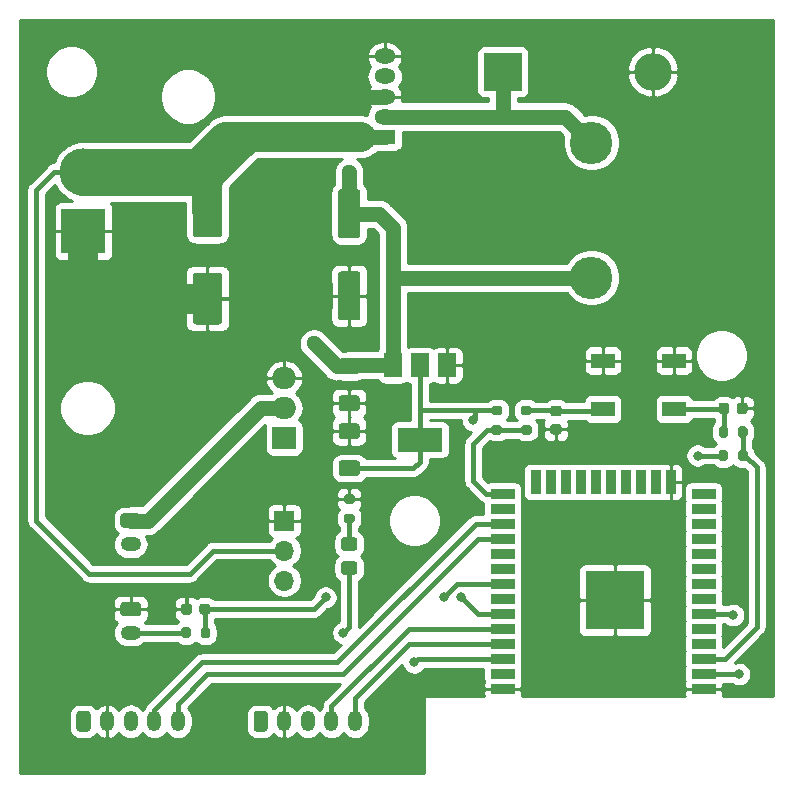
<source format=gbr>
G04 #@! TF.GenerationSoftware,KiCad,Pcbnew,(5.1.10)-1*
G04 #@! TF.CreationDate,2021-09-08T13:47:50+09:00*
G04 #@! TF.ProjectId,driver_v0.3,64726976-6572-45f7-9630-2e332e6b6963,rev?*
G04 #@! TF.SameCoordinates,Original*
G04 #@! TF.FileFunction,Copper,L1,Top*
G04 #@! TF.FilePolarity,Positive*
%FSLAX46Y46*%
G04 Gerber Fmt 4.6, Leading zero omitted, Abs format (unit mm)*
G04 Created by KiCad (PCBNEW (5.1.10)-1) date 2021-09-08 13:47:50*
%MOMM*%
%LPD*%
G01*
G04 APERTURE LIST*
G04 #@! TA.AperFunction,ComponentPad*
%ADD10O,1.800000X1.275000*%
G04 #@! TD*
G04 #@! TA.AperFunction,ComponentPad*
%ADD11R,1.800000X1.275000*%
G04 #@! TD*
G04 #@! TA.AperFunction,SMDPad,CuDef*
%ADD12R,1.500000X2.000000*%
G04 #@! TD*
G04 #@! TA.AperFunction,SMDPad,CuDef*
%ADD13R,3.800000X2.000000*%
G04 #@! TD*
G04 #@! TA.AperFunction,SMDPad,CuDef*
%ADD14R,2.000000X0.900000*%
G04 #@! TD*
G04 #@! TA.AperFunction,SMDPad,CuDef*
%ADD15R,0.900000X2.000000*%
G04 #@! TD*
G04 #@! TA.AperFunction,SMDPad,CuDef*
%ADD16R,5.000000X5.000000*%
G04 #@! TD*
G04 #@! TA.AperFunction,SMDPad,CuDef*
%ADD17R,2.000000X1.300000*%
G04 #@! TD*
G04 #@! TA.AperFunction,ComponentPad*
%ADD18O,2.000000X1.905000*%
G04 #@! TD*
G04 #@! TA.AperFunction,ComponentPad*
%ADD19R,2.000000X1.905000*%
G04 #@! TD*
G04 #@! TA.AperFunction,ComponentPad*
%ADD20C,3.600000*%
G04 #@! TD*
G04 #@! TA.AperFunction,ComponentPad*
%ADD21O,1.750000X1.200000*%
G04 #@! TD*
G04 #@! TA.AperFunction,ComponentPad*
%ADD22O,1.200000X1.750000*%
G04 #@! TD*
G04 #@! TA.AperFunction,ComponentPad*
%ADD23C,4.000000*%
G04 #@! TD*
G04 #@! TA.AperFunction,ComponentPad*
%ADD24R,3.800000X3.800000*%
G04 #@! TD*
G04 #@! TA.AperFunction,ComponentPad*
%ADD25O,1.700000X1.700000*%
G04 #@! TD*
G04 #@! TA.AperFunction,ComponentPad*
%ADD26R,1.700000X1.700000*%
G04 #@! TD*
G04 #@! TA.AperFunction,ComponentPad*
%ADD27O,3.200000X3.200000*%
G04 #@! TD*
G04 #@! TA.AperFunction,ComponentPad*
%ADD28R,3.200000X3.200000*%
G04 #@! TD*
G04 #@! TA.AperFunction,ViaPad*
%ADD29C,0.800000*%
G04 #@! TD*
G04 #@! TA.AperFunction,ViaPad*
%ADD30C,1.300000*%
G04 #@! TD*
G04 #@! TA.AperFunction,Conductor*
%ADD31C,0.400000*%
G04 #@! TD*
G04 #@! TA.AperFunction,Conductor*
%ADD32C,4.000000*%
G04 #@! TD*
G04 #@! TA.AperFunction,Conductor*
%ADD33C,2.500000*%
G04 #@! TD*
G04 #@! TA.AperFunction,Conductor*
%ADD34C,1.300000*%
G04 #@! TD*
G04 #@! TA.AperFunction,Conductor*
%ADD35C,0.250000*%
G04 #@! TD*
G04 #@! TA.AperFunction,Conductor*
%ADD36C,0.150000*%
G04 #@! TD*
G04 APERTURE END LIST*
D10*
X31500000Y-3700000D03*
X31500000Y-5400000D03*
X31500000Y-7100000D03*
X31500000Y-8800000D03*
D11*
X31500000Y-10500000D03*
D12*
X36800000Y-29850000D03*
X32200000Y-29850000D03*
X34500000Y-29850000D03*
D13*
X34500000Y-36150000D03*
D14*
X41500000Y-57255000D03*
X41500000Y-55985000D03*
X41500000Y-54715000D03*
X41500000Y-53445000D03*
X41500000Y-52175000D03*
X41500000Y-50905000D03*
X41500000Y-49635000D03*
X41500000Y-48365000D03*
X41500000Y-47095000D03*
X41500000Y-45825000D03*
X41500000Y-44555000D03*
X41500000Y-43285000D03*
X41500000Y-42015000D03*
X41500000Y-40745000D03*
D15*
X44285000Y-39745000D03*
X45555000Y-39745000D03*
X46825000Y-39745000D03*
X48095000Y-39745000D03*
X49365000Y-39745000D03*
X50635000Y-39745000D03*
X51905000Y-39745000D03*
X53175000Y-39745000D03*
X54445000Y-39745000D03*
X55715000Y-39745000D03*
D14*
X58500000Y-40745000D03*
X58500000Y-42015000D03*
X58500000Y-43285000D03*
X58500000Y-44555000D03*
X58500000Y-45825000D03*
X58500000Y-47095000D03*
X58500000Y-48365000D03*
X58500000Y-49635000D03*
X58500000Y-50905000D03*
X58500000Y-52175000D03*
X58500000Y-53445000D03*
X58500000Y-54715000D03*
X58500000Y-55985000D03*
X58500000Y-57255000D03*
D16*
X51000000Y-49755000D03*
D17*
X50000000Y-33550000D03*
X50000000Y-29450000D03*
X56000000Y-33550000D03*
X56000000Y-29450000D03*
G04 #@! TA.AperFunction,SMDPad,CuDef*
G36*
G01*
X28775000Y-41575000D02*
X28225000Y-41575000D01*
G75*
G02*
X28025000Y-41375000I0J200000D01*
G01*
X28025000Y-40975000D01*
G75*
G02*
X28225000Y-40775000I200000J0D01*
G01*
X28775000Y-40775000D01*
G75*
G02*
X28975000Y-40975000I0J-200000D01*
G01*
X28975000Y-41375000D01*
G75*
G02*
X28775000Y-41575000I-200000J0D01*
G01*
G37*
G04 #@! TD.AperFunction*
G04 #@! TA.AperFunction,SMDPad,CuDef*
G36*
G01*
X28775000Y-43225000D02*
X28225000Y-43225000D01*
G75*
G02*
X28025000Y-43025000I0J200000D01*
G01*
X28025000Y-42625000D01*
G75*
G02*
X28225000Y-42425000I200000J0D01*
G01*
X28775000Y-42425000D01*
G75*
G02*
X28975000Y-42625000I0J-200000D01*
G01*
X28975000Y-43025000D01*
G75*
G02*
X28775000Y-43225000I-200000J0D01*
G01*
G37*
G04 #@! TD.AperFunction*
G04 #@! TA.AperFunction,SMDPad,CuDef*
G36*
G01*
X15075000Y-52225000D02*
X15075000Y-52775000D01*
G75*
G02*
X14875000Y-52975000I-200000J0D01*
G01*
X14475000Y-52975000D01*
G75*
G02*
X14275000Y-52775000I0J200000D01*
G01*
X14275000Y-52225000D01*
G75*
G02*
X14475000Y-52025000I200000J0D01*
G01*
X14875000Y-52025000D01*
G75*
G02*
X15075000Y-52225000I0J-200000D01*
G01*
G37*
G04 #@! TD.AperFunction*
G04 #@! TA.AperFunction,SMDPad,CuDef*
G36*
G01*
X16725000Y-52225000D02*
X16725000Y-52775000D01*
G75*
G02*
X16525000Y-52975000I-200000J0D01*
G01*
X16125000Y-52975000D01*
G75*
G02*
X15925000Y-52775000I0J200000D01*
G01*
X15925000Y-52225000D01*
G75*
G02*
X16125000Y-52025000I200000J0D01*
G01*
X16525000Y-52025000D01*
G75*
G02*
X16725000Y-52225000I0J-200000D01*
G01*
G37*
G04 #@! TD.AperFunction*
G04 #@! TA.AperFunction,SMDPad,CuDef*
G36*
G01*
X43775000Y-34075000D02*
X43225000Y-34075000D01*
G75*
G02*
X43025000Y-33875000I0J200000D01*
G01*
X43025000Y-33475000D01*
G75*
G02*
X43225000Y-33275000I200000J0D01*
G01*
X43775000Y-33275000D01*
G75*
G02*
X43975000Y-33475000I0J-200000D01*
G01*
X43975000Y-33875000D01*
G75*
G02*
X43775000Y-34075000I-200000J0D01*
G01*
G37*
G04 #@! TD.AperFunction*
G04 #@! TA.AperFunction,SMDPad,CuDef*
G36*
G01*
X43775000Y-35725000D02*
X43225000Y-35725000D01*
G75*
G02*
X43025000Y-35525000I0J200000D01*
G01*
X43025000Y-35125000D01*
G75*
G02*
X43225000Y-34925000I200000J0D01*
G01*
X43775000Y-34925000D01*
G75*
G02*
X43975000Y-35125000I0J-200000D01*
G01*
X43975000Y-35525000D01*
G75*
G02*
X43775000Y-35725000I-200000J0D01*
G01*
G37*
G04 #@! TD.AperFunction*
G04 #@! TA.AperFunction,SMDPad,CuDef*
G36*
G01*
X60575000Y-35225000D02*
X60575000Y-35775000D01*
G75*
G02*
X60375000Y-35975000I-200000J0D01*
G01*
X59975000Y-35975000D01*
G75*
G02*
X59775000Y-35775000I0J200000D01*
G01*
X59775000Y-35225000D01*
G75*
G02*
X59975000Y-35025000I200000J0D01*
G01*
X60375000Y-35025000D01*
G75*
G02*
X60575000Y-35225000I0J-200000D01*
G01*
G37*
G04 #@! TD.AperFunction*
G04 #@! TA.AperFunction,SMDPad,CuDef*
G36*
G01*
X62225000Y-35225000D02*
X62225000Y-35775000D01*
G75*
G02*
X62025000Y-35975000I-200000J0D01*
G01*
X61625000Y-35975000D01*
G75*
G02*
X61425000Y-35775000I0J200000D01*
G01*
X61425000Y-35225000D01*
G75*
G02*
X61625000Y-35025000I200000J0D01*
G01*
X62025000Y-35025000D01*
G75*
G02*
X62225000Y-35225000I0J-200000D01*
G01*
G37*
G04 #@! TD.AperFunction*
G04 #@! TA.AperFunction,SMDPad,CuDef*
G36*
G01*
X40725000Y-34925000D02*
X41275000Y-34925000D01*
G75*
G02*
X41475000Y-35125000I0J-200000D01*
G01*
X41475000Y-35525000D01*
G75*
G02*
X41275000Y-35725000I-200000J0D01*
G01*
X40725000Y-35725000D01*
G75*
G02*
X40525000Y-35525000I0J200000D01*
G01*
X40525000Y-35125000D01*
G75*
G02*
X40725000Y-34925000I200000J0D01*
G01*
G37*
G04 #@! TD.AperFunction*
G04 #@! TA.AperFunction,SMDPad,CuDef*
G36*
G01*
X40725000Y-33275000D02*
X41275000Y-33275000D01*
G75*
G02*
X41475000Y-33475000I0J-200000D01*
G01*
X41475000Y-33875000D01*
G75*
G02*
X41275000Y-34075000I-200000J0D01*
G01*
X40725000Y-34075000D01*
G75*
G02*
X40525000Y-33875000I0J200000D01*
G01*
X40525000Y-33475000D01*
G75*
G02*
X40725000Y-33275000I200000J0D01*
G01*
G37*
G04 #@! TD.AperFunction*
G04 #@! TA.AperFunction,SMDPad,CuDef*
G36*
G01*
X61425000Y-37775000D02*
X61425000Y-37225000D01*
G75*
G02*
X61625000Y-37025000I200000J0D01*
G01*
X62025000Y-37025000D01*
G75*
G02*
X62225000Y-37225000I0J-200000D01*
G01*
X62225000Y-37775000D01*
G75*
G02*
X62025000Y-37975000I-200000J0D01*
G01*
X61625000Y-37975000D01*
G75*
G02*
X61425000Y-37775000I0J200000D01*
G01*
G37*
G04 #@! TD.AperFunction*
G04 #@! TA.AperFunction,SMDPad,CuDef*
G36*
G01*
X59775000Y-37775000D02*
X59775000Y-37225000D01*
G75*
G02*
X59975000Y-37025000I200000J0D01*
G01*
X60375000Y-37025000D01*
G75*
G02*
X60575000Y-37225000I0J-200000D01*
G01*
X60575000Y-37775000D01*
G75*
G02*
X60375000Y-37975000I-200000J0D01*
G01*
X59975000Y-37975000D01*
G75*
G02*
X59775000Y-37775000I0J200000D01*
G01*
G37*
G04 #@! TD.AperFunction*
D18*
X23000000Y-30920000D03*
X23000000Y-33460000D03*
D19*
X23000000Y-36000000D03*
D20*
X49000000Y-22440000D03*
X49000000Y-11000000D03*
D21*
X10000000Y-45000000D03*
G04 #@! TA.AperFunction,ComponentPad*
G36*
G01*
X9374999Y-42400000D02*
X10625001Y-42400000D01*
G75*
G02*
X10875000Y-42649999I0J-249999D01*
G01*
X10875000Y-43350001D01*
G75*
G02*
X10625001Y-43600000I-249999J0D01*
G01*
X9374999Y-43600000D01*
G75*
G02*
X9125000Y-43350001I0J249999D01*
G01*
X9125000Y-42649999D01*
G75*
G02*
X9374999Y-42400000I249999J0D01*
G01*
G37*
G04 #@! TD.AperFunction*
D22*
X14000000Y-60000000D03*
X12000000Y-60000000D03*
X10000000Y-60000000D03*
X8000000Y-60000000D03*
G04 #@! TA.AperFunction,ComponentPad*
G36*
G01*
X5400000Y-60625001D02*
X5400000Y-59374999D01*
G75*
G02*
X5649999Y-59125000I249999J0D01*
G01*
X6350001Y-59125000D01*
G75*
G02*
X6600000Y-59374999I0J-249999D01*
G01*
X6600000Y-60625001D01*
G75*
G02*
X6350001Y-60875000I-249999J0D01*
G01*
X5649999Y-60875000D01*
G75*
G02*
X5400000Y-60625001I0J249999D01*
G01*
G37*
G04 #@! TD.AperFunction*
D21*
X10000000Y-52500000D03*
G04 #@! TA.AperFunction,ComponentPad*
G36*
G01*
X9374999Y-49900000D02*
X10625001Y-49900000D01*
G75*
G02*
X10875000Y-50149999I0J-249999D01*
G01*
X10875000Y-50850001D01*
G75*
G02*
X10625001Y-51100000I-249999J0D01*
G01*
X9374999Y-51100000D01*
G75*
G02*
X9125000Y-50850001I0J249999D01*
G01*
X9125000Y-50149999D01*
G75*
G02*
X9374999Y-49900000I249999J0D01*
G01*
G37*
G04 #@! TD.AperFunction*
D22*
X29000000Y-60000000D03*
X27000000Y-60000000D03*
X25000000Y-60000000D03*
X23000000Y-60000000D03*
G04 #@! TA.AperFunction,ComponentPad*
G36*
G01*
X20400000Y-60625001D02*
X20400000Y-59374999D01*
G75*
G02*
X20649999Y-59125000I249999J0D01*
G01*
X21350001Y-59125000D01*
G75*
G02*
X21600000Y-59374999I0J-249999D01*
G01*
X21600000Y-60625001D01*
G75*
G02*
X21350001Y-60875000I-249999J0D01*
G01*
X20649999Y-60875000D01*
G75*
G02*
X20400000Y-60625001I0J249999D01*
G01*
G37*
G04 #@! TD.AperFunction*
D23*
X6000000Y-13500000D03*
D24*
X6000000Y-18500000D03*
D25*
X23000000Y-48080000D03*
X23000000Y-45540000D03*
D26*
X23000000Y-43000000D03*
D27*
X54200000Y-5000000D03*
D28*
X41500000Y-5000000D03*
G04 #@! TA.AperFunction,SMDPad,CuDef*
G36*
G01*
X28049999Y-46450000D02*
X28950001Y-46450000D01*
G75*
G02*
X29200000Y-46699999I0J-249999D01*
G01*
X29200000Y-47350001D01*
G75*
G02*
X28950001Y-47600000I-249999J0D01*
G01*
X28049999Y-47600000D01*
G75*
G02*
X27800000Y-47350001I0J249999D01*
G01*
X27800000Y-46699999D01*
G75*
G02*
X28049999Y-46450000I249999J0D01*
G01*
G37*
G04 #@! TD.AperFunction*
G04 #@! TA.AperFunction,SMDPad,CuDef*
G36*
G01*
X28049999Y-44400000D02*
X28950001Y-44400000D01*
G75*
G02*
X29200000Y-44649999I0J-249999D01*
G01*
X29200000Y-45300001D01*
G75*
G02*
X28950001Y-45550000I-249999J0D01*
G01*
X28049999Y-45550000D01*
G75*
G02*
X27800000Y-45300001I0J249999D01*
G01*
X27800000Y-44649999D01*
G75*
G02*
X28049999Y-44400000I249999J0D01*
G01*
G37*
G04 #@! TD.AperFunction*
G04 #@! TA.AperFunction,SMDPad,CuDef*
G36*
G01*
X29150001Y-36100000D02*
X27849999Y-36100000D01*
G75*
G02*
X27600000Y-35850001I0J249999D01*
G01*
X27600000Y-35024999D01*
G75*
G02*
X27849999Y-34775000I249999J0D01*
G01*
X29150001Y-34775000D01*
G75*
G02*
X29400000Y-35024999I0J-249999D01*
G01*
X29400000Y-35850001D01*
G75*
G02*
X29150001Y-36100000I-249999J0D01*
G01*
G37*
G04 #@! TD.AperFunction*
G04 #@! TA.AperFunction,SMDPad,CuDef*
G36*
G01*
X29150001Y-39225000D02*
X27849999Y-39225000D01*
G75*
G02*
X27600000Y-38975001I0J249999D01*
G01*
X27600000Y-38149999D01*
G75*
G02*
X27849999Y-37900000I249999J0D01*
G01*
X29150001Y-37900000D01*
G75*
G02*
X29400000Y-38149999I0J-249999D01*
G01*
X29400000Y-38975001D01*
G75*
G02*
X29150001Y-39225000I-249999J0D01*
G01*
G37*
G04 #@! TD.AperFunction*
G04 #@! TA.AperFunction,SMDPad,CuDef*
G36*
G01*
X27849999Y-32400000D02*
X29150001Y-32400000D01*
G75*
G02*
X29400000Y-32649999I0J-249999D01*
G01*
X29400000Y-33475001D01*
G75*
G02*
X29150001Y-33725000I-249999J0D01*
G01*
X27849999Y-33725000D01*
G75*
G02*
X27600000Y-33475001I0J249999D01*
G01*
X27600000Y-32649999D01*
G75*
G02*
X27849999Y-32400000I249999J0D01*
G01*
G37*
G04 #@! TD.AperFunction*
G04 #@! TA.AperFunction,SMDPad,CuDef*
G36*
G01*
X27849999Y-29275000D02*
X29150001Y-29275000D01*
G75*
G02*
X29400000Y-29524999I0J-249999D01*
G01*
X29400000Y-30350001D01*
G75*
G02*
X29150001Y-30600000I-249999J0D01*
G01*
X27849999Y-30600000D01*
G75*
G02*
X27600000Y-30350001I0J249999D01*
G01*
X27600000Y-29524999D01*
G75*
G02*
X27849999Y-29275000I249999J0D01*
G01*
G37*
G04 #@! TD.AperFunction*
G04 #@! TA.AperFunction,SMDPad,CuDef*
G36*
G01*
X27800000Y-21900000D02*
X29200000Y-21900000D01*
G75*
G02*
X29450000Y-22150000I0J-250000D01*
G01*
X29450000Y-25800000D01*
G75*
G02*
X29200000Y-26050000I-250000J0D01*
G01*
X27800000Y-26050000D01*
G75*
G02*
X27550000Y-25800000I0J250000D01*
G01*
X27550000Y-22150000D01*
G75*
G02*
X27800000Y-21900000I250000J0D01*
G01*
G37*
G04 #@! TD.AperFunction*
G04 #@! TA.AperFunction,SMDPad,CuDef*
G36*
G01*
X27800000Y-14950000D02*
X29200000Y-14950000D01*
G75*
G02*
X29450000Y-15200000I0J-250000D01*
G01*
X29450000Y-18850000D01*
G75*
G02*
X29200000Y-19100000I-250000J0D01*
G01*
X27800000Y-19100000D01*
G75*
G02*
X27550000Y-18850000I0J250000D01*
G01*
X27550000Y-15200000D01*
G75*
G02*
X27800000Y-14950000I250000J0D01*
G01*
G37*
G04 #@! TD.AperFunction*
G04 #@! TA.AperFunction,SMDPad,CuDef*
G36*
G01*
X15500000Y-22000000D02*
X17500000Y-22000000D01*
G75*
G02*
X17750000Y-22250000I0J-250000D01*
G01*
X17750000Y-26150000D01*
G75*
G02*
X17500000Y-26400000I-250000J0D01*
G01*
X15500000Y-26400000D01*
G75*
G02*
X15250000Y-26150000I0J250000D01*
G01*
X15250000Y-22250000D01*
G75*
G02*
X15500000Y-22000000I250000J0D01*
G01*
G37*
G04 #@! TD.AperFunction*
G04 #@! TA.AperFunction,SMDPad,CuDef*
G36*
G01*
X15500000Y-14600000D02*
X17500000Y-14600000D01*
G75*
G02*
X17750000Y-14850000I0J-250000D01*
G01*
X17750000Y-18750000D01*
G75*
G02*
X17500000Y-19000000I-250000J0D01*
G01*
X15500000Y-19000000D01*
G75*
G02*
X15250000Y-18750000I0J250000D01*
G01*
X15250000Y-14850000D01*
G75*
G02*
X15500000Y-14600000I250000J0D01*
G01*
G37*
G04 #@! TD.AperFunction*
G04 #@! TA.AperFunction,SMDPad,CuDef*
G36*
G01*
X45750000Y-34825000D02*
X46250000Y-34825000D01*
G75*
G02*
X46475000Y-35050000I0J-225000D01*
G01*
X46475000Y-35500000D01*
G75*
G02*
X46250000Y-35725000I-225000J0D01*
G01*
X45750000Y-35725000D01*
G75*
G02*
X45525000Y-35500000I0J225000D01*
G01*
X45525000Y-35050000D01*
G75*
G02*
X45750000Y-34825000I225000J0D01*
G01*
G37*
G04 #@! TD.AperFunction*
G04 #@! TA.AperFunction,SMDPad,CuDef*
G36*
G01*
X45750000Y-33275000D02*
X46250000Y-33275000D01*
G75*
G02*
X46475000Y-33500000I0J-225000D01*
G01*
X46475000Y-33950000D01*
G75*
G02*
X46250000Y-34175000I-225000J0D01*
G01*
X45750000Y-34175000D01*
G75*
G02*
X45525000Y-33950000I0J225000D01*
G01*
X45525000Y-33500000D01*
G75*
G02*
X45750000Y-33275000I225000J0D01*
G01*
G37*
G04 #@! TD.AperFunction*
G04 #@! TA.AperFunction,SMDPad,CuDef*
G36*
G01*
X61325000Y-33750000D02*
X61325000Y-33250000D01*
G75*
G02*
X61550000Y-33025000I225000J0D01*
G01*
X62000000Y-33025000D01*
G75*
G02*
X62225000Y-33250000I0J-225000D01*
G01*
X62225000Y-33750000D01*
G75*
G02*
X62000000Y-33975000I-225000J0D01*
G01*
X61550000Y-33975000D01*
G75*
G02*
X61325000Y-33750000I0J225000D01*
G01*
G37*
G04 #@! TD.AperFunction*
G04 #@! TA.AperFunction,SMDPad,CuDef*
G36*
G01*
X59775000Y-33750000D02*
X59775000Y-33250000D01*
G75*
G02*
X60000000Y-33025000I225000J0D01*
G01*
X60450000Y-33025000D01*
G75*
G02*
X60675000Y-33250000I0J-225000D01*
G01*
X60675000Y-33750000D01*
G75*
G02*
X60450000Y-33975000I-225000J0D01*
G01*
X60000000Y-33975000D01*
G75*
G02*
X59775000Y-33750000I0J225000D01*
G01*
G37*
G04 #@! TD.AperFunction*
G04 #@! TA.AperFunction,SMDPad,CuDef*
G36*
G01*
X15175000Y-50250000D02*
X15175000Y-50750000D01*
G75*
G02*
X14950000Y-50975000I-225000J0D01*
G01*
X14500000Y-50975000D01*
G75*
G02*
X14275000Y-50750000I0J225000D01*
G01*
X14275000Y-50250000D01*
G75*
G02*
X14500000Y-50025000I225000J0D01*
G01*
X14950000Y-50025000D01*
G75*
G02*
X15175000Y-50250000I0J-225000D01*
G01*
G37*
G04 #@! TD.AperFunction*
G04 #@! TA.AperFunction,SMDPad,CuDef*
G36*
G01*
X16725000Y-50250000D02*
X16725000Y-50750000D01*
G75*
G02*
X16500000Y-50975000I-225000J0D01*
G01*
X16050000Y-50975000D01*
G75*
G02*
X15825000Y-50750000I0J225000D01*
G01*
X15825000Y-50250000D01*
G75*
G02*
X16050000Y-50025000I225000J0D01*
G01*
X16500000Y-50025000D01*
G75*
G02*
X16725000Y-50250000I0J-225000D01*
G01*
G37*
G04 #@! TD.AperFunction*
D29*
X36500000Y-49500000D03*
X26500000Y-49500000D03*
D30*
X28500000Y-13500000D03*
X25500000Y-28000000D03*
D29*
X39000000Y-34500000D03*
X58000000Y-37500000D03*
X61500000Y-56000000D03*
X34000000Y-55000000D03*
X28000000Y-52500000D03*
X61000000Y-51000000D03*
X38000000Y-49500000D03*
D31*
X16275000Y-52450000D02*
X16325000Y-52500000D01*
X16275000Y-50500000D02*
X16275000Y-52450000D01*
X37635000Y-48365000D02*
X36500000Y-49500000D01*
X41500000Y-48365000D02*
X37635000Y-48365000D01*
X26500000Y-49500000D02*
X25500000Y-50500000D01*
X25500000Y-50500000D02*
X16275000Y-50500000D01*
X60175000Y-33550000D02*
X60225000Y-33500000D01*
X56000000Y-33550000D02*
X60175000Y-33550000D01*
X60225000Y-35450000D02*
X60175000Y-35500000D01*
X60225000Y-33500000D02*
X60225000Y-35450000D01*
X45950000Y-33675000D02*
X46000000Y-33725000D01*
X43500000Y-33675000D02*
X45950000Y-33675000D01*
X49825000Y-33725000D02*
X50000000Y-33550000D01*
X46000000Y-33725000D02*
X49825000Y-33725000D01*
X16000000Y-13500000D02*
X16500000Y-14000000D01*
D32*
X6000000Y-13500000D02*
X16000000Y-13500000D01*
D33*
X16500000Y-14000000D02*
X16500000Y-16800000D01*
X20000000Y-10500000D02*
X16500000Y-14000000D01*
X20000000Y-10500000D02*
X18000000Y-10500000D01*
D31*
X16000000Y-12500000D02*
X16000000Y-13500000D01*
D33*
X18000000Y-10500000D02*
X16000000Y-12500000D01*
X29500000Y-10500000D02*
X20000000Y-10500000D01*
D34*
X31500000Y-10500000D02*
X29500000Y-10500000D01*
D31*
X6000000Y-13500000D02*
X3500000Y-13500000D01*
X3500000Y-13500000D02*
X2000000Y-15000000D01*
X2000000Y-15000000D02*
X2000000Y-43000000D01*
X2000000Y-43000000D02*
X6500000Y-47500000D01*
X6500000Y-47500000D02*
X15000000Y-47500000D01*
X16960000Y-45540000D02*
X23000000Y-45540000D01*
X15000000Y-47500000D02*
X16960000Y-45540000D01*
D34*
X28500000Y-17025000D02*
X28500000Y-13500000D01*
X28500000Y-13500000D02*
X28500000Y-13500000D01*
X49000000Y-22440000D02*
X36060000Y-22440000D01*
X32200000Y-26300000D02*
X32200000Y-29850000D01*
D31*
X28587500Y-29850000D02*
X28500000Y-29937500D01*
D34*
X32200000Y-29850000D02*
X28587500Y-29850000D01*
X27437500Y-29937500D02*
X25500000Y-28000000D01*
X28500000Y-29937500D02*
X27437500Y-29937500D01*
X28500000Y-17025000D02*
X31025000Y-17025000D01*
X31025000Y-17025000D02*
X32200000Y-18200000D01*
D31*
X32440000Y-22440000D02*
X32200000Y-22200000D01*
D34*
X36060000Y-22440000D02*
X32440000Y-22440000D01*
X32200000Y-22200000D02*
X32200000Y-26300000D01*
X32200000Y-18200000D02*
X32200000Y-22200000D01*
D31*
X34675000Y-33675000D02*
X34500000Y-33500000D01*
X34500000Y-33500000D02*
X34500000Y-36150000D01*
X34500000Y-29850000D02*
X34500000Y-33500000D01*
X28500000Y-38562500D02*
X33937500Y-38562500D01*
X34500000Y-38000000D02*
X34500000Y-36150000D01*
X33937500Y-38562500D02*
X34500000Y-38000000D01*
X58500000Y-55985000D02*
X60515000Y-55985000D01*
X39175000Y-34325000D02*
X39000000Y-34500000D01*
X39175000Y-33675000D02*
X39175000Y-34325000D01*
X41000000Y-33675000D02*
X39175000Y-33675000D01*
X39175000Y-33675000D02*
X34675000Y-33675000D01*
X58000000Y-37500000D02*
X60175000Y-37500000D01*
X58515000Y-56000000D02*
X58500000Y-55985000D01*
X61500000Y-56000000D02*
X58515000Y-56000000D01*
X34285000Y-54715000D02*
X34000000Y-55000000D01*
X41500000Y-54715000D02*
X34285000Y-54715000D01*
X28500000Y-52000000D02*
X28500000Y-47025000D01*
X28000000Y-52500000D02*
X28500000Y-52000000D01*
X28500000Y-42825000D02*
X28500000Y-44975000D01*
D34*
X46800000Y-8800000D02*
X49000000Y-11000000D01*
D35*
X41500000Y-8500000D02*
X41800000Y-8800000D01*
D34*
X41500000Y-5000000D02*
X41500000Y-8500000D01*
X41800000Y-8800000D02*
X46800000Y-8800000D01*
X31500000Y-8800000D02*
X41800000Y-8800000D01*
D31*
X60905000Y-50905000D02*
X61000000Y-51000000D01*
X58500000Y-50905000D02*
X60905000Y-50905000D01*
X41500000Y-53445000D02*
X33555000Y-53445000D01*
X29000000Y-58000000D02*
X29000000Y-60000000D01*
X33555000Y-53445000D02*
X29000000Y-58000000D01*
X33550000Y-52175000D02*
X41500000Y-52175000D01*
X27000000Y-58725000D02*
X33550000Y-52175000D01*
X27000000Y-60000000D02*
X27000000Y-58725000D01*
X10000000Y-52500000D02*
X14675000Y-52500000D01*
X39445000Y-44555000D02*
X41500000Y-44555000D01*
X28000000Y-56000000D02*
X39445000Y-44555000D01*
X16500000Y-56000000D02*
X28000000Y-56000000D01*
X14000000Y-58500000D02*
X16500000Y-56000000D01*
X14000000Y-60000000D02*
X14000000Y-58500000D01*
X41500000Y-43285000D02*
X39215000Y-43285000D01*
X39215000Y-43285000D02*
X27500000Y-55000000D01*
X27500000Y-55000000D02*
X16000000Y-55000000D01*
X12000000Y-59000000D02*
X12000000Y-60000000D01*
X16000000Y-55000000D02*
X12000000Y-59000000D01*
D34*
X23000000Y-33460000D02*
X21040000Y-33460000D01*
X11500000Y-43000000D02*
X10000000Y-43000000D01*
X21040000Y-33460000D02*
X11500000Y-43000000D01*
D31*
X39405000Y-50905000D02*
X38000000Y-49500000D01*
X41500000Y-50905000D02*
X39405000Y-50905000D01*
X61825000Y-35500000D02*
X61825000Y-37500000D01*
X58500000Y-54715000D02*
X60285000Y-54715000D01*
X61825000Y-37500000D02*
X62000000Y-37500000D01*
X62000000Y-37500000D02*
X63000000Y-38500000D01*
X63000000Y-52000000D02*
X60285000Y-54715000D01*
X63000000Y-38500000D02*
X63000000Y-52000000D01*
X41000000Y-35325000D02*
X43500000Y-35325000D01*
X40100000Y-40745000D02*
X39000000Y-39645000D01*
X41500000Y-40745000D02*
X40100000Y-40745000D01*
X39000000Y-39645000D02*
X39000000Y-36500000D01*
X40175000Y-35325000D02*
X41000000Y-35325000D01*
X39000000Y-36500000D02*
X40175000Y-35325000D01*
D33*
X6000000Y-18500000D02*
X6000000Y-24000000D01*
D31*
X6200000Y-24200000D02*
X6000000Y-24000000D01*
D33*
X16500000Y-24200000D02*
X6200000Y-24200000D01*
D34*
X31500000Y-7100000D02*
X26100000Y-7100000D01*
D35*
X64342001Y-57875000D02*
X60109915Y-57875000D01*
X60123841Y-57829090D01*
X60136063Y-57705000D01*
X60133000Y-57415250D01*
X59974750Y-57257000D01*
X58502000Y-57257000D01*
X58502000Y-57277000D01*
X58498000Y-57277000D01*
X58498000Y-57257000D01*
X57025250Y-57257000D01*
X56867000Y-57415250D01*
X56863937Y-57705000D01*
X56876159Y-57829090D01*
X56890085Y-57875000D01*
X43109915Y-57875000D01*
X43123841Y-57829090D01*
X43136063Y-57705000D01*
X43133000Y-57415250D01*
X42974750Y-57257000D01*
X41502000Y-57257000D01*
X41502000Y-57277000D01*
X41498000Y-57277000D01*
X41498000Y-57257000D01*
X40025250Y-57257000D01*
X39867000Y-57415250D01*
X39863937Y-57705000D01*
X39876159Y-57829090D01*
X39890085Y-57875000D01*
X35000000Y-57875000D01*
X34975614Y-57877402D01*
X34952165Y-57884515D01*
X34930554Y-57896066D01*
X34911612Y-57911612D01*
X34896066Y-57930554D01*
X34884515Y-57952165D01*
X34877402Y-57975614D01*
X34875000Y-58000000D01*
X34875000Y-64342000D01*
X658000Y-64342000D01*
X658000Y-59374999D01*
X4763938Y-59374999D01*
X4763938Y-60625001D01*
X4780963Y-60797863D01*
X4831385Y-60964082D01*
X4913266Y-61117270D01*
X5023459Y-61251541D01*
X5157730Y-61361734D01*
X5310918Y-61443615D01*
X5477137Y-61494037D01*
X5649999Y-61511062D01*
X6350001Y-61511062D01*
X6522863Y-61494037D01*
X6689082Y-61443615D01*
X6842270Y-61361734D01*
X6976541Y-61251541D01*
X7086734Y-61117270D01*
X7093538Y-61104540D01*
X7129551Y-61148277D01*
X7316644Y-61301313D01*
X7529998Y-61414909D01*
X7761414Y-61484699D01*
X7805141Y-61492505D01*
X7998000Y-61349748D01*
X7998000Y-60002000D01*
X7978000Y-60002000D01*
X7978000Y-59998000D01*
X7998000Y-59998000D01*
X7998000Y-58650252D01*
X7805141Y-58507495D01*
X7761414Y-58515301D01*
X7529998Y-58585091D01*
X7316644Y-58698687D01*
X7129551Y-58851723D01*
X7093538Y-58895460D01*
X7086734Y-58882730D01*
X6976541Y-58748459D01*
X6842270Y-58638266D01*
X6689082Y-58556385D01*
X6522863Y-58505963D01*
X6350001Y-58488938D01*
X5649999Y-58488938D01*
X5477137Y-58505963D01*
X5310918Y-58556385D01*
X5157730Y-58638266D01*
X5023459Y-58748459D01*
X4913266Y-58882730D01*
X4831385Y-59035918D01*
X4780963Y-59202137D01*
X4763938Y-59374999D01*
X658000Y-59374999D01*
X658000Y-52500000D01*
X8486035Y-52500000D01*
X8509841Y-52741710D01*
X8580346Y-52974131D01*
X8694838Y-53188332D01*
X8848919Y-53376081D01*
X9036668Y-53530162D01*
X9250869Y-53644654D01*
X9483290Y-53715159D01*
X9664435Y-53733000D01*
X10335565Y-53733000D01*
X10516710Y-53715159D01*
X10749131Y-53644654D01*
X10963332Y-53530162D01*
X11151081Y-53376081D01*
X11186437Y-53333000D01*
X13856581Y-53333000D01*
X13883815Y-53366185D01*
X14010509Y-53470160D01*
X14155053Y-53547421D01*
X14311892Y-53594997D01*
X14475000Y-53611062D01*
X14875000Y-53611062D01*
X15038108Y-53594997D01*
X15194947Y-53547421D01*
X15339491Y-53470160D01*
X15466185Y-53366185D01*
X15500000Y-53324981D01*
X15533815Y-53366185D01*
X15660509Y-53470160D01*
X15805053Y-53547421D01*
X15961892Y-53594997D01*
X16125000Y-53611062D01*
X16525000Y-53611062D01*
X16688108Y-53594997D01*
X16844947Y-53547421D01*
X16989491Y-53470160D01*
X17116185Y-53366185D01*
X17220160Y-53239491D01*
X17297421Y-53094947D01*
X17344997Y-52938108D01*
X17361062Y-52775000D01*
X17361062Y-52225000D01*
X17344997Y-52061892D01*
X17297421Y-51905053D01*
X17220160Y-51760509D01*
X17116185Y-51633815D01*
X17108000Y-51627098D01*
X17108000Y-51359571D01*
X17108863Y-51358863D01*
X17130088Y-51333000D01*
X25459085Y-51333000D01*
X25500000Y-51337030D01*
X25540915Y-51333000D01*
X25540918Y-51333000D01*
X25663296Y-51320947D01*
X25820318Y-51273315D01*
X25965029Y-51195965D01*
X26091870Y-51091870D01*
X26117960Y-51060079D01*
X26655791Y-50522249D01*
X26801315Y-50493302D01*
X26989309Y-50415433D01*
X27158499Y-50302383D01*
X27302383Y-50158499D01*
X27415433Y-49989309D01*
X27493302Y-49801315D01*
X27533000Y-49601742D01*
X27533000Y-49398258D01*
X27493302Y-49198685D01*
X27415433Y-49010691D01*
X27302383Y-48841501D01*
X27158499Y-48697617D01*
X26989309Y-48584567D01*
X26801315Y-48506698D01*
X26601742Y-48467000D01*
X26398258Y-48467000D01*
X26198685Y-48506698D01*
X26010691Y-48584567D01*
X25841501Y-48697617D01*
X25697617Y-48841501D01*
X25584567Y-49010691D01*
X25506698Y-49198685D01*
X25477751Y-49344209D01*
X25154961Y-49667000D01*
X17130088Y-49667000D01*
X17108863Y-49641137D01*
X16978380Y-49534053D01*
X16829514Y-49454482D01*
X16667985Y-49405483D01*
X16500000Y-49388938D01*
X16050000Y-49388938D01*
X15882015Y-49405483D01*
X15720486Y-49454482D01*
X15573414Y-49533094D01*
X15528378Y-49496133D01*
X15418411Y-49437354D01*
X15299090Y-49401159D01*
X15175000Y-49388937D01*
X14885250Y-49392000D01*
X14727000Y-49550250D01*
X14727000Y-50498000D01*
X14747000Y-50498000D01*
X14747000Y-50502000D01*
X14727000Y-50502000D01*
X14727000Y-50522000D01*
X14723000Y-50522000D01*
X14723000Y-50502000D01*
X13800250Y-50502000D01*
X13642000Y-50660250D01*
X13638937Y-50975000D01*
X13651159Y-51099090D01*
X13687354Y-51218411D01*
X13746133Y-51328378D01*
X13825236Y-51424764D01*
X13921622Y-51503867D01*
X13994616Y-51542883D01*
X13883815Y-51633815D01*
X13856581Y-51667000D01*
X11186437Y-51667000D01*
X11177472Y-51656077D01*
X11228378Y-51628867D01*
X11324764Y-51549764D01*
X11403867Y-51453378D01*
X11462646Y-51343411D01*
X11498841Y-51224090D01*
X11511063Y-51100000D01*
X11508000Y-50660250D01*
X11349750Y-50502000D01*
X10002000Y-50502000D01*
X10002000Y-50522000D01*
X9998000Y-50522000D01*
X9998000Y-50502000D01*
X8650250Y-50502000D01*
X8492000Y-50660250D01*
X8488937Y-51100000D01*
X8501159Y-51224090D01*
X8537354Y-51343411D01*
X8596133Y-51453378D01*
X8675236Y-51549764D01*
X8771622Y-51628867D01*
X8822528Y-51656077D01*
X8694838Y-51811668D01*
X8580346Y-52025869D01*
X8509841Y-52258290D01*
X8486035Y-52500000D01*
X658000Y-52500000D01*
X658000Y-49900000D01*
X8488937Y-49900000D01*
X8492000Y-50339750D01*
X8650250Y-50498000D01*
X9998000Y-50498000D01*
X9998000Y-49425250D01*
X10002000Y-49425250D01*
X10002000Y-50498000D01*
X11349750Y-50498000D01*
X11508000Y-50339750D01*
X11510192Y-50025000D01*
X13638937Y-50025000D01*
X13642000Y-50339750D01*
X13800250Y-50498000D01*
X14723000Y-50498000D01*
X14723000Y-49550250D01*
X14564750Y-49392000D01*
X14275000Y-49388937D01*
X14150910Y-49401159D01*
X14031589Y-49437354D01*
X13921622Y-49496133D01*
X13825236Y-49575236D01*
X13746133Y-49671622D01*
X13687354Y-49781589D01*
X13651159Y-49900910D01*
X13638937Y-50025000D01*
X11510192Y-50025000D01*
X11511063Y-49900000D01*
X11498841Y-49775910D01*
X11462646Y-49656589D01*
X11403867Y-49546622D01*
X11324764Y-49450236D01*
X11228378Y-49371133D01*
X11118411Y-49312354D01*
X10999090Y-49276159D01*
X10875000Y-49263937D01*
X10160250Y-49267000D01*
X10002000Y-49425250D01*
X9998000Y-49425250D01*
X9839750Y-49267000D01*
X9125000Y-49263937D01*
X9000910Y-49276159D01*
X8881589Y-49312354D01*
X8771622Y-49371133D01*
X8675236Y-49450236D01*
X8596133Y-49546622D01*
X8537354Y-49656589D01*
X8501159Y-49775910D01*
X8488937Y-49900000D01*
X658000Y-49900000D01*
X658000Y-15000000D01*
X1162970Y-15000000D01*
X1167000Y-15040915D01*
X1167001Y-42959075D01*
X1162970Y-43000000D01*
X1179054Y-43163296D01*
X1226685Y-43320317D01*
X1304036Y-43465029D01*
X1408131Y-43591870D01*
X1439916Y-43617955D01*
X5882044Y-48060084D01*
X5908130Y-48091870D01*
X6034971Y-48195965D01*
X6179682Y-48273315D01*
X6336704Y-48320947D01*
X6459082Y-48333000D01*
X6459084Y-48333000D01*
X6499999Y-48337030D01*
X6540915Y-48333000D01*
X14959085Y-48333000D01*
X15000000Y-48337030D01*
X15040915Y-48333000D01*
X15040918Y-48333000D01*
X15163296Y-48320947D01*
X15320318Y-48273315D01*
X15465029Y-48195965D01*
X15591870Y-48091870D01*
X15617960Y-48060079D01*
X17305040Y-46373000D01*
X21773003Y-46373000D01*
X21848078Y-46485358D01*
X22054642Y-46691922D01*
X22231359Y-46810000D01*
X22054642Y-46928078D01*
X21848078Y-47134642D01*
X21685782Y-47377536D01*
X21573990Y-47647425D01*
X21517000Y-47933937D01*
X21517000Y-48226063D01*
X21573990Y-48512575D01*
X21685782Y-48782464D01*
X21848078Y-49025358D01*
X22054642Y-49231922D01*
X22297536Y-49394218D01*
X22567425Y-49506010D01*
X22853937Y-49563000D01*
X23146063Y-49563000D01*
X23432575Y-49506010D01*
X23702464Y-49394218D01*
X23945358Y-49231922D01*
X24151922Y-49025358D01*
X24314218Y-48782464D01*
X24426010Y-48512575D01*
X24483000Y-48226063D01*
X24483000Y-47933937D01*
X24426010Y-47647425D01*
X24314218Y-47377536D01*
X24151922Y-47134642D01*
X23945358Y-46928078D01*
X23768641Y-46810000D01*
X23945358Y-46691922D01*
X24151922Y-46485358D01*
X24314218Y-46242464D01*
X24426010Y-45972575D01*
X24483000Y-45686063D01*
X24483000Y-45393937D01*
X24426010Y-45107425D01*
X24314218Y-44837536D01*
X24151922Y-44594642D01*
X24017848Y-44460568D01*
X24093411Y-44437646D01*
X24203378Y-44378867D01*
X24299764Y-44299764D01*
X24378867Y-44203378D01*
X24437646Y-44093411D01*
X24473841Y-43974090D01*
X24486063Y-43850000D01*
X24483000Y-43160250D01*
X24324750Y-43002000D01*
X23002000Y-43002000D01*
X23002000Y-43022000D01*
X22998000Y-43022000D01*
X22998000Y-43002000D01*
X21675250Y-43002000D01*
X21517000Y-43160250D01*
X21513937Y-43850000D01*
X21526159Y-43974090D01*
X21562354Y-44093411D01*
X21621133Y-44203378D01*
X21700236Y-44299764D01*
X21796622Y-44378867D01*
X21906589Y-44437646D01*
X21982152Y-44460568D01*
X21848078Y-44594642D01*
X21773003Y-44707000D01*
X17000918Y-44707000D01*
X16960000Y-44702970D01*
X16796703Y-44719053D01*
X16745831Y-44734485D01*
X16639682Y-44766685D01*
X16567327Y-44805360D01*
X16494970Y-44844035D01*
X16456852Y-44875318D01*
X16368130Y-44948130D01*
X16342044Y-44979916D01*
X14654961Y-46667000D01*
X6845040Y-46667000D01*
X5178040Y-45000000D01*
X8486035Y-45000000D01*
X8509841Y-45241710D01*
X8580346Y-45474131D01*
X8694838Y-45688332D01*
X8848919Y-45876081D01*
X9036668Y-46030162D01*
X9250869Y-46144654D01*
X9483290Y-46215159D01*
X9664435Y-46233000D01*
X10335565Y-46233000D01*
X10516710Y-46215159D01*
X10749131Y-46144654D01*
X10963332Y-46030162D01*
X11151081Y-45876081D01*
X11305162Y-45688332D01*
X11419654Y-45474131D01*
X11490159Y-45241710D01*
X11513965Y-45000000D01*
X11490159Y-44758290D01*
X11419654Y-44525869D01*
X11305162Y-44311668D01*
X11281635Y-44283000D01*
X11436990Y-44283000D01*
X11500000Y-44289206D01*
X11563010Y-44283000D01*
X11563020Y-44283000D01*
X11751512Y-44264435D01*
X11993358Y-44191072D01*
X12216245Y-44071936D01*
X12411607Y-43911607D01*
X12451784Y-43862651D01*
X14164435Y-42150000D01*
X21513937Y-42150000D01*
X21517000Y-42839750D01*
X21675250Y-42998000D01*
X22998000Y-42998000D01*
X22998000Y-41675250D01*
X23002000Y-41675250D01*
X23002000Y-42998000D01*
X24324750Y-42998000D01*
X24483000Y-42839750D01*
X24486063Y-42150000D01*
X24473841Y-42025910D01*
X24437646Y-41906589D01*
X24378867Y-41796622D01*
X24299764Y-41700236D01*
X24203378Y-41621133D01*
X24093411Y-41562354D01*
X23974090Y-41526159D01*
X23850000Y-41513937D01*
X23160250Y-41517000D01*
X23002000Y-41675250D01*
X22998000Y-41675250D01*
X22839750Y-41517000D01*
X22150000Y-41513937D01*
X22025910Y-41526159D01*
X21906589Y-41562354D01*
X21796622Y-41621133D01*
X21700236Y-41700236D01*
X21621133Y-41796622D01*
X21562354Y-41906589D01*
X21526159Y-42025910D01*
X21513937Y-42150000D01*
X14164435Y-42150000D01*
X15539435Y-40775000D01*
X27388937Y-40775000D01*
X27392000Y-41014750D01*
X27550250Y-41173000D01*
X28498000Y-41173000D01*
X28498000Y-40300250D01*
X28502000Y-40300250D01*
X28502000Y-41173000D01*
X29449750Y-41173000D01*
X29608000Y-41014750D01*
X29611063Y-40775000D01*
X29598841Y-40650910D01*
X29562646Y-40531589D01*
X29503867Y-40421622D01*
X29424764Y-40325236D01*
X29328378Y-40246133D01*
X29218411Y-40187354D01*
X29099090Y-40151159D01*
X28975000Y-40138937D01*
X28660250Y-40142000D01*
X28502000Y-40300250D01*
X28498000Y-40300250D01*
X28339750Y-40142000D01*
X28025000Y-40138937D01*
X27900910Y-40151159D01*
X27781589Y-40187354D01*
X27671622Y-40246133D01*
X27575236Y-40325236D01*
X27496133Y-40421622D01*
X27437354Y-40531589D01*
X27401159Y-40650910D01*
X27388937Y-40775000D01*
X15539435Y-40775000D01*
X21374536Y-34939900D01*
X21363938Y-35047500D01*
X21363938Y-36952500D01*
X21376160Y-37076590D01*
X21412355Y-37195910D01*
X21471134Y-37305877D01*
X21550236Y-37402264D01*
X21646623Y-37481366D01*
X21756590Y-37540145D01*
X21875910Y-37576340D01*
X22000000Y-37588562D01*
X24000000Y-37588562D01*
X24124090Y-37576340D01*
X24243410Y-37540145D01*
X24353377Y-37481366D01*
X24449764Y-37402264D01*
X24528866Y-37305877D01*
X24587645Y-37195910D01*
X24623840Y-37076590D01*
X24636062Y-36952500D01*
X24636062Y-36100000D01*
X26963937Y-36100000D01*
X26976159Y-36224090D01*
X27012354Y-36343411D01*
X27071133Y-36453378D01*
X27150236Y-36549764D01*
X27246622Y-36628867D01*
X27356589Y-36687646D01*
X27475910Y-36723841D01*
X27600000Y-36736063D01*
X28339750Y-36733000D01*
X28498000Y-36574750D01*
X28498000Y-35439500D01*
X28502000Y-35439500D01*
X28502000Y-36574750D01*
X28660250Y-36733000D01*
X29400000Y-36736063D01*
X29524090Y-36723841D01*
X29643411Y-36687646D01*
X29753378Y-36628867D01*
X29849764Y-36549764D01*
X29928867Y-36453378D01*
X29987646Y-36343411D01*
X30023841Y-36224090D01*
X30036063Y-36100000D01*
X30033000Y-35597750D01*
X29874750Y-35439500D01*
X28502000Y-35439500D01*
X28498000Y-35439500D01*
X27125250Y-35439500D01*
X26967000Y-35597750D01*
X26963937Y-36100000D01*
X24636062Y-36100000D01*
X24636062Y-35047500D01*
X24623840Y-34923410D01*
X24587645Y-34804090D01*
X24528866Y-34694123D01*
X24449764Y-34597736D01*
X24353377Y-34518634D01*
X24267461Y-34472711D01*
X24372173Y-34345118D01*
X24519398Y-34069680D01*
X24610059Y-33770812D01*
X24614571Y-33725000D01*
X26963937Y-33725000D01*
X26976159Y-33849090D01*
X27012354Y-33968411D01*
X27071133Y-34078378D01*
X27150236Y-34174764D01*
X27241910Y-34250000D01*
X27150236Y-34325236D01*
X27071133Y-34421622D01*
X27012354Y-34531589D01*
X26976159Y-34650910D01*
X26963937Y-34775000D01*
X26967000Y-35277250D01*
X27125250Y-35435500D01*
X28498000Y-35435500D01*
X28498000Y-34300250D01*
X28447750Y-34250000D01*
X28498000Y-34199750D01*
X28498000Y-33064500D01*
X28502000Y-33064500D01*
X28502000Y-34199750D01*
X28552250Y-34250000D01*
X28502000Y-34300250D01*
X28502000Y-35435500D01*
X29874750Y-35435500D01*
X30033000Y-35277250D01*
X30036063Y-34775000D01*
X30023841Y-34650910D01*
X29987646Y-34531589D01*
X29928867Y-34421622D01*
X29849764Y-34325236D01*
X29758090Y-34250000D01*
X29849764Y-34174764D01*
X29928867Y-34078378D01*
X29987646Y-33968411D01*
X30023841Y-33849090D01*
X30036063Y-33725000D01*
X30033000Y-33222750D01*
X29874750Y-33064500D01*
X28502000Y-33064500D01*
X28498000Y-33064500D01*
X27125250Y-33064500D01*
X26967000Y-33222750D01*
X26963937Y-33725000D01*
X24614571Y-33725000D01*
X24640671Y-33460000D01*
X24610059Y-33149188D01*
X24519398Y-32850320D01*
X24372173Y-32574882D01*
X24228652Y-32400000D01*
X26963937Y-32400000D01*
X26967000Y-32902250D01*
X27125250Y-33060500D01*
X28498000Y-33060500D01*
X28498000Y-31925250D01*
X28502000Y-31925250D01*
X28502000Y-33060500D01*
X29874750Y-33060500D01*
X30033000Y-32902250D01*
X30036063Y-32400000D01*
X30023841Y-32275910D01*
X29987646Y-32156589D01*
X29928867Y-32046622D01*
X29849764Y-31950236D01*
X29753378Y-31871133D01*
X29643411Y-31812354D01*
X29524090Y-31776159D01*
X29400000Y-31763937D01*
X28660250Y-31767000D01*
X28502000Y-31925250D01*
X28498000Y-31925250D01*
X28339750Y-31767000D01*
X27600000Y-31763937D01*
X27475910Y-31776159D01*
X27356589Y-31812354D01*
X27246622Y-31871133D01*
X27150236Y-31950236D01*
X27071133Y-32046622D01*
X27012354Y-32156589D01*
X26976159Y-32275910D01*
X26963937Y-32400000D01*
X24228652Y-32400000D01*
X24174042Y-32333458D01*
X23993294Y-32185122D01*
X24170031Y-32039704D01*
X24366905Y-31799194D01*
X24513075Y-31524897D01*
X24602924Y-31227355D01*
X24613166Y-31170002D01*
X24474749Y-30922000D01*
X23002000Y-30922000D01*
X23002000Y-30942000D01*
X22998000Y-30942000D01*
X22998000Y-30922000D01*
X21525251Y-30922000D01*
X21386834Y-31170002D01*
X21397076Y-31227355D01*
X21486925Y-31524897D01*
X21633095Y-31799194D01*
X21829969Y-32039704D01*
X21996835Y-32177000D01*
X21103009Y-32177000D01*
X21039999Y-32170794D01*
X20976989Y-32177000D01*
X20976980Y-32177000D01*
X20788488Y-32195565D01*
X20546642Y-32268928D01*
X20323755Y-32388064D01*
X20128393Y-32548393D01*
X20088220Y-32597344D01*
X10968565Y-41717000D01*
X9936980Y-41717000D01*
X9748488Y-41735565D01*
X9654955Y-41763938D01*
X9374999Y-41763938D01*
X9202137Y-41780963D01*
X9035918Y-41831385D01*
X8882730Y-41913266D01*
X8748459Y-42023459D01*
X8638266Y-42157730D01*
X8556385Y-42310918D01*
X8505963Y-42477137D01*
X8488938Y-42649999D01*
X8488938Y-43350001D01*
X8505963Y-43522863D01*
X8556385Y-43689082D01*
X8638266Y-43842270D01*
X8748459Y-43976541D01*
X8882730Y-44086734D01*
X8889694Y-44090456D01*
X8848919Y-44123919D01*
X8694838Y-44311668D01*
X8580346Y-44525869D01*
X8509841Y-44758290D01*
X8486035Y-45000000D01*
X5178040Y-45000000D01*
X2833000Y-42654961D01*
X2833000Y-33225295D01*
X3957000Y-33225295D01*
X3957000Y-33694705D01*
X4048578Y-34155095D01*
X4228213Y-34588774D01*
X4489003Y-34979074D01*
X4820926Y-35310997D01*
X5211226Y-35571787D01*
X5644905Y-35751422D01*
X6105295Y-35843000D01*
X6574705Y-35843000D01*
X7035095Y-35751422D01*
X7468774Y-35571787D01*
X7859074Y-35310997D01*
X8190997Y-34979074D01*
X8451787Y-34588774D01*
X8631422Y-34155095D01*
X8723000Y-33694705D01*
X8723000Y-33225295D01*
X8631422Y-32764905D01*
X8451787Y-32331226D01*
X8190997Y-31940926D01*
X7859074Y-31609003D01*
X7468774Y-31348213D01*
X7035095Y-31168578D01*
X6574705Y-31077000D01*
X6105295Y-31077000D01*
X5644905Y-31168578D01*
X5211226Y-31348213D01*
X4820926Y-31609003D01*
X4489003Y-31940926D01*
X4228213Y-32331226D01*
X4048578Y-32764905D01*
X3957000Y-33225295D01*
X2833000Y-33225295D01*
X2833000Y-30669998D01*
X21386834Y-30669998D01*
X21525251Y-30918000D01*
X22998000Y-30918000D01*
X22998000Y-29334500D01*
X23002000Y-29334500D01*
X23002000Y-30918000D01*
X24474749Y-30918000D01*
X24613166Y-30669998D01*
X24602924Y-30612645D01*
X24513075Y-30315103D01*
X24366905Y-30040806D01*
X24170031Y-29800296D01*
X23930019Y-29602816D01*
X23656092Y-29455954D01*
X23358777Y-29365355D01*
X23049500Y-29334500D01*
X23002000Y-29334500D01*
X22998000Y-29334500D01*
X22950500Y-29334500D01*
X22641223Y-29365355D01*
X22343908Y-29455954D01*
X22069981Y-29602816D01*
X21829969Y-29800296D01*
X21633095Y-30040806D01*
X21486925Y-30315103D01*
X21397076Y-30612645D01*
X21386834Y-30669998D01*
X2833000Y-30669998D01*
X2833000Y-26400000D01*
X14613937Y-26400000D01*
X14626159Y-26524090D01*
X14662354Y-26643411D01*
X14721133Y-26753378D01*
X14800236Y-26849764D01*
X14896622Y-26928867D01*
X15006589Y-26987646D01*
X15125910Y-27023841D01*
X15250000Y-27036063D01*
X16339750Y-27033000D01*
X16498000Y-26874750D01*
X16498000Y-24202000D01*
X16502000Y-24202000D01*
X16502000Y-26874750D01*
X16660250Y-27033000D01*
X17750000Y-27036063D01*
X17874090Y-27023841D01*
X17993411Y-26987646D01*
X18103378Y-26928867D01*
X18199764Y-26849764D01*
X18278867Y-26753378D01*
X18337646Y-26643411D01*
X18373841Y-26524090D01*
X18386063Y-26400000D01*
X18385538Y-26050000D01*
X26913937Y-26050000D01*
X26926159Y-26174090D01*
X26962354Y-26293411D01*
X27021133Y-26403378D01*
X27100236Y-26499764D01*
X27196622Y-26578867D01*
X27306589Y-26637646D01*
X27425910Y-26673841D01*
X27550000Y-26686063D01*
X28339750Y-26683000D01*
X28498000Y-26524750D01*
X28498000Y-23977000D01*
X28502000Y-23977000D01*
X28502000Y-26524750D01*
X28660250Y-26683000D01*
X29450000Y-26686063D01*
X29574090Y-26673841D01*
X29693411Y-26637646D01*
X29803378Y-26578867D01*
X29899764Y-26499764D01*
X29978867Y-26403378D01*
X30037646Y-26293411D01*
X30073841Y-26174090D01*
X30086063Y-26050000D01*
X30083000Y-24135250D01*
X29924750Y-23977000D01*
X28502000Y-23977000D01*
X28498000Y-23977000D01*
X27075250Y-23977000D01*
X26917000Y-24135250D01*
X26913937Y-26050000D01*
X18385538Y-26050000D01*
X18383000Y-24360250D01*
X18224750Y-24202000D01*
X16502000Y-24202000D01*
X16498000Y-24202000D01*
X14775250Y-24202000D01*
X14617000Y-24360250D01*
X14613937Y-26400000D01*
X2833000Y-26400000D01*
X2833000Y-22000000D01*
X14613937Y-22000000D01*
X14617000Y-24039750D01*
X14775250Y-24198000D01*
X16498000Y-24198000D01*
X16498000Y-21525250D01*
X16502000Y-21525250D01*
X16502000Y-24198000D01*
X18224750Y-24198000D01*
X18383000Y-24039750D01*
X18386063Y-22000000D01*
X18376214Y-21900000D01*
X26913937Y-21900000D01*
X26917000Y-23814750D01*
X27075250Y-23973000D01*
X28498000Y-23973000D01*
X28498000Y-21425250D01*
X28502000Y-21425250D01*
X28502000Y-23973000D01*
X29924750Y-23973000D01*
X30083000Y-23814750D01*
X30086063Y-21900000D01*
X30073841Y-21775910D01*
X30037646Y-21656589D01*
X29978867Y-21546622D01*
X29899764Y-21450236D01*
X29803378Y-21371133D01*
X29693411Y-21312354D01*
X29574090Y-21276159D01*
X29450000Y-21263937D01*
X28660250Y-21267000D01*
X28502000Y-21425250D01*
X28498000Y-21425250D01*
X28339750Y-21267000D01*
X27550000Y-21263937D01*
X27425910Y-21276159D01*
X27306589Y-21312354D01*
X27196622Y-21371133D01*
X27100236Y-21450236D01*
X27021133Y-21546622D01*
X26962354Y-21656589D01*
X26926159Y-21775910D01*
X26913937Y-21900000D01*
X18376214Y-21900000D01*
X18373841Y-21875910D01*
X18337646Y-21756589D01*
X18278867Y-21646622D01*
X18199764Y-21550236D01*
X18103378Y-21471133D01*
X17993411Y-21412354D01*
X17874090Y-21376159D01*
X17750000Y-21363937D01*
X16660250Y-21367000D01*
X16502000Y-21525250D01*
X16498000Y-21525250D01*
X16339750Y-21367000D01*
X15250000Y-21363937D01*
X15125910Y-21376159D01*
X15006589Y-21412354D01*
X14896622Y-21471133D01*
X14800236Y-21550236D01*
X14721133Y-21646622D01*
X14662354Y-21756589D01*
X14626159Y-21875910D01*
X14613937Y-22000000D01*
X2833000Y-22000000D01*
X2833000Y-20400000D01*
X3463937Y-20400000D01*
X3476159Y-20524090D01*
X3512354Y-20643411D01*
X3571133Y-20753378D01*
X3650236Y-20849764D01*
X3746622Y-20928867D01*
X3856589Y-20987646D01*
X3975910Y-21023841D01*
X4100000Y-21036063D01*
X5839750Y-21033000D01*
X5998000Y-20874750D01*
X5998000Y-18502000D01*
X6002000Y-18502000D01*
X6002000Y-20874750D01*
X6160250Y-21033000D01*
X7900000Y-21036063D01*
X8024090Y-21023841D01*
X8143411Y-20987646D01*
X8253378Y-20928867D01*
X8349764Y-20849764D01*
X8428867Y-20753378D01*
X8487646Y-20643411D01*
X8523841Y-20524090D01*
X8536063Y-20400000D01*
X8533000Y-18660250D01*
X8374750Y-18502000D01*
X6002000Y-18502000D01*
X5998000Y-18502000D01*
X3625250Y-18502000D01*
X3467000Y-18660250D01*
X3463937Y-20400000D01*
X2833000Y-20400000D01*
X2833000Y-15345039D01*
X3593938Y-14584101D01*
X3616923Y-14627103D01*
X3666666Y-14747193D01*
X3738880Y-14855269D01*
X3800148Y-14969894D01*
X3882599Y-15070360D01*
X3954815Y-15178440D01*
X4046732Y-15270357D01*
X4129180Y-15370820D01*
X4229643Y-15453268D01*
X4321560Y-15545185D01*
X4429640Y-15617401D01*
X4530106Y-15699852D01*
X4644731Y-15761120D01*
X4752807Y-15833334D01*
X4872897Y-15883077D01*
X4987520Y-15944344D01*
X5057668Y-15965623D01*
X4100000Y-15963937D01*
X3975910Y-15976159D01*
X3856589Y-16012354D01*
X3746622Y-16071133D01*
X3650236Y-16150236D01*
X3571133Y-16246622D01*
X3512354Y-16356589D01*
X3476159Y-16475910D01*
X3463937Y-16600000D01*
X3467000Y-18339750D01*
X3625250Y-18498000D01*
X5998000Y-18498000D01*
X5998000Y-18478000D01*
X6002000Y-18478000D01*
X6002000Y-18498000D01*
X8374750Y-18498000D01*
X8533000Y-18339750D01*
X8536063Y-16600000D01*
X8523841Y-16475910D01*
X8487646Y-16356589D01*
X8428867Y-16246622D01*
X8349764Y-16150236D01*
X8328762Y-16133000D01*
X14613938Y-16133000D01*
X14613938Y-18750000D01*
X14630963Y-18922862D01*
X14681385Y-19089081D01*
X14763266Y-19242270D01*
X14873460Y-19376540D01*
X15007730Y-19486734D01*
X15160919Y-19568615D01*
X15327138Y-19619037D01*
X15500000Y-19636062D01*
X17500000Y-19636062D01*
X17672862Y-19619037D01*
X17839081Y-19568615D01*
X17992270Y-19486734D01*
X18126540Y-19376540D01*
X18236734Y-19242270D01*
X18318615Y-19089081D01*
X18369037Y-18922862D01*
X18386062Y-18750000D01*
X18386062Y-14850000D01*
X18383000Y-14818910D01*
X18383000Y-14779963D01*
X20779965Y-12383000D01*
X27862370Y-12383000D01*
X27839601Y-12398213D01*
X27783755Y-12428064D01*
X27734805Y-12468236D01*
X27682135Y-12503429D01*
X27637344Y-12548220D01*
X27588393Y-12588393D01*
X27548220Y-12637344D01*
X27503429Y-12682135D01*
X27468236Y-12734805D01*
X27428064Y-12783755D01*
X27398213Y-12839601D01*
X27363020Y-12892272D01*
X27338779Y-12950794D01*
X27308928Y-13006642D01*
X27290545Y-13067241D01*
X27266305Y-13125763D01*
X27253947Y-13187890D01*
X27235565Y-13248488D01*
X27229358Y-13311508D01*
X27217000Y-13373636D01*
X27217000Y-13436980D01*
X27210793Y-13500000D01*
X27217000Y-13563020D01*
X27217000Y-13626364D01*
X27217001Y-13626369D01*
X27217001Y-14537727D01*
X27173460Y-14573460D01*
X27063266Y-14707730D01*
X26981385Y-14860919D01*
X26930963Y-15027138D01*
X26913938Y-15200000D01*
X26913938Y-18850000D01*
X26930963Y-19022862D01*
X26981385Y-19189081D01*
X27063266Y-19342270D01*
X27173460Y-19476540D01*
X27307730Y-19586734D01*
X27460919Y-19668615D01*
X27627138Y-19719037D01*
X27800000Y-19736062D01*
X29200000Y-19736062D01*
X29372862Y-19719037D01*
X29539081Y-19668615D01*
X29692270Y-19586734D01*
X29826540Y-19476540D01*
X29936734Y-19342270D01*
X30018615Y-19189081D01*
X30069037Y-19022862D01*
X30086062Y-18850000D01*
X30086062Y-18308000D01*
X30493565Y-18308000D01*
X30917000Y-18731436D01*
X30917001Y-22136971D01*
X30917000Y-22136981D01*
X30917001Y-26236971D01*
X30917000Y-26236981D01*
X30917001Y-28504356D01*
X30883516Y-28567000D01*
X28524480Y-28567000D01*
X28335988Y-28585565D01*
X28160040Y-28638938D01*
X27953374Y-28638938D01*
X26496573Y-27182138D01*
X26496571Y-27182135D01*
X26317865Y-27003429D01*
X26265189Y-26968232D01*
X26216244Y-26928064D01*
X26160404Y-26898217D01*
X26107728Y-26863020D01*
X26049198Y-26838776D01*
X25993358Y-26808929D01*
X25932768Y-26790549D01*
X25874237Y-26766305D01*
X25812098Y-26753945D01*
X25751511Y-26735566D01*
X25688503Y-26729360D01*
X25626364Y-26717000D01*
X25563010Y-26717000D01*
X25500000Y-26710794D01*
X25436990Y-26717000D01*
X25373636Y-26717000D01*
X25311497Y-26729360D01*
X25248489Y-26735566D01*
X25187902Y-26753945D01*
X25125763Y-26766305D01*
X25067232Y-26790549D01*
X25006642Y-26808929D01*
X24950802Y-26838776D01*
X24892272Y-26863020D01*
X24839596Y-26898217D01*
X24783756Y-26928064D01*
X24734809Y-26968233D01*
X24682135Y-27003429D01*
X24637343Y-27048221D01*
X24588393Y-27088393D01*
X24548222Y-27137342D01*
X24503429Y-27182135D01*
X24468233Y-27234809D01*
X24428064Y-27283756D01*
X24398217Y-27339596D01*
X24363020Y-27392272D01*
X24338776Y-27450802D01*
X24308929Y-27506642D01*
X24290549Y-27567232D01*
X24266305Y-27625763D01*
X24253945Y-27687902D01*
X24235566Y-27748489D01*
X24229360Y-27811497D01*
X24217000Y-27873636D01*
X24217000Y-27936990D01*
X24210794Y-28000000D01*
X24217000Y-28063010D01*
X24217000Y-28126364D01*
X24229360Y-28188503D01*
X24235566Y-28251511D01*
X24253945Y-28312098D01*
X24266305Y-28374237D01*
X24290549Y-28432768D01*
X24308929Y-28493358D01*
X24338776Y-28549198D01*
X24363020Y-28607728D01*
X24398217Y-28660404D01*
X24428064Y-28716244D01*
X24468232Y-28765189D01*
X24503429Y-28817865D01*
X24682135Y-28996571D01*
X24682138Y-28996573D01*
X26485720Y-30800156D01*
X26525893Y-30849107D01*
X26574844Y-30889280D01*
X26721255Y-31009436D01*
X26944141Y-31128572D01*
X27185988Y-31201935D01*
X27437500Y-31226707D01*
X27500520Y-31220500D01*
X27691991Y-31220500D01*
X27849999Y-31236062D01*
X29150001Y-31236062D01*
X29322863Y-31219037D01*
X29489082Y-31168615D01*
X29555713Y-31133000D01*
X30883516Y-31133000D01*
X30921134Y-31203377D01*
X31000236Y-31299764D01*
X31096623Y-31378866D01*
X31206590Y-31437645D01*
X31325910Y-31473840D01*
X31450000Y-31486062D01*
X32950000Y-31486062D01*
X33074090Y-31473840D01*
X33193410Y-31437645D01*
X33303377Y-31378866D01*
X33350000Y-31340604D01*
X33396623Y-31378866D01*
X33506590Y-31437645D01*
X33625910Y-31473840D01*
X33667000Y-31477887D01*
X33667001Y-33459075D01*
X33662970Y-33500000D01*
X33667000Y-33540916D01*
X33667000Y-34513938D01*
X32600000Y-34513938D01*
X32475910Y-34526160D01*
X32356590Y-34562355D01*
X32246623Y-34621134D01*
X32150236Y-34700236D01*
X32071134Y-34796623D01*
X32012355Y-34906590D01*
X31976160Y-35025910D01*
X31963938Y-35150000D01*
X31963938Y-37150000D01*
X31976160Y-37274090D01*
X32012355Y-37393410D01*
X32071134Y-37503377D01*
X32150236Y-37599764D01*
X32246623Y-37678866D01*
X32341352Y-37729500D01*
X29925096Y-37729500D01*
X29886734Y-37657730D01*
X29776541Y-37523459D01*
X29642270Y-37413266D01*
X29489082Y-37331385D01*
X29322863Y-37280963D01*
X29150001Y-37263938D01*
X27849999Y-37263938D01*
X27677137Y-37280963D01*
X27510918Y-37331385D01*
X27357730Y-37413266D01*
X27223459Y-37523459D01*
X27113266Y-37657730D01*
X27031385Y-37810918D01*
X26980963Y-37977137D01*
X26963938Y-38149999D01*
X26963938Y-38975001D01*
X26980963Y-39147863D01*
X27031385Y-39314082D01*
X27113266Y-39467270D01*
X27223459Y-39601541D01*
X27357730Y-39711734D01*
X27510918Y-39793615D01*
X27677137Y-39844037D01*
X27849999Y-39861062D01*
X29150001Y-39861062D01*
X29322863Y-39844037D01*
X29489082Y-39793615D01*
X29642270Y-39711734D01*
X29776541Y-39601541D01*
X29886734Y-39467270D01*
X29925096Y-39395500D01*
X33896585Y-39395500D01*
X33937500Y-39399530D01*
X33978415Y-39395500D01*
X33978418Y-39395500D01*
X34100796Y-39383447D01*
X34257818Y-39335815D01*
X34402529Y-39258465D01*
X34529370Y-39154370D01*
X34555460Y-39122579D01*
X35060085Y-38617955D01*
X35091870Y-38591870D01*
X35195965Y-38465029D01*
X35273315Y-38320318D01*
X35320947Y-38163296D01*
X35333000Y-38040918D01*
X35333000Y-38040916D01*
X35337030Y-38000001D01*
X35333000Y-37959085D01*
X35333000Y-37786062D01*
X36400000Y-37786062D01*
X36524090Y-37773840D01*
X36643410Y-37737645D01*
X36753377Y-37678866D01*
X36849764Y-37599764D01*
X36928866Y-37503377D01*
X36987645Y-37393410D01*
X37023840Y-37274090D01*
X37036062Y-37150000D01*
X37036062Y-35150000D01*
X37023840Y-35025910D01*
X36987645Y-34906590D01*
X36928866Y-34796623D01*
X36849764Y-34700236D01*
X36753377Y-34621134D01*
X36643410Y-34562355D01*
X36524090Y-34526160D01*
X36400000Y-34513938D01*
X35333000Y-34513938D01*
X35333000Y-34508000D01*
X37967000Y-34508000D01*
X37967000Y-34601742D01*
X38006698Y-34801315D01*
X38084567Y-34989309D01*
X38197617Y-35158499D01*
X38341501Y-35302383D01*
X38510691Y-35415433D01*
X38698685Y-35493302D01*
X38807094Y-35514866D01*
X38439916Y-35882045D01*
X38408131Y-35908130D01*
X38315530Y-36020965D01*
X38304036Y-36034971D01*
X38226685Y-36179683D01*
X38179054Y-36336704D01*
X38162970Y-36500000D01*
X38167001Y-36540925D01*
X38167000Y-39604084D01*
X38162970Y-39645000D01*
X38167000Y-39685915D01*
X38167000Y-39685917D01*
X38179053Y-39808295D01*
X38226685Y-39965317D01*
X38304035Y-40110028D01*
X38408130Y-40236870D01*
X38439921Y-40262960D01*
X39482044Y-41305084D01*
X39508130Y-41336870D01*
X39634971Y-41440965D01*
X39779682Y-41518315D01*
X39865958Y-41544487D01*
X39863938Y-41565000D01*
X39863938Y-42452000D01*
X39255915Y-42452000D01*
X39215000Y-42447970D01*
X39174084Y-42452000D01*
X39174082Y-42452000D01*
X39051704Y-42464053D01*
X38894682Y-42511685D01*
X38749971Y-42589035D01*
X38623130Y-42693130D01*
X38597044Y-42724916D01*
X29335679Y-51986282D01*
X29333000Y-51959085D01*
X29333000Y-48145140D01*
X29442270Y-48086734D01*
X29576541Y-47976541D01*
X29686734Y-47842270D01*
X29768615Y-47689082D01*
X29819037Y-47522863D01*
X29836062Y-47350001D01*
X29836062Y-46699999D01*
X29819037Y-46527137D01*
X29768615Y-46360918D01*
X29686734Y-46207730D01*
X29576541Y-46073459D01*
X29487031Y-46000000D01*
X29576541Y-45926541D01*
X29686734Y-45792270D01*
X29768615Y-45639082D01*
X29819037Y-45472863D01*
X29836062Y-45300001D01*
X29836062Y-44649999D01*
X29819037Y-44477137D01*
X29768615Y-44310918D01*
X29686734Y-44157730D01*
X29576541Y-44023459D01*
X29442270Y-43913266D01*
X29333000Y-43854860D01*
X29333000Y-43643419D01*
X29366185Y-43616185D01*
X29470160Y-43489491D01*
X29547421Y-43344947D01*
X29594997Y-43188108D01*
X29611062Y-43025000D01*
X29611062Y-42780069D01*
X31767000Y-42780069D01*
X31767000Y-43219931D01*
X31852812Y-43651342D01*
X32021141Y-44057722D01*
X32265515Y-44423455D01*
X32576545Y-44734485D01*
X32942278Y-44978859D01*
X33348658Y-45147188D01*
X33780069Y-45233000D01*
X34219931Y-45233000D01*
X34651342Y-45147188D01*
X35057722Y-44978859D01*
X35423455Y-44734485D01*
X35734485Y-44423455D01*
X35978859Y-44057722D01*
X36147188Y-43651342D01*
X36233000Y-43219931D01*
X36233000Y-42780069D01*
X36147188Y-42348658D01*
X35978859Y-41942278D01*
X35734485Y-41576545D01*
X35423455Y-41265515D01*
X35057722Y-41021141D01*
X34651342Y-40852812D01*
X34219931Y-40767000D01*
X33780069Y-40767000D01*
X33348658Y-40852812D01*
X32942278Y-41021141D01*
X32576545Y-41265515D01*
X32265515Y-41576545D01*
X32021141Y-41942278D01*
X31852812Y-42348658D01*
X31767000Y-42780069D01*
X29611062Y-42780069D01*
X29611062Y-42625000D01*
X29594997Y-42461892D01*
X29547421Y-42305053D01*
X29470160Y-42160509D01*
X29385322Y-42057134D01*
X29424764Y-42024764D01*
X29503867Y-41928378D01*
X29562646Y-41818411D01*
X29598841Y-41699090D01*
X29611063Y-41575000D01*
X29608000Y-41335250D01*
X29449750Y-41177000D01*
X28502000Y-41177000D01*
X28502000Y-41197000D01*
X28498000Y-41197000D01*
X28498000Y-41177000D01*
X27550250Y-41177000D01*
X27392000Y-41335250D01*
X27388937Y-41575000D01*
X27401159Y-41699090D01*
X27437354Y-41818411D01*
X27496133Y-41928378D01*
X27575236Y-42024764D01*
X27614678Y-42057134D01*
X27529840Y-42160509D01*
X27452579Y-42305053D01*
X27405003Y-42461892D01*
X27388938Y-42625000D01*
X27388938Y-43025000D01*
X27405003Y-43188108D01*
X27452579Y-43344947D01*
X27529840Y-43489491D01*
X27633815Y-43616185D01*
X27667000Y-43643420D01*
X27667000Y-43854859D01*
X27557730Y-43913266D01*
X27423459Y-44023459D01*
X27313266Y-44157730D01*
X27231385Y-44310918D01*
X27180963Y-44477137D01*
X27163938Y-44649999D01*
X27163938Y-45300001D01*
X27180963Y-45472863D01*
X27231385Y-45639082D01*
X27313266Y-45792270D01*
X27423459Y-45926541D01*
X27512969Y-46000000D01*
X27423459Y-46073459D01*
X27313266Y-46207730D01*
X27231385Y-46360918D01*
X27180963Y-46527137D01*
X27163938Y-46699999D01*
X27163938Y-47350001D01*
X27180963Y-47522863D01*
X27231385Y-47689082D01*
X27313266Y-47842270D01*
X27423459Y-47976541D01*
X27557730Y-48086734D01*
X27667001Y-48145141D01*
X27667000Y-51519822D01*
X27510691Y-51584567D01*
X27341501Y-51697617D01*
X27197617Y-51841501D01*
X27084567Y-52010691D01*
X27006698Y-52198685D01*
X26967000Y-52398258D01*
X26967000Y-52601742D01*
X27006698Y-52801315D01*
X27084567Y-52989309D01*
X27197617Y-53158499D01*
X27341501Y-53302383D01*
X27510691Y-53415433D01*
X27698685Y-53493302D01*
X27807095Y-53514866D01*
X27154961Y-54167000D01*
X16040915Y-54167000D01*
X15999999Y-54162970D01*
X15959084Y-54167000D01*
X15959082Y-54167000D01*
X15836704Y-54179053D01*
X15679682Y-54226685D01*
X15534971Y-54304035D01*
X15408130Y-54408130D01*
X15382046Y-54439914D01*
X11439921Y-58382040D01*
X11408130Y-58408130D01*
X11304035Y-58534972D01*
X11226685Y-58679683D01*
X11192395Y-58792722D01*
X11123919Y-58848919D01*
X11000000Y-58999916D01*
X10876081Y-58848919D01*
X10688331Y-58694838D01*
X10474130Y-58580346D01*
X10241709Y-58509841D01*
X10000000Y-58486035D01*
X9758290Y-58509841D01*
X9525869Y-58580346D01*
X9311668Y-58694838D01*
X9123919Y-58848919D01*
X8996241Y-59004496D01*
X8870449Y-58851723D01*
X8683356Y-58698687D01*
X8470002Y-58585091D01*
X8238586Y-58515301D01*
X8194859Y-58507495D01*
X8002000Y-58650252D01*
X8002000Y-59998000D01*
X8022000Y-59998000D01*
X8022000Y-60002000D01*
X8002000Y-60002000D01*
X8002000Y-61349748D01*
X8194859Y-61492505D01*
X8238586Y-61484699D01*
X8470002Y-61414909D01*
X8683356Y-61301313D01*
X8870449Y-61148277D01*
X8996242Y-60995504D01*
X9123920Y-61151081D01*
X9311669Y-61305162D01*
X9525870Y-61419654D01*
X9758291Y-61490159D01*
X10000000Y-61513965D01*
X10241710Y-61490159D01*
X10474131Y-61419654D01*
X10688332Y-61305162D01*
X10876081Y-61151081D01*
X11000001Y-61000084D01*
X11123920Y-61151081D01*
X11311669Y-61305162D01*
X11525870Y-61419654D01*
X11758291Y-61490159D01*
X12000000Y-61513965D01*
X12241710Y-61490159D01*
X12474131Y-61419654D01*
X12688332Y-61305162D01*
X12876081Y-61151081D01*
X13000001Y-61000084D01*
X13123920Y-61151081D01*
X13311669Y-61305162D01*
X13525870Y-61419654D01*
X13758291Y-61490159D01*
X14000000Y-61513965D01*
X14241710Y-61490159D01*
X14474131Y-61419654D01*
X14688332Y-61305162D01*
X14876081Y-61151081D01*
X15030162Y-60963332D01*
X15144654Y-60749130D01*
X15215159Y-60516709D01*
X15233000Y-60335564D01*
X15233000Y-59664435D01*
X15215159Y-59483290D01*
X15182309Y-59374999D01*
X19763938Y-59374999D01*
X19763938Y-60625001D01*
X19780963Y-60797863D01*
X19831385Y-60964082D01*
X19913266Y-61117270D01*
X20023459Y-61251541D01*
X20157730Y-61361734D01*
X20310918Y-61443615D01*
X20477137Y-61494037D01*
X20649999Y-61511062D01*
X21350001Y-61511062D01*
X21522863Y-61494037D01*
X21689082Y-61443615D01*
X21842270Y-61361734D01*
X21976541Y-61251541D01*
X22086734Y-61117270D01*
X22093538Y-61104540D01*
X22129551Y-61148277D01*
X22316644Y-61301313D01*
X22529998Y-61414909D01*
X22761414Y-61484699D01*
X22805141Y-61492505D01*
X22998000Y-61349748D01*
X22998000Y-60002000D01*
X22978000Y-60002000D01*
X22978000Y-59998000D01*
X22998000Y-59998000D01*
X22998000Y-58650252D01*
X22805141Y-58507495D01*
X22761414Y-58515301D01*
X22529998Y-58585091D01*
X22316644Y-58698687D01*
X22129551Y-58851723D01*
X22093538Y-58895460D01*
X22086734Y-58882730D01*
X21976541Y-58748459D01*
X21842270Y-58638266D01*
X21689082Y-58556385D01*
X21522863Y-58505963D01*
X21350001Y-58488938D01*
X20649999Y-58488938D01*
X20477137Y-58505963D01*
X20310918Y-58556385D01*
X20157730Y-58638266D01*
X20023459Y-58748459D01*
X19913266Y-58882730D01*
X19831385Y-59035918D01*
X19780963Y-59202137D01*
X19763938Y-59374999D01*
X15182309Y-59374999D01*
X15144654Y-59250869D01*
X15030162Y-59036668D01*
X14876081Y-58848919D01*
X14850288Y-58827751D01*
X16845040Y-56833000D01*
X27713961Y-56833000D01*
X26439916Y-58107045D01*
X26408131Y-58133130D01*
X26382047Y-58164914D01*
X26304036Y-58259971D01*
X26226685Y-58404683D01*
X26179054Y-58561704D01*
X26162970Y-58725000D01*
X26167001Y-58765925D01*
X26167001Y-58813563D01*
X26123919Y-58848919D01*
X26000000Y-58999916D01*
X25876081Y-58848919D01*
X25688331Y-58694838D01*
X25474130Y-58580346D01*
X25241709Y-58509841D01*
X25000000Y-58486035D01*
X24758290Y-58509841D01*
X24525869Y-58580346D01*
X24311668Y-58694838D01*
X24123919Y-58848919D01*
X23996241Y-59004496D01*
X23870449Y-58851723D01*
X23683356Y-58698687D01*
X23470002Y-58585091D01*
X23238586Y-58515301D01*
X23194859Y-58507495D01*
X23002000Y-58650252D01*
X23002000Y-59998000D01*
X23022000Y-59998000D01*
X23022000Y-60002000D01*
X23002000Y-60002000D01*
X23002000Y-61349748D01*
X23194859Y-61492505D01*
X23238586Y-61484699D01*
X23470002Y-61414909D01*
X23683356Y-61301313D01*
X23870449Y-61148277D01*
X23996242Y-60995504D01*
X24123920Y-61151081D01*
X24311669Y-61305162D01*
X24525870Y-61419654D01*
X24758291Y-61490159D01*
X25000000Y-61513965D01*
X25241710Y-61490159D01*
X25474131Y-61419654D01*
X25688332Y-61305162D01*
X25876081Y-61151081D01*
X26000001Y-61000084D01*
X26123920Y-61151081D01*
X26311669Y-61305162D01*
X26525870Y-61419654D01*
X26758291Y-61490159D01*
X27000000Y-61513965D01*
X27241710Y-61490159D01*
X27474131Y-61419654D01*
X27688332Y-61305162D01*
X27876081Y-61151081D01*
X28000001Y-61000084D01*
X28123920Y-61151081D01*
X28311669Y-61305162D01*
X28525870Y-61419654D01*
X28758291Y-61490159D01*
X29000000Y-61513965D01*
X29241710Y-61490159D01*
X29474131Y-61419654D01*
X29688332Y-61305162D01*
X29876081Y-61151081D01*
X30030162Y-60963332D01*
X30144654Y-60749130D01*
X30215159Y-60516709D01*
X30233000Y-60335564D01*
X30233000Y-59664435D01*
X30215159Y-59483290D01*
X30144654Y-59250869D01*
X30030162Y-59036668D01*
X29876081Y-58848919D01*
X29833000Y-58813564D01*
X29833000Y-58345039D01*
X32985134Y-55192906D01*
X33006698Y-55301315D01*
X33084567Y-55489309D01*
X33197617Y-55658499D01*
X33341501Y-55802383D01*
X33510691Y-55915433D01*
X33698685Y-55993302D01*
X33898258Y-56033000D01*
X34101742Y-56033000D01*
X34301315Y-55993302D01*
X34489309Y-55915433D01*
X34658499Y-55802383D01*
X34802383Y-55658499D01*
X34876217Y-55548000D01*
X39863938Y-55548000D01*
X39863938Y-56435000D01*
X39876160Y-56559090D01*
X39894636Y-56619998D01*
X39876159Y-56680910D01*
X39863937Y-56805000D01*
X39867000Y-57094750D01*
X40025250Y-57253000D01*
X41498000Y-57253000D01*
X41498000Y-57233000D01*
X41502000Y-57233000D01*
X41502000Y-57253000D01*
X42974750Y-57253000D01*
X43133000Y-57094750D01*
X43136063Y-56805000D01*
X43123841Y-56680910D01*
X43105364Y-56619998D01*
X43123840Y-56559090D01*
X43136062Y-56435000D01*
X43136062Y-55535000D01*
X43123840Y-55410910D01*
X43105363Y-55350000D01*
X43123840Y-55289090D01*
X43136062Y-55165000D01*
X43136062Y-54265000D01*
X43123840Y-54140910D01*
X43105363Y-54080000D01*
X43123840Y-54019090D01*
X43136062Y-53895000D01*
X43136062Y-52995000D01*
X43123840Y-52870910D01*
X43105363Y-52810000D01*
X43123840Y-52749090D01*
X43136062Y-52625000D01*
X43136062Y-52255000D01*
X47863937Y-52255000D01*
X47876159Y-52379090D01*
X47912354Y-52498411D01*
X47971133Y-52608378D01*
X48050236Y-52704764D01*
X48146622Y-52783867D01*
X48256589Y-52842646D01*
X48375910Y-52878841D01*
X48500000Y-52891063D01*
X50839750Y-52888000D01*
X50998000Y-52729750D01*
X50998000Y-49757000D01*
X51002000Y-49757000D01*
X51002000Y-52729750D01*
X51160250Y-52888000D01*
X53500000Y-52891063D01*
X53624090Y-52878841D01*
X53743411Y-52842646D01*
X53853378Y-52783867D01*
X53949764Y-52704764D01*
X54028867Y-52608378D01*
X54087646Y-52498411D01*
X54123841Y-52379090D01*
X54136063Y-52255000D01*
X54133000Y-49915250D01*
X53974750Y-49757000D01*
X51002000Y-49757000D01*
X50998000Y-49757000D01*
X48025250Y-49757000D01*
X47867000Y-49915250D01*
X47863937Y-52255000D01*
X43136062Y-52255000D01*
X43136062Y-51725000D01*
X43123840Y-51600910D01*
X43105363Y-51540000D01*
X43123840Y-51479090D01*
X43136062Y-51355000D01*
X43136062Y-50455000D01*
X43123840Y-50330910D01*
X43105363Y-50270000D01*
X43123840Y-50209090D01*
X43136062Y-50085000D01*
X43136062Y-49185000D01*
X43123840Y-49060910D01*
X43105363Y-49000000D01*
X43123840Y-48939090D01*
X43136062Y-48815000D01*
X43136062Y-47915000D01*
X43123840Y-47790910D01*
X43105363Y-47730000D01*
X43123840Y-47669090D01*
X43136062Y-47545000D01*
X43136062Y-47255000D01*
X47863937Y-47255000D01*
X47867000Y-49594750D01*
X48025250Y-49753000D01*
X50998000Y-49753000D01*
X50998000Y-46780250D01*
X51002000Y-46780250D01*
X51002000Y-49753000D01*
X53974750Y-49753000D01*
X54133000Y-49594750D01*
X54136063Y-47255000D01*
X54123841Y-47130910D01*
X54087646Y-47011589D01*
X54028867Y-46901622D01*
X53949764Y-46805236D01*
X53853378Y-46726133D01*
X53743411Y-46667354D01*
X53624090Y-46631159D01*
X53500000Y-46618937D01*
X51160250Y-46622000D01*
X51002000Y-46780250D01*
X50998000Y-46780250D01*
X50839750Y-46622000D01*
X48500000Y-46618937D01*
X48375910Y-46631159D01*
X48256589Y-46667354D01*
X48146622Y-46726133D01*
X48050236Y-46805236D01*
X47971133Y-46901622D01*
X47912354Y-47011589D01*
X47876159Y-47130910D01*
X47863937Y-47255000D01*
X43136062Y-47255000D01*
X43136062Y-46645000D01*
X43123840Y-46520910D01*
X43105363Y-46460000D01*
X43123840Y-46399090D01*
X43136062Y-46275000D01*
X43136062Y-45375000D01*
X43123840Y-45250910D01*
X43105363Y-45190000D01*
X43123840Y-45129090D01*
X43136062Y-45005000D01*
X43136062Y-44105000D01*
X43123840Y-43980910D01*
X43105363Y-43920000D01*
X43123840Y-43859090D01*
X43136062Y-43735000D01*
X43136062Y-42835000D01*
X43123840Y-42710910D01*
X43105363Y-42650000D01*
X43123840Y-42589090D01*
X43136062Y-42465000D01*
X43136062Y-41565000D01*
X43123840Y-41440910D01*
X43105363Y-41380000D01*
X43123840Y-41319090D01*
X43136062Y-41195000D01*
X43136062Y-40295000D01*
X43123840Y-40170910D01*
X43087645Y-40051590D01*
X43028866Y-39941623D01*
X42949764Y-39845236D01*
X42853377Y-39766134D01*
X42743410Y-39707355D01*
X42624090Y-39671160D01*
X42500000Y-39658938D01*
X40500000Y-39658938D01*
X40375910Y-39671160D01*
X40256590Y-39707355D01*
X40246036Y-39712996D01*
X39833000Y-39299961D01*
X39833000Y-38745000D01*
X43198938Y-38745000D01*
X43198938Y-40745000D01*
X43211160Y-40869090D01*
X43247355Y-40988410D01*
X43306134Y-41098377D01*
X43385236Y-41194764D01*
X43481623Y-41273866D01*
X43591590Y-41332645D01*
X43710910Y-41368840D01*
X43835000Y-41381062D01*
X44735000Y-41381062D01*
X44859090Y-41368840D01*
X44920000Y-41350363D01*
X44980910Y-41368840D01*
X45105000Y-41381062D01*
X46005000Y-41381062D01*
X46129090Y-41368840D01*
X46190000Y-41350363D01*
X46250910Y-41368840D01*
X46375000Y-41381062D01*
X47275000Y-41381062D01*
X47399090Y-41368840D01*
X47460000Y-41350363D01*
X47520910Y-41368840D01*
X47645000Y-41381062D01*
X48545000Y-41381062D01*
X48669090Y-41368840D01*
X48730000Y-41350363D01*
X48790910Y-41368840D01*
X48915000Y-41381062D01*
X49815000Y-41381062D01*
X49939090Y-41368840D01*
X50000000Y-41350363D01*
X50060910Y-41368840D01*
X50185000Y-41381062D01*
X51085000Y-41381062D01*
X51209090Y-41368840D01*
X51270000Y-41350363D01*
X51330910Y-41368840D01*
X51455000Y-41381062D01*
X52355000Y-41381062D01*
X52479090Y-41368840D01*
X52540000Y-41350363D01*
X52600910Y-41368840D01*
X52725000Y-41381062D01*
X53625000Y-41381062D01*
X53749090Y-41368840D01*
X53810000Y-41350363D01*
X53870910Y-41368840D01*
X53995000Y-41381062D01*
X54895000Y-41381062D01*
X55019090Y-41368840D01*
X55079998Y-41350364D01*
X55140910Y-41368841D01*
X55265000Y-41381063D01*
X55554750Y-41378000D01*
X55713000Y-41219750D01*
X55713000Y-39747000D01*
X55717000Y-39747000D01*
X55717000Y-41219750D01*
X55875250Y-41378000D01*
X56165000Y-41381063D01*
X56289090Y-41368841D01*
X56408411Y-41332646D01*
X56518378Y-41273867D01*
X56614764Y-41194764D01*
X56693867Y-41098378D01*
X56752646Y-40988411D01*
X56788841Y-40869090D01*
X56801063Y-40745000D01*
X56798000Y-39905250D01*
X56639750Y-39747000D01*
X55717000Y-39747000D01*
X55713000Y-39747000D01*
X55693000Y-39747000D01*
X55693000Y-39743000D01*
X55713000Y-39743000D01*
X55713000Y-38270250D01*
X55717000Y-38270250D01*
X55717000Y-39743000D01*
X56639750Y-39743000D01*
X56798000Y-39584750D01*
X56801063Y-38745000D01*
X56788841Y-38620910D01*
X56752646Y-38501589D01*
X56693867Y-38391622D01*
X56614764Y-38295236D01*
X56518378Y-38216133D01*
X56408411Y-38157354D01*
X56289090Y-38121159D01*
X56165000Y-38108937D01*
X55875250Y-38112000D01*
X55717000Y-38270250D01*
X55713000Y-38270250D01*
X55554750Y-38112000D01*
X55265000Y-38108937D01*
X55140910Y-38121159D01*
X55079998Y-38139636D01*
X55019090Y-38121160D01*
X54895000Y-38108938D01*
X53995000Y-38108938D01*
X53870910Y-38121160D01*
X53810000Y-38139637D01*
X53749090Y-38121160D01*
X53625000Y-38108938D01*
X52725000Y-38108938D01*
X52600910Y-38121160D01*
X52540000Y-38139637D01*
X52479090Y-38121160D01*
X52355000Y-38108938D01*
X51455000Y-38108938D01*
X51330910Y-38121160D01*
X51270000Y-38139637D01*
X51209090Y-38121160D01*
X51085000Y-38108938D01*
X50185000Y-38108938D01*
X50060910Y-38121160D01*
X50000000Y-38139637D01*
X49939090Y-38121160D01*
X49815000Y-38108938D01*
X48915000Y-38108938D01*
X48790910Y-38121160D01*
X48730000Y-38139637D01*
X48669090Y-38121160D01*
X48545000Y-38108938D01*
X47645000Y-38108938D01*
X47520910Y-38121160D01*
X47460000Y-38139637D01*
X47399090Y-38121160D01*
X47275000Y-38108938D01*
X46375000Y-38108938D01*
X46250910Y-38121160D01*
X46190000Y-38139637D01*
X46129090Y-38121160D01*
X46005000Y-38108938D01*
X45105000Y-38108938D01*
X44980910Y-38121160D01*
X44920000Y-38139637D01*
X44859090Y-38121160D01*
X44735000Y-38108938D01*
X43835000Y-38108938D01*
X43710910Y-38121160D01*
X43591590Y-38157355D01*
X43481623Y-38216134D01*
X43385236Y-38295236D01*
X43306134Y-38391623D01*
X43247355Y-38501590D01*
X43211160Y-38620910D01*
X43198938Y-38745000D01*
X39833000Y-38745000D01*
X39833000Y-36845039D01*
X40389130Y-36288910D01*
X40405053Y-36297421D01*
X40561892Y-36344997D01*
X40725000Y-36361062D01*
X41275000Y-36361062D01*
X41438108Y-36344997D01*
X41594947Y-36297421D01*
X41739491Y-36220160D01*
X41815233Y-36158000D01*
X42684767Y-36158000D01*
X42760509Y-36220160D01*
X42905053Y-36297421D01*
X43061892Y-36344997D01*
X43225000Y-36361062D01*
X43775000Y-36361062D01*
X43938108Y-36344997D01*
X44094947Y-36297421D01*
X44239491Y-36220160D01*
X44366185Y-36116185D01*
X44470160Y-35989491D01*
X44547421Y-35844947D01*
X44583806Y-35725000D01*
X44888937Y-35725000D01*
X44901159Y-35849090D01*
X44937354Y-35968411D01*
X44996133Y-36078378D01*
X45075236Y-36174764D01*
X45171622Y-36253867D01*
X45281589Y-36312646D01*
X45400910Y-36348841D01*
X45525000Y-36361063D01*
X45839750Y-36358000D01*
X45998000Y-36199750D01*
X45998000Y-35277000D01*
X46002000Y-35277000D01*
X46002000Y-36199750D01*
X46160250Y-36358000D01*
X46475000Y-36361063D01*
X46599090Y-36348841D01*
X46718411Y-36312646D01*
X46828378Y-36253867D01*
X46924764Y-36174764D01*
X47003867Y-36078378D01*
X47062646Y-35968411D01*
X47098841Y-35849090D01*
X47111063Y-35725000D01*
X47108000Y-35435250D01*
X46949750Y-35277000D01*
X46002000Y-35277000D01*
X45998000Y-35277000D01*
X45050250Y-35277000D01*
X44892000Y-35435250D01*
X44888937Y-35725000D01*
X44583806Y-35725000D01*
X44594997Y-35688108D01*
X44611062Y-35525000D01*
X44611062Y-35125000D01*
X44594997Y-34961892D01*
X44547421Y-34805053D01*
X44470160Y-34660509D01*
X44366185Y-34533815D01*
X44334729Y-34508000D01*
X44976688Y-34508000D01*
X44937354Y-34581589D01*
X44901159Y-34700910D01*
X44888937Y-34825000D01*
X44892000Y-35114750D01*
X45050250Y-35273000D01*
X45998000Y-35273000D01*
X45998000Y-35253000D01*
X46002000Y-35253000D01*
X46002000Y-35273000D01*
X46949750Y-35273000D01*
X47108000Y-35114750D01*
X47111063Y-34825000D01*
X47098841Y-34700910D01*
X47062646Y-34581589D01*
X47050037Y-34558000D01*
X48474928Y-34558000D01*
X48550236Y-34649764D01*
X48646623Y-34728866D01*
X48756590Y-34787645D01*
X48875910Y-34823840D01*
X49000000Y-34836062D01*
X51000000Y-34836062D01*
X51124090Y-34823840D01*
X51243410Y-34787645D01*
X51353377Y-34728866D01*
X51449764Y-34649764D01*
X51528866Y-34553377D01*
X51587645Y-34443410D01*
X51623840Y-34324090D01*
X51636062Y-34200000D01*
X51636062Y-32900000D01*
X54363938Y-32900000D01*
X54363938Y-34200000D01*
X54376160Y-34324090D01*
X54412355Y-34443410D01*
X54471134Y-34553377D01*
X54550236Y-34649764D01*
X54646623Y-34728866D01*
X54756590Y-34787645D01*
X54875910Y-34823840D01*
X55000000Y-34836062D01*
X57000000Y-34836062D01*
X57124090Y-34823840D01*
X57243410Y-34787645D01*
X57353377Y-34728866D01*
X57449764Y-34649764D01*
X57528866Y-34553377D01*
X57587645Y-34443410D01*
X57605970Y-34383000D01*
X59392000Y-34383000D01*
X59392001Y-34627097D01*
X59383815Y-34633815D01*
X59279840Y-34760509D01*
X59202579Y-34905053D01*
X59155003Y-35061892D01*
X59138938Y-35225000D01*
X59138938Y-35775000D01*
X59155003Y-35938108D01*
X59202579Y-36094947D01*
X59279840Y-36239491D01*
X59383815Y-36366185D01*
X59510509Y-36470160D01*
X59566335Y-36500000D01*
X59510509Y-36529840D01*
X59383815Y-36633815D01*
X59356581Y-36667000D01*
X58612678Y-36667000D01*
X58489309Y-36584567D01*
X58301315Y-36506698D01*
X58101742Y-36467000D01*
X57898258Y-36467000D01*
X57698685Y-36506698D01*
X57510691Y-36584567D01*
X57341501Y-36697617D01*
X57197617Y-36841501D01*
X57084567Y-37010691D01*
X57006698Y-37198685D01*
X56967000Y-37398258D01*
X56967000Y-37601742D01*
X57006698Y-37801315D01*
X57084567Y-37989309D01*
X57197617Y-38158499D01*
X57341501Y-38302383D01*
X57510691Y-38415433D01*
X57698685Y-38493302D01*
X57898258Y-38533000D01*
X58101742Y-38533000D01*
X58301315Y-38493302D01*
X58489309Y-38415433D01*
X58612678Y-38333000D01*
X59356581Y-38333000D01*
X59383815Y-38366185D01*
X59510509Y-38470160D01*
X59655053Y-38547421D01*
X59811892Y-38594997D01*
X59975000Y-38611062D01*
X60375000Y-38611062D01*
X60538108Y-38594997D01*
X60694947Y-38547421D01*
X60839491Y-38470160D01*
X60966185Y-38366185D01*
X61000000Y-38324981D01*
X61033815Y-38366185D01*
X61160509Y-38470160D01*
X61305053Y-38547421D01*
X61461892Y-38594997D01*
X61625000Y-38611062D01*
X61933022Y-38611062D01*
X62167000Y-38845040D01*
X62167001Y-51654959D01*
X60136062Y-53685899D01*
X60136062Y-52995000D01*
X60123840Y-52870910D01*
X60105363Y-52810000D01*
X60123840Y-52749090D01*
X60136062Y-52625000D01*
X60136062Y-51738000D01*
X60277118Y-51738000D01*
X60341501Y-51802383D01*
X60510691Y-51915433D01*
X60698685Y-51993302D01*
X60898258Y-52033000D01*
X61101742Y-52033000D01*
X61301315Y-51993302D01*
X61489309Y-51915433D01*
X61658499Y-51802383D01*
X61802383Y-51658499D01*
X61915433Y-51489309D01*
X61993302Y-51301315D01*
X62033000Y-51101742D01*
X62033000Y-50898258D01*
X61993302Y-50698685D01*
X61915433Y-50510691D01*
X61802383Y-50341501D01*
X61658499Y-50197617D01*
X61489309Y-50084567D01*
X61301315Y-50006698D01*
X61101742Y-49967000D01*
X60898258Y-49967000D01*
X60698685Y-50006698D01*
X60541031Y-50072000D01*
X60136062Y-50072000D01*
X60136062Y-49185000D01*
X60123840Y-49060910D01*
X60105363Y-49000000D01*
X60123840Y-48939090D01*
X60136062Y-48815000D01*
X60136062Y-47915000D01*
X60123840Y-47790910D01*
X60105363Y-47730000D01*
X60123840Y-47669090D01*
X60136062Y-47545000D01*
X60136062Y-46645000D01*
X60123840Y-46520910D01*
X60105363Y-46460000D01*
X60123840Y-46399090D01*
X60136062Y-46275000D01*
X60136062Y-45375000D01*
X60123840Y-45250910D01*
X60105363Y-45190000D01*
X60123840Y-45129090D01*
X60136062Y-45005000D01*
X60136062Y-44105000D01*
X60123840Y-43980910D01*
X60105363Y-43920000D01*
X60123840Y-43859090D01*
X60136062Y-43735000D01*
X60136062Y-42835000D01*
X60123840Y-42710910D01*
X60105363Y-42650000D01*
X60123840Y-42589090D01*
X60136062Y-42465000D01*
X60136062Y-41565000D01*
X60123840Y-41440910D01*
X60105363Y-41380000D01*
X60123840Y-41319090D01*
X60136062Y-41195000D01*
X60136062Y-40295000D01*
X60123840Y-40170910D01*
X60087645Y-40051590D01*
X60028866Y-39941623D01*
X59949764Y-39845236D01*
X59853377Y-39766134D01*
X59743410Y-39707355D01*
X59624090Y-39671160D01*
X59500000Y-39658938D01*
X57500000Y-39658938D01*
X57375910Y-39671160D01*
X57256590Y-39707355D01*
X57146623Y-39766134D01*
X57050236Y-39845236D01*
X56971134Y-39941623D01*
X56912355Y-40051590D01*
X56876160Y-40170910D01*
X56863938Y-40295000D01*
X56863938Y-41195000D01*
X56876160Y-41319090D01*
X56894637Y-41380000D01*
X56876160Y-41440910D01*
X56863938Y-41565000D01*
X56863938Y-42465000D01*
X56876160Y-42589090D01*
X56894637Y-42650000D01*
X56876160Y-42710910D01*
X56863938Y-42835000D01*
X56863938Y-43735000D01*
X56876160Y-43859090D01*
X56894637Y-43920000D01*
X56876160Y-43980910D01*
X56863938Y-44105000D01*
X56863938Y-45005000D01*
X56876160Y-45129090D01*
X56894637Y-45190000D01*
X56876160Y-45250910D01*
X56863938Y-45375000D01*
X56863938Y-46275000D01*
X56876160Y-46399090D01*
X56894637Y-46460000D01*
X56876160Y-46520910D01*
X56863938Y-46645000D01*
X56863938Y-47545000D01*
X56876160Y-47669090D01*
X56894637Y-47730000D01*
X56876160Y-47790910D01*
X56863938Y-47915000D01*
X56863938Y-48815000D01*
X56876160Y-48939090D01*
X56894637Y-49000000D01*
X56876160Y-49060910D01*
X56863938Y-49185000D01*
X56863938Y-50085000D01*
X56876160Y-50209090D01*
X56894637Y-50270000D01*
X56876160Y-50330910D01*
X56863938Y-50455000D01*
X56863938Y-51355000D01*
X56876160Y-51479090D01*
X56894637Y-51540000D01*
X56876160Y-51600910D01*
X56863938Y-51725000D01*
X56863938Y-52625000D01*
X56876160Y-52749090D01*
X56894637Y-52810000D01*
X56876160Y-52870910D01*
X56863938Y-52995000D01*
X56863938Y-53895000D01*
X56876160Y-54019090D01*
X56894637Y-54080000D01*
X56876160Y-54140910D01*
X56863938Y-54265000D01*
X56863938Y-55165000D01*
X56876160Y-55289090D01*
X56894637Y-55350000D01*
X56876160Y-55410910D01*
X56863938Y-55535000D01*
X56863938Y-56435000D01*
X56876160Y-56559090D01*
X56894636Y-56619998D01*
X56876159Y-56680910D01*
X56863937Y-56805000D01*
X56867000Y-57094750D01*
X57025250Y-57253000D01*
X58498000Y-57253000D01*
X58498000Y-57233000D01*
X58502000Y-57233000D01*
X58502000Y-57253000D01*
X59974750Y-57253000D01*
X60133000Y-57094750D01*
X60135767Y-56833000D01*
X60887322Y-56833000D01*
X61010691Y-56915433D01*
X61198685Y-56993302D01*
X61398258Y-57033000D01*
X61601742Y-57033000D01*
X61801315Y-56993302D01*
X61989309Y-56915433D01*
X62158499Y-56802383D01*
X62302383Y-56658499D01*
X62415433Y-56489309D01*
X62493302Y-56301315D01*
X62533000Y-56101742D01*
X62533000Y-55898258D01*
X62493302Y-55698685D01*
X62415433Y-55510691D01*
X62302383Y-55341501D01*
X62158499Y-55197617D01*
X61989309Y-55084567D01*
X61801315Y-55006698D01*
X61601742Y-54967000D01*
X61398258Y-54967000D01*
X61198685Y-55006698D01*
X61152006Y-55026033D01*
X63560084Y-52617956D01*
X63591870Y-52591870D01*
X63645737Y-52526232D01*
X63695965Y-52465030D01*
X63773315Y-52320318D01*
X63802229Y-52225000D01*
X63820947Y-52163296D01*
X63833000Y-52040918D01*
X63833000Y-52040916D01*
X63837030Y-52000000D01*
X63833000Y-51959085D01*
X63833000Y-38540918D01*
X63837030Y-38500000D01*
X63820947Y-38336703D01*
X63791458Y-38239491D01*
X63773315Y-38179682D01*
X63726378Y-38091870D01*
X63695965Y-38034970D01*
X63617953Y-37939913D01*
X63591870Y-37908130D01*
X63560085Y-37882045D01*
X62856476Y-37178437D01*
X62844997Y-37061892D01*
X62797421Y-36905053D01*
X62720160Y-36760509D01*
X62658000Y-36684767D01*
X62658000Y-36315233D01*
X62720160Y-36239491D01*
X62797421Y-36094947D01*
X62844997Y-35938108D01*
X62861062Y-35775000D01*
X62861062Y-35225000D01*
X62844997Y-35061892D01*
X62797421Y-34905053D01*
X62720160Y-34760509D01*
X62616185Y-34633815D01*
X62505384Y-34542883D01*
X62578378Y-34503867D01*
X62674764Y-34424764D01*
X62753867Y-34328378D01*
X62812646Y-34218411D01*
X62848841Y-34099090D01*
X62861063Y-33975000D01*
X62858000Y-33660250D01*
X62699750Y-33502000D01*
X61777000Y-33502000D01*
X61777000Y-33522000D01*
X61773000Y-33522000D01*
X61773000Y-33502000D01*
X61753000Y-33502000D01*
X61753000Y-33498000D01*
X61773000Y-33498000D01*
X61773000Y-32550250D01*
X61777000Y-32550250D01*
X61777000Y-33498000D01*
X62699750Y-33498000D01*
X62858000Y-33339750D01*
X62861063Y-33025000D01*
X62848841Y-32900910D01*
X62812646Y-32781589D01*
X62753867Y-32671622D01*
X62674764Y-32575236D01*
X62578378Y-32496133D01*
X62468411Y-32437354D01*
X62349090Y-32401159D01*
X62225000Y-32388937D01*
X61935250Y-32392000D01*
X61777000Y-32550250D01*
X61773000Y-32550250D01*
X61614750Y-32392000D01*
X61325000Y-32388937D01*
X61200910Y-32401159D01*
X61081589Y-32437354D01*
X60971622Y-32496133D01*
X60926586Y-32533094D01*
X60779514Y-32454482D01*
X60617985Y-32405483D01*
X60450000Y-32388938D01*
X60000000Y-32388938D01*
X59832015Y-32405483D01*
X59670486Y-32454482D01*
X59521620Y-32534053D01*
X59391137Y-32641137D01*
X59328878Y-32717000D01*
X57605970Y-32717000D01*
X57587645Y-32656590D01*
X57528866Y-32546623D01*
X57449764Y-32450236D01*
X57353377Y-32371134D01*
X57243410Y-32312355D01*
X57124090Y-32276160D01*
X57000000Y-32263938D01*
X55000000Y-32263938D01*
X54875910Y-32276160D01*
X54756590Y-32312355D01*
X54646623Y-32371134D01*
X54550236Y-32450236D01*
X54471134Y-32546623D01*
X54412355Y-32656590D01*
X54376160Y-32775910D01*
X54363938Y-32900000D01*
X51636062Y-32900000D01*
X51623840Y-32775910D01*
X51587645Y-32656590D01*
X51528866Y-32546623D01*
X51449764Y-32450236D01*
X51353377Y-32371134D01*
X51243410Y-32312355D01*
X51124090Y-32276160D01*
X51000000Y-32263938D01*
X49000000Y-32263938D01*
X48875910Y-32276160D01*
X48756590Y-32312355D01*
X48646623Y-32371134D01*
X48550236Y-32450236D01*
X48471134Y-32546623D01*
X48412355Y-32656590D01*
X48376160Y-32775910D01*
X48364726Y-32892000D01*
X46859571Y-32892000D01*
X46858863Y-32891137D01*
X46728380Y-32784053D01*
X46579514Y-32704482D01*
X46417985Y-32655483D01*
X46250000Y-32638938D01*
X45750000Y-32638938D01*
X45582015Y-32655483D01*
X45420486Y-32704482D01*
X45271620Y-32784053D01*
X45201011Y-32842000D01*
X44315233Y-32842000D01*
X44239491Y-32779840D01*
X44094947Y-32702579D01*
X43938108Y-32655003D01*
X43775000Y-32638938D01*
X43225000Y-32638938D01*
X43061892Y-32655003D01*
X42905053Y-32702579D01*
X42760509Y-32779840D01*
X42633815Y-32883815D01*
X42529840Y-33010509D01*
X42452579Y-33155053D01*
X42405003Y-33311892D01*
X42388938Y-33475000D01*
X42388938Y-33875000D01*
X42405003Y-34038108D01*
X42452579Y-34194947D01*
X42529840Y-34339491D01*
X42633815Y-34466185D01*
X42665271Y-34492000D01*
X41834729Y-34492000D01*
X41866185Y-34466185D01*
X41970160Y-34339491D01*
X42047421Y-34194947D01*
X42094997Y-34038108D01*
X42111062Y-33875000D01*
X42111062Y-33475000D01*
X42094997Y-33311892D01*
X42047421Y-33155053D01*
X41970160Y-33010509D01*
X41866185Y-32883815D01*
X41739491Y-32779840D01*
X41594947Y-32702579D01*
X41438108Y-32655003D01*
X41275000Y-32638938D01*
X40725000Y-32638938D01*
X40561892Y-32655003D01*
X40405053Y-32702579D01*
X40260509Y-32779840D01*
X40184767Y-32842000D01*
X39215918Y-32842000D01*
X39175000Y-32837970D01*
X39134082Y-32842000D01*
X35333000Y-32842000D01*
X35333000Y-31477887D01*
X35374090Y-31473840D01*
X35493410Y-31437645D01*
X35603377Y-31378866D01*
X35649999Y-31340604D01*
X35696622Y-31378867D01*
X35806589Y-31437646D01*
X35925910Y-31473841D01*
X36050000Y-31486063D01*
X36639750Y-31483000D01*
X36798000Y-31324750D01*
X36798000Y-29852000D01*
X36802000Y-29852000D01*
X36802000Y-31324750D01*
X36960250Y-31483000D01*
X37550000Y-31486063D01*
X37674090Y-31473841D01*
X37793411Y-31437646D01*
X37903378Y-31378867D01*
X37999764Y-31299764D01*
X38078867Y-31203378D01*
X38137646Y-31093411D01*
X38173841Y-30974090D01*
X38186063Y-30850000D01*
X38183328Y-30100000D01*
X48363937Y-30100000D01*
X48376159Y-30224090D01*
X48412354Y-30343411D01*
X48471133Y-30453378D01*
X48550236Y-30549764D01*
X48646622Y-30628867D01*
X48756589Y-30687646D01*
X48875910Y-30723841D01*
X49000000Y-30736063D01*
X49839750Y-30733000D01*
X49998000Y-30574750D01*
X49998000Y-29452000D01*
X50002000Y-29452000D01*
X50002000Y-30574750D01*
X50160250Y-30733000D01*
X51000000Y-30736063D01*
X51124090Y-30723841D01*
X51243411Y-30687646D01*
X51353378Y-30628867D01*
X51449764Y-30549764D01*
X51528867Y-30453378D01*
X51587646Y-30343411D01*
X51623841Y-30224090D01*
X51636063Y-30100000D01*
X54363937Y-30100000D01*
X54376159Y-30224090D01*
X54412354Y-30343411D01*
X54471133Y-30453378D01*
X54550236Y-30549764D01*
X54646622Y-30628867D01*
X54756589Y-30687646D01*
X54875910Y-30723841D01*
X55000000Y-30736063D01*
X55839750Y-30733000D01*
X55998000Y-30574750D01*
X55998000Y-29452000D01*
X56002000Y-29452000D01*
X56002000Y-30574750D01*
X56160250Y-30733000D01*
X57000000Y-30736063D01*
X57124090Y-30723841D01*
X57243411Y-30687646D01*
X57353378Y-30628867D01*
X57449764Y-30549764D01*
X57528867Y-30453378D01*
X57587646Y-30343411D01*
X57623841Y-30224090D01*
X57636063Y-30100000D01*
X57633000Y-29610250D01*
X57474750Y-29452000D01*
X56002000Y-29452000D01*
X55998000Y-29452000D01*
X54525250Y-29452000D01*
X54367000Y-29610250D01*
X54363937Y-30100000D01*
X51636063Y-30100000D01*
X51633000Y-29610250D01*
X51474750Y-29452000D01*
X50002000Y-29452000D01*
X49998000Y-29452000D01*
X48525250Y-29452000D01*
X48367000Y-29610250D01*
X48363937Y-30100000D01*
X38183328Y-30100000D01*
X38183000Y-30010250D01*
X38024750Y-29852000D01*
X36802000Y-29852000D01*
X36798000Y-29852000D01*
X36778000Y-29852000D01*
X36778000Y-29848000D01*
X36798000Y-29848000D01*
X36798000Y-28375250D01*
X36802000Y-28375250D01*
X36802000Y-29848000D01*
X38024750Y-29848000D01*
X38183000Y-29689750D01*
X38186063Y-28850000D01*
X38181139Y-28800000D01*
X48363937Y-28800000D01*
X48367000Y-29289750D01*
X48525250Y-29448000D01*
X49998000Y-29448000D01*
X49998000Y-28325250D01*
X50002000Y-28325250D01*
X50002000Y-29448000D01*
X51474750Y-29448000D01*
X51633000Y-29289750D01*
X51636063Y-28800000D01*
X54363937Y-28800000D01*
X54367000Y-29289750D01*
X54525250Y-29448000D01*
X55998000Y-29448000D01*
X55998000Y-28325250D01*
X56002000Y-28325250D01*
X56002000Y-29448000D01*
X57474750Y-29448000D01*
X57633000Y-29289750D01*
X57636063Y-28800000D01*
X57634100Y-28780069D01*
X57767000Y-28780069D01*
X57767000Y-29219931D01*
X57852812Y-29651342D01*
X58021141Y-30057722D01*
X58265515Y-30423455D01*
X58576545Y-30734485D01*
X58942278Y-30978859D01*
X59348658Y-31147188D01*
X59780069Y-31233000D01*
X60219931Y-31233000D01*
X60651342Y-31147188D01*
X61057722Y-30978859D01*
X61423455Y-30734485D01*
X61734485Y-30423455D01*
X61978859Y-30057722D01*
X62147188Y-29651342D01*
X62233000Y-29219931D01*
X62233000Y-28780069D01*
X62147188Y-28348658D01*
X61978859Y-27942278D01*
X61734485Y-27576545D01*
X61423455Y-27265515D01*
X61057722Y-27021141D01*
X60651342Y-26852812D01*
X60219931Y-26767000D01*
X59780069Y-26767000D01*
X59348658Y-26852812D01*
X58942278Y-27021141D01*
X58576545Y-27265515D01*
X58265515Y-27576545D01*
X58021141Y-27942278D01*
X57852812Y-28348658D01*
X57767000Y-28780069D01*
X57634100Y-28780069D01*
X57623841Y-28675910D01*
X57587646Y-28556589D01*
X57528867Y-28446622D01*
X57449764Y-28350236D01*
X57353378Y-28271133D01*
X57243411Y-28212354D01*
X57124090Y-28176159D01*
X57000000Y-28163937D01*
X56160250Y-28167000D01*
X56002000Y-28325250D01*
X55998000Y-28325250D01*
X55839750Y-28167000D01*
X55000000Y-28163937D01*
X54875910Y-28176159D01*
X54756589Y-28212354D01*
X54646622Y-28271133D01*
X54550236Y-28350236D01*
X54471133Y-28446622D01*
X54412354Y-28556589D01*
X54376159Y-28675910D01*
X54363937Y-28800000D01*
X51636063Y-28800000D01*
X51623841Y-28675910D01*
X51587646Y-28556589D01*
X51528867Y-28446622D01*
X51449764Y-28350236D01*
X51353378Y-28271133D01*
X51243411Y-28212354D01*
X51124090Y-28176159D01*
X51000000Y-28163937D01*
X50160250Y-28167000D01*
X50002000Y-28325250D01*
X49998000Y-28325250D01*
X49839750Y-28167000D01*
X49000000Y-28163937D01*
X48875910Y-28176159D01*
X48756589Y-28212354D01*
X48646622Y-28271133D01*
X48550236Y-28350236D01*
X48471133Y-28446622D01*
X48412354Y-28556589D01*
X48376159Y-28675910D01*
X48363937Y-28800000D01*
X38181139Y-28800000D01*
X38173841Y-28725910D01*
X38137646Y-28606589D01*
X38078867Y-28496622D01*
X37999764Y-28400236D01*
X37903378Y-28321133D01*
X37793411Y-28262354D01*
X37674090Y-28226159D01*
X37550000Y-28213937D01*
X36960250Y-28217000D01*
X36802000Y-28375250D01*
X36798000Y-28375250D01*
X36639750Y-28217000D01*
X36050000Y-28213937D01*
X35925910Y-28226159D01*
X35806589Y-28262354D01*
X35696622Y-28321133D01*
X35649999Y-28359396D01*
X35603377Y-28321134D01*
X35493410Y-28262355D01*
X35374090Y-28226160D01*
X35250000Y-28213938D01*
X33750000Y-28213938D01*
X33625910Y-28226160D01*
X33506590Y-28262355D01*
X33483000Y-28274964D01*
X33483000Y-23723000D01*
X46931129Y-23723000D01*
X47110166Y-23990947D01*
X47449053Y-24329834D01*
X47847542Y-24596096D01*
X48290320Y-24779501D01*
X48760370Y-24873000D01*
X49239630Y-24873000D01*
X49709680Y-24779501D01*
X50152458Y-24596096D01*
X50550947Y-24329834D01*
X50889834Y-23990947D01*
X51156096Y-23592458D01*
X51339501Y-23149680D01*
X51433000Y-22679630D01*
X51433000Y-22200370D01*
X51339501Y-21730320D01*
X51156096Y-21287542D01*
X50889834Y-20889053D01*
X50550947Y-20550166D01*
X50152458Y-20283904D01*
X49709680Y-20100499D01*
X49239630Y-20007000D01*
X48760370Y-20007000D01*
X48290320Y-20100499D01*
X47847542Y-20283904D01*
X47449053Y-20550166D01*
X47110166Y-20889053D01*
X46931129Y-21157000D01*
X33483000Y-21157000D01*
X33483000Y-18263017D01*
X33489207Y-18200000D01*
X33479056Y-18096936D01*
X33464435Y-17948488D01*
X33391072Y-17706642D01*
X33271936Y-17483755D01*
X33111607Y-17288393D01*
X33062657Y-17248221D01*
X31976784Y-16162349D01*
X31936607Y-16113393D01*
X31741245Y-15953064D01*
X31518358Y-15833928D01*
X31276512Y-15760565D01*
X31088020Y-15742000D01*
X31088010Y-15742000D01*
X31025000Y-15735794D01*
X30961990Y-15742000D01*
X30086062Y-15742000D01*
X30086062Y-15200000D01*
X30069037Y-15027138D01*
X30018615Y-14860919D01*
X29936734Y-14707730D01*
X29826540Y-14573460D01*
X29783000Y-14537727D01*
X29783000Y-13563020D01*
X29789207Y-13500000D01*
X29783000Y-13436980D01*
X29783000Y-13373636D01*
X29770642Y-13311508D01*
X29764435Y-13248488D01*
X29746053Y-13187890D01*
X29733695Y-13125763D01*
X29709455Y-13067241D01*
X29691072Y-13006642D01*
X29661221Y-12950794D01*
X29636980Y-12892272D01*
X29601787Y-12839601D01*
X29571936Y-12783755D01*
X29531764Y-12734805D01*
X29496571Y-12682135D01*
X29451780Y-12637344D01*
X29411607Y-12588393D01*
X29362656Y-12548220D01*
X29317865Y-12503429D01*
X29265195Y-12468236D01*
X29216245Y-12428064D01*
X29160399Y-12398213D01*
X29137630Y-12383000D01*
X29592507Y-12383000D01*
X29869133Y-12355755D01*
X30224080Y-12248083D01*
X30551201Y-12073233D01*
X30837925Y-11837925D01*
X30883001Y-11783000D01*
X31563020Y-11783000D01*
X31658845Y-11773562D01*
X32400000Y-11773562D01*
X32524090Y-11761340D01*
X32643410Y-11725145D01*
X32753377Y-11666366D01*
X32849764Y-11587264D01*
X32928866Y-11490877D01*
X32987645Y-11380910D01*
X33023840Y-11261590D01*
X33036062Y-11137500D01*
X33036062Y-10083000D01*
X46268565Y-10083000D01*
X46629869Y-10444305D01*
X46567000Y-10760370D01*
X46567000Y-11239630D01*
X46660499Y-11709680D01*
X46843904Y-12152458D01*
X47110166Y-12550947D01*
X47449053Y-12889834D01*
X47847542Y-13156096D01*
X48290320Y-13339501D01*
X48760370Y-13433000D01*
X49239630Y-13433000D01*
X49709680Y-13339501D01*
X50152458Y-13156096D01*
X50550947Y-12889834D01*
X50889834Y-12550947D01*
X51156096Y-12152458D01*
X51339501Y-11709680D01*
X51433000Y-11239630D01*
X51433000Y-10760370D01*
X51339501Y-10290320D01*
X51156096Y-9847542D01*
X50889834Y-9449053D01*
X50550947Y-9110166D01*
X50152458Y-8843904D01*
X49709680Y-8660499D01*
X49239630Y-8567000D01*
X48760370Y-8567000D01*
X48444305Y-8629869D01*
X47751784Y-7937349D01*
X47711607Y-7888393D01*
X47516245Y-7728064D01*
X47293358Y-7608928D01*
X47051512Y-7535565D01*
X46863020Y-7517000D01*
X46863010Y-7517000D01*
X46800000Y-7510794D01*
X46736990Y-7517000D01*
X42783000Y-7517000D01*
X42783000Y-7236062D01*
X43100000Y-7236062D01*
X43224090Y-7223840D01*
X43343410Y-7187645D01*
X43453377Y-7128866D01*
X43549764Y-7049764D01*
X43628866Y-6953377D01*
X43687645Y-6843410D01*
X43723840Y-6724090D01*
X43736062Y-6600000D01*
X43736062Y-5351293D01*
X51994806Y-5351293D01*
X52028232Y-5519339D01*
X52171280Y-5933051D01*
X52392290Y-6310906D01*
X52682770Y-6638384D01*
X53031556Y-6902900D01*
X53425245Y-7094288D01*
X53848707Y-7205194D01*
X54198000Y-7074749D01*
X54198000Y-5002000D01*
X54202000Y-5002000D01*
X54202000Y-7074749D01*
X54551293Y-7205194D01*
X54974755Y-7094288D01*
X55368444Y-6902900D01*
X55717230Y-6638384D01*
X56007710Y-6310906D01*
X56228720Y-5933051D01*
X56371768Y-5519339D01*
X56405194Y-5351293D01*
X56274749Y-5002000D01*
X54202000Y-5002000D01*
X54198000Y-5002000D01*
X52125251Y-5002000D01*
X51994806Y-5351293D01*
X43736062Y-5351293D01*
X43736062Y-4648707D01*
X51994806Y-4648707D01*
X52125251Y-4998000D01*
X54198000Y-4998000D01*
X54198000Y-2925251D01*
X54202000Y-2925251D01*
X54202000Y-4998000D01*
X56274749Y-4998000D01*
X56405194Y-4648707D01*
X56371768Y-4480661D01*
X56228720Y-4066949D01*
X56007710Y-3689094D01*
X55717230Y-3361616D01*
X55368444Y-3097100D01*
X54974755Y-2905712D01*
X54551293Y-2794806D01*
X54202000Y-2925251D01*
X54198000Y-2925251D01*
X53848707Y-2794806D01*
X53425245Y-2905712D01*
X53031556Y-3097100D01*
X52682770Y-3361616D01*
X52392290Y-3689094D01*
X52171280Y-4066949D01*
X52028232Y-4480661D01*
X51994806Y-4648707D01*
X43736062Y-4648707D01*
X43736062Y-3400000D01*
X43723840Y-3275910D01*
X43687645Y-3156590D01*
X43628866Y-3046623D01*
X43549764Y-2950236D01*
X43453377Y-2871134D01*
X43343410Y-2812355D01*
X43224090Y-2776160D01*
X43100000Y-2763938D01*
X39900000Y-2763938D01*
X39775910Y-2776160D01*
X39656590Y-2812355D01*
X39546623Y-2871134D01*
X39450236Y-2950236D01*
X39371134Y-3046623D01*
X39312355Y-3156590D01*
X39276160Y-3275910D01*
X39263938Y-3400000D01*
X39263938Y-6600000D01*
X39276160Y-6724090D01*
X39312355Y-6843410D01*
X39371134Y-6953377D01*
X39450236Y-7049764D01*
X39546623Y-7128866D01*
X39656590Y-7187645D01*
X39775910Y-7223840D01*
X39900000Y-7236062D01*
X40217001Y-7236062D01*
X40217001Y-7517000D01*
X32957369Y-7517000D01*
X33008978Y-7345901D01*
X33017043Y-7300725D01*
X32874748Y-7102000D01*
X31502000Y-7102000D01*
X31502000Y-7122000D01*
X31498000Y-7122000D01*
X31498000Y-7102000D01*
X30125252Y-7102000D01*
X29982957Y-7300725D01*
X29991022Y-7345901D01*
X30062946Y-7584352D01*
X30180007Y-7804189D01*
X30295401Y-7945250D01*
X30176007Y-8090733D01*
X30058032Y-8311448D01*
X29985383Y-8550939D01*
X29973087Y-8675779D01*
X29869133Y-8644245D01*
X29592507Y-8617000D01*
X20092503Y-8617000D01*
X19999999Y-8607889D01*
X19907495Y-8617000D01*
X18092503Y-8617000D01*
X17999999Y-8607889D01*
X17907495Y-8617000D01*
X17907493Y-8617000D01*
X17630867Y-8644245D01*
X17275920Y-8751917D01*
X16948799Y-8926767D01*
X16662075Y-9162075D01*
X16603101Y-9233935D01*
X14970037Y-10867000D01*
X5740672Y-10867000D01*
X5613185Y-10892359D01*
X5483842Y-10905098D01*
X5359469Y-10942826D01*
X5231982Y-10968185D01*
X5111891Y-11017928D01*
X4987520Y-11055656D01*
X4872897Y-11116923D01*
X4752807Y-11166666D01*
X4644731Y-11238880D01*
X4530106Y-11300148D01*
X4429640Y-11382599D01*
X4321560Y-11454815D01*
X4229643Y-11546732D01*
X4129180Y-11629180D01*
X4046732Y-11729643D01*
X3954815Y-11821560D01*
X3882599Y-11929640D01*
X3800148Y-12030106D01*
X3738880Y-12144731D01*
X3666666Y-12252807D01*
X3616923Y-12372897D01*
X3555656Y-12487520D01*
X3517928Y-12611891D01*
X3496633Y-12663301D01*
X3459084Y-12667000D01*
X3459082Y-12667000D01*
X3336704Y-12679053D01*
X3179682Y-12726685D01*
X3034971Y-12804035D01*
X2908130Y-12908130D01*
X2882044Y-12939916D01*
X1439921Y-14382040D01*
X1408130Y-14408130D01*
X1304035Y-14534972D01*
X1226685Y-14679683D01*
X1179053Y-14836705D01*
X1167000Y-14959082D01*
X1162970Y-15000000D01*
X658000Y-15000000D01*
X658000Y-4780069D01*
X2767000Y-4780069D01*
X2767000Y-5219931D01*
X2852812Y-5651342D01*
X3021141Y-6057722D01*
X3265515Y-6423455D01*
X3576545Y-6734485D01*
X3942278Y-6978859D01*
X4348658Y-7147188D01*
X4780069Y-7233000D01*
X5219931Y-7233000D01*
X5651342Y-7147188D01*
X6057722Y-6978859D01*
X6227683Y-6865295D01*
X12457000Y-6865295D01*
X12457000Y-7334705D01*
X12548578Y-7795095D01*
X12728213Y-8228774D01*
X12989003Y-8619074D01*
X13320926Y-8950997D01*
X13711226Y-9211787D01*
X14144905Y-9391422D01*
X14605295Y-9483000D01*
X15074705Y-9483000D01*
X15535095Y-9391422D01*
X15968774Y-9211787D01*
X16359074Y-8950997D01*
X16690997Y-8619074D01*
X16951787Y-8228774D01*
X17131422Y-7795095D01*
X17223000Y-7334705D01*
X17223000Y-6865295D01*
X17131422Y-6404905D01*
X16951787Y-5971226D01*
X16690997Y-5580926D01*
X16510071Y-5400000D01*
X29960853Y-5400000D01*
X29985383Y-5649061D01*
X30058032Y-5888552D01*
X30176007Y-6109267D01*
X30295401Y-6254750D01*
X30180007Y-6395811D01*
X30062946Y-6615648D01*
X29991022Y-6854099D01*
X29982957Y-6899275D01*
X30125252Y-7098000D01*
X31498000Y-7098000D01*
X31498000Y-7078000D01*
X31502000Y-7078000D01*
X31502000Y-7098000D01*
X32874748Y-7098000D01*
X33017043Y-6899275D01*
X33008978Y-6854099D01*
X32937054Y-6615648D01*
X32819993Y-6395811D01*
X32704599Y-6254750D01*
X32823993Y-6109267D01*
X32941968Y-5888552D01*
X33014617Y-5649061D01*
X33039147Y-5400000D01*
X33014617Y-5150939D01*
X32941968Y-4911448D01*
X32823993Y-4690733D01*
X32704599Y-4545250D01*
X32819993Y-4404189D01*
X32937054Y-4184352D01*
X33008978Y-3945901D01*
X33017043Y-3900725D01*
X32874748Y-3702000D01*
X31502000Y-3702000D01*
X31502000Y-3722000D01*
X31498000Y-3722000D01*
X31498000Y-3702000D01*
X30125252Y-3702000D01*
X29982957Y-3900725D01*
X29991022Y-3945901D01*
X30062946Y-4184352D01*
X30180007Y-4404189D01*
X30295401Y-4545250D01*
X30176007Y-4690733D01*
X30058032Y-4911448D01*
X29985383Y-5150939D01*
X29960853Y-5400000D01*
X16510071Y-5400000D01*
X16359074Y-5249003D01*
X15968774Y-4988213D01*
X15535095Y-4808578D01*
X15074705Y-4717000D01*
X14605295Y-4717000D01*
X14144905Y-4808578D01*
X13711226Y-4988213D01*
X13320926Y-5249003D01*
X12989003Y-5580926D01*
X12728213Y-5971226D01*
X12548578Y-6404905D01*
X12457000Y-6865295D01*
X6227683Y-6865295D01*
X6423455Y-6734485D01*
X6734485Y-6423455D01*
X6978859Y-6057722D01*
X7147188Y-5651342D01*
X7233000Y-5219931D01*
X7233000Y-4780069D01*
X7147188Y-4348658D01*
X6978859Y-3942278D01*
X6734485Y-3576545D01*
X6657215Y-3499275D01*
X29982957Y-3499275D01*
X30125252Y-3698000D01*
X31498000Y-3698000D01*
X31498000Y-2429500D01*
X31502000Y-2429500D01*
X31502000Y-3698000D01*
X32874748Y-3698000D01*
X33017043Y-3499275D01*
X33008978Y-3454099D01*
X32937054Y-3215648D01*
X32819993Y-2995811D01*
X32662293Y-2803035D01*
X32470015Y-2644729D01*
X32250547Y-2526976D01*
X32012324Y-2454302D01*
X31764500Y-2429500D01*
X31502000Y-2429500D01*
X31498000Y-2429500D01*
X31235500Y-2429500D01*
X30987676Y-2454302D01*
X30749453Y-2526976D01*
X30529985Y-2644729D01*
X30337707Y-2803035D01*
X30180007Y-2995811D01*
X30062946Y-3215648D01*
X29991022Y-3454099D01*
X29982957Y-3499275D01*
X6657215Y-3499275D01*
X6423455Y-3265515D01*
X6057722Y-3021141D01*
X5651342Y-2852812D01*
X5219931Y-2767000D01*
X4780069Y-2767000D01*
X4348658Y-2852812D01*
X3942278Y-3021141D01*
X3576545Y-3265515D01*
X3265515Y-3576545D01*
X3021141Y-3942278D01*
X2852812Y-4348658D01*
X2767000Y-4780069D01*
X658000Y-4780069D01*
X658000Y-658000D01*
X64342000Y-658000D01*
X64342001Y-57875000D01*
G04 #@! TA.AperFunction,Conductor*
D36*
G36*
X64342001Y-57875000D02*
G01*
X60109915Y-57875000D01*
X60123841Y-57829090D01*
X60136063Y-57705000D01*
X60133000Y-57415250D01*
X59974750Y-57257000D01*
X58502000Y-57257000D01*
X58502000Y-57277000D01*
X58498000Y-57277000D01*
X58498000Y-57257000D01*
X57025250Y-57257000D01*
X56867000Y-57415250D01*
X56863937Y-57705000D01*
X56876159Y-57829090D01*
X56890085Y-57875000D01*
X43109915Y-57875000D01*
X43123841Y-57829090D01*
X43136063Y-57705000D01*
X43133000Y-57415250D01*
X42974750Y-57257000D01*
X41502000Y-57257000D01*
X41502000Y-57277000D01*
X41498000Y-57277000D01*
X41498000Y-57257000D01*
X40025250Y-57257000D01*
X39867000Y-57415250D01*
X39863937Y-57705000D01*
X39876159Y-57829090D01*
X39890085Y-57875000D01*
X35000000Y-57875000D01*
X34975614Y-57877402D01*
X34952165Y-57884515D01*
X34930554Y-57896066D01*
X34911612Y-57911612D01*
X34896066Y-57930554D01*
X34884515Y-57952165D01*
X34877402Y-57975614D01*
X34875000Y-58000000D01*
X34875000Y-64342000D01*
X658000Y-64342000D01*
X658000Y-59374999D01*
X4763938Y-59374999D01*
X4763938Y-60625001D01*
X4780963Y-60797863D01*
X4831385Y-60964082D01*
X4913266Y-61117270D01*
X5023459Y-61251541D01*
X5157730Y-61361734D01*
X5310918Y-61443615D01*
X5477137Y-61494037D01*
X5649999Y-61511062D01*
X6350001Y-61511062D01*
X6522863Y-61494037D01*
X6689082Y-61443615D01*
X6842270Y-61361734D01*
X6976541Y-61251541D01*
X7086734Y-61117270D01*
X7093538Y-61104540D01*
X7129551Y-61148277D01*
X7316644Y-61301313D01*
X7529998Y-61414909D01*
X7761414Y-61484699D01*
X7805141Y-61492505D01*
X7998000Y-61349748D01*
X7998000Y-60002000D01*
X7978000Y-60002000D01*
X7978000Y-59998000D01*
X7998000Y-59998000D01*
X7998000Y-58650252D01*
X7805141Y-58507495D01*
X7761414Y-58515301D01*
X7529998Y-58585091D01*
X7316644Y-58698687D01*
X7129551Y-58851723D01*
X7093538Y-58895460D01*
X7086734Y-58882730D01*
X6976541Y-58748459D01*
X6842270Y-58638266D01*
X6689082Y-58556385D01*
X6522863Y-58505963D01*
X6350001Y-58488938D01*
X5649999Y-58488938D01*
X5477137Y-58505963D01*
X5310918Y-58556385D01*
X5157730Y-58638266D01*
X5023459Y-58748459D01*
X4913266Y-58882730D01*
X4831385Y-59035918D01*
X4780963Y-59202137D01*
X4763938Y-59374999D01*
X658000Y-59374999D01*
X658000Y-52500000D01*
X8486035Y-52500000D01*
X8509841Y-52741710D01*
X8580346Y-52974131D01*
X8694838Y-53188332D01*
X8848919Y-53376081D01*
X9036668Y-53530162D01*
X9250869Y-53644654D01*
X9483290Y-53715159D01*
X9664435Y-53733000D01*
X10335565Y-53733000D01*
X10516710Y-53715159D01*
X10749131Y-53644654D01*
X10963332Y-53530162D01*
X11151081Y-53376081D01*
X11186437Y-53333000D01*
X13856581Y-53333000D01*
X13883815Y-53366185D01*
X14010509Y-53470160D01*
X14155053Y-53547421D01*
X14311892Y-53594997D01*
X14475000Y-53611062D01*
X14875000Y-53611062D01*
X15038108Y-53594997D01*
X15194947Y-53547421D01*
X15339491Y-53470160D01*
X15466185Y-53366185D01*
X15500000Y-53324981D01*
X15533815Y-53366185D01*
X15660509Y-53470160D01*
X15805053Y-53547421D01*
X15961892Y-53594997D01*
X16125000Y-53611062D01*
X16525000Y-53611062D01*
X16688108Y-53594997D01*
X16844947Y-53547421D01*
X16989491Y-53470160D01*
X17116185Y-53366185D01*
X17220160Y-53239491D01*
X17297421Y-53094947D01*
X17344997Y-52938108D01*
X17361062Y-52775000D01*
X17361062Y-52225000D01*
X17344997Y-52061892D01*
X17297421Y-51905053D01*
X17220160Y-51760509D01*
X17116185Y-51633815D01*
X17108000Y-51627098D01*
X17108000Y-51359571D01*
X17108863Y-51358863D01*
X17130088Y-51333000D01*
X25459085Y-51333000D01*
X25500000Y-51337030D01*
X25540915Y-51333000D01*
X25540918Y-51333000D01*
X25663296Y-51320947D01*
X25820318Y-51273315D01*
X25965029Y-51195965D01*
X26091870Y-51091870D01*
X26117960Y-51060079D01*
X26655791Y-50522249D01*
X26801315Y-50493302D01*
X26989309Y-50415433D01*
X27158499Y-50302383D01*
X27302383Y-50158499D01*
X27415433Y-49989309D01*
X27493302Y-49801315D01*
X27533000Y-49601742D01*
X27533000Y-49398258D01*
X27493302Y-49198685D01*
X27415433Y-49010691D01*
X27302383Y-48841501D01*
X27158499Y-48697617D01*
X26989309Y-48584567D01*
X26801315Y-48506698D01*
X26601742Y-48467000D01*
X26398258Y-48467000D01*
X26198685Y-48506698D01*
X26010691Y-48584567D01*
X25841501Y-48697617D01*
X25697617Y-48841501D01*
X25584567Y-49010691D01*
X25506698Y-49198685D01*
X25477751Y-49344209D01*
X25154961Y-49667000D01*
X17130088Y-49667000D01*
X17108863Y-49641137D01*
X16978380Y-49534053D01*
X16829514Y-49454482D01*
X16667985Y-49405483D01*
X16500000Y-49388938D01*
X16050000Y-49388938D01*
X15882015Y-49405483D01*
X15720486Y-49454482D01*
X15573414Y-49533094D01*
X15528378Y-49496133D01*
X15418411Y-49437354D01*
X15299090Y-49401159D01*
X15175000Y-49388937D01*
X14885250Y-49392000D01*
X14727000Y-49550250D01*
X14727000Y-50498000D01*
X14747000Y-50498000D01*
X14747000Y-50502000D01*
X14727000Y-50502000D01*
X14727000Y-50522000D01*
X14723000Y-50522000D01*
X14723000Y-50502000D01*
X13800250Y-50502000D01*
X13642000Y-50660250D01*
X13638937Y-50975000D01*
X13651159Y-51099090D01*
X13687354Y-51218411D01*
X13746133Y-51328378D01*
X13825236Y-51424764D01*
X13921622Y-51503867D01*
X13994616Y-51542883D01*
X13883815Y-51633815D01*
X13856581Y-51667000D01*
X11186437Y-51667000D01*
X11177472Y-51656077D01*
X11228378Y-51628867D01*
X11324764Y-51549764D01*
X11403867Y-51453378D01*
X11462646Y-51343411D01*
X11498841Y-51224090D01*
X11511063Y-51100000D01*
X11508000Y-50660250D01*
X11349750Y-50502000D01*
X10002000Y-50502000D01*
X10002000Y-50522000D01*
X9998000Y-50522000D01*
X9998000Y-50502000D01*
X8650250Y-50502000D01*
X8492000Y-50660250D01*
X8488937Y-51100000D01*
X8501159Y-51224090D01*
X8537354Y-51343411D01*
X8596133Y-51453378D01*
X8675236Y-51549764D01*
X8771622Y-51628867D01*
X8822528Y-51656077D01*
X8694838Y-51811668D01*
X8580346Y-52025869D01*
X8509841Y-52258290D01*
X8486035Y-52500000D01*
X658000Y-52500000D01*
X658000Y-49900000D01*
X8488937Y-49900000D01*
X8492000Y-50339750D01*
X8650250Y-50498000D01*
X9998000Y-50498000D01*
X9998000Y-49425250D01*
X10002000Y-49425250D01*
X10002000Y-50498000D01*
X11349750Y-50498000D01*
X11508000Y-50339750D01*
X11510192Y-50025000D01*
X13638937Y-50025000D01*
X13642000Y-50339750D01*
X13800250Y-50498000D01*
X14723000Y-50498000D01*
X14723000Y-49550250D01*
X14564750Y-49392000D01*
X14275000Y-49388937D01*
X14150910Y-49401159D01*
X14031589Y-49437354D01*
X13921622Y-49496133D01*
X13825236Y-49575236D01*
X13746133Y-49671622D01*
X13687354Y-49781589D01*
X13651159Y-49900910D01*
X13638937Y-50025000D01*
X11510192Y-50025000D01*
X11511063Y-49900000D01*
X11498841Y-49775910D01*
X11462646Y-49656589D01*
X11403867Y-49546622D01*
X11324764Y-49450236D01*
X11228378Y-49371133D01*
X11118411Y-49312354D01*
X10999090Y-49276159D01*
X10875000Y-49263937D01*
X10160250Y-49267000D01*
X10002000Y-49425250D01*
X9998000Y-49425250D01*
X9839750Y-49267000D01*
X9125000Y-49263937D01*
X9000910Y-49276159D01*
X8881589Y-49312354D01*
X8771622Y-49371133D01*
X8675236Y-49450236D01*
X8596133Y-49546622D01*
X8537354Y-49656589D01*
X8501159Y-49775910D01*
X8488937Y-49900000D01*
X658000Y-49900000D01*
X658000Y-15000000D01*
X1162970Y-15000000D01*
X1167000Y-15040915D01*
X1167001Y-42959075D01*
X1162970Y-43000000D01*
X1179054Y-43163296D01*
X1226685Y-43320317D01*
X1304036Y-43465029D01*
X1408131Y-43591870D01*
X1439916Y-43617955D01*
X5882044Y-48060084D01*
X5908130Y-48091870D01*
X6034971Y-48195965D01*
X6179682Y-48273315D01*
X6336704Y-48320947D01*
X6459082Y-48333000D01*
X6459084Y-48333000D01*
X6499999Y-48337030D01*
X6540915Y-48333000D01*
X14959085Y-48333000D01*
X15000000Y-48337030D01*
X15040915Y-48333000D01*
X15040918Y-48333000D01*
X15163296Y-48320947D01*
X15320318Y-48273315D01*
X15465029Y-48195965D01*
X15591870Y-48091870D01*
X15617960Y-48060079D01*
X17305040Y-46373000D01*
X21773003Y-46373000D01*
X21848078Y-46485358D01*
X22054642Y-46691922D01*
X22231359Y-46810000D01*
X22054642Y-46928078D01*
X21848078Y-47134642D01*
X21685782Y-47377536D01*
X21573990Y-47647425D01*
X21517000Y-47933937D01*
X21517000Y-48226063D01*
X21573990Y-48512575D01*
X21685782Y-48782464D01*
X21848078Y-49025358D01*
X22054642Y-49231922D01*
X22297536Y-49394218D01*
X22567425Y-49506010D01*
X22853937Y-49563000D01*
X23146063Y-49563000D01*
X23432575Y-49506010D01*
X23702464Y-49394218D01*
X23945358Y-49231922D01*
X24151922Y-49025358D01*
X24314218Y-48782464D01*
X24426010Y-48512575D01*
X24483000Y-48226063D01*
X24483000Y-47933937D01*
X24426010Y-47647425D01*
X24314218Y-47377536D01*
X24151922Y-47134642D01*
X23945358Y-46928078D01*
X23768641Y-46810000D01*
X23945358Y-46691922D01*
X24151922Y-46485358D01*
X24314218Y-46242464D01*
X24426010Y-45972575D01*
X24483000Y-45686063D01*
X24483000Y-45393937D01*
X24426010Y-45107425D01*
X24314218Y-44837536D01*
X24151922Y-44594642D01*
X24017848Y-44460568D01*
X24093411Y-44437646D01*
X24203378Y-44378867D01*
X24299764Y-44299764D01*
X24378867Y-44203378D01*
X24437646Y-44093411D01*
X24473841Y-43974090D01*
X24486063Y-43850000D01*
X24483000Y-43160250D01*
X24324750Y-43002000D01*
X23002000Y-43002000D01*
X23002000Y-43022000D01*
X22998000Y-43022000D01*
X22998000Y-43002000D01*
X21675250Y-43002000D01*
X21517000Y-43160250D01*
X21513937Y-43850000D01*
X21526159Y-43974090D01*
X21562354Y-44093411D01*
X21621133Y-44203378D01*
X21700236Y-44299764D01*
X21796622Y-44378867D01*
X21906589Y-44437646D01*
X21982152Y-44460568D01*
X21848078Y-44594642D01*
X21773003Y-44707000D01*
X17000918Y-44707000D01*
X16960000Y-44702970D01*
X16796703Y-44719053D01*
X16745831Y-44734485D01*
X16639682Y-44766685D01*
X16567327Y-44805360D01*
X16494970Y-44844035D01*
X16456852Y-44875318D01*
X16368130Y-44948130D01*
X16342044Y-44979916D01*
X14654961Y-46667000D01*
X6845040Y-46667000D01*
X5178040Y-45000000D01*
X8486035Y-45000000D01*
X8509841Y-45241710D01*
X8580346Y-45474131D01*
X8694838Y-45688332D01*
X8848919Y-45876081D01*
X9036668Y-46030162D01*
X9250869Y-46144654D01*
X9483290Y-46215159D01*
X9664435Y-46233000D01*
X10335565Y-46233000D01*
X10516710Y-46215159D01*
X10749131Y-46144654D01*
X10963332Y-46030162D01*
X11151081Y-45876081D01*
X11305162Y-45688332D01*
X11419654Y-45474131D01*
X11490159Y-45241710D01*
X11513965Y-45000000D01*
X11490159Y-44758290D01*
X11419654Y-44525869D01*
X11305162Y-44311668D01*
X11281635Y-44283000D01*
X11436990Y-44283000D01*
X11500000Y-44289206D01*
X11563010Y-44283000D01*
X11563020Y-44283000D01*
X11751512Y-44264435D01*
X11993358Y-44191072D01*
X12216245Y-44071936D01*
X12411607Y-43911607D01*
X12451784Y-43862651D01*
X14164435Y-42150000D01*
X21513937Y-42150000D01*
X21517000Y-42839750D01*
X21675250Y-42998000D01*
X22998000Y-42998000D01*
X22998000Y-41675250D01*
X23002000Y-41675250D01*
X23002000Y-42998000D01*
X24324750Y-42998000D01*
X24483000Y-42839750D01*
X24486063Y-42150000D01*
X24473841Y-42025910D01*
X24437646Y-41906589D01*
X24378867Y-41796622D01*
X24299764Y-41700236D01*
X24203378Y-41621133D01*
X24093411Y-41562354D01*
X23974090Y-41526159D01*
X23850000Y-41513937D01*
X23160250Y-41517000D01*
X23002000Y-41675250D01*
X22998000Y-41675250D01*
X22839750Y-41517000D01*
X22150000Y-41513937D01*
X22025910Y-41526159D01*
X21906589Y-41562354D01*
X21796622Y-41621133D01*
X21700236Y-41700236D01*
X21621133Y-41796622D01*
X21562354Y-41906589D01*
X21526159Y-42025910D01*
X21513937Y-42150000D01*
X14164435Y-42150000D01*
X15539435Y-40775000D01*
X27388937Y-40775000D01*
X27392000Y-41014750D01*
X27550250Y-41173000D01*
X28498000Y-41173000D01*
X28498000Y-40300250D01*
X28502000Y-40300250D01*
X28502000Y-41173000D01*
X29449750Y-41173000D01*
X29608000Y-41014750D01*
X29611063Y-40775000D01*
X29598841Y-40650910D01*
X29562646Y-40531589D01*
X29503867Y-40421622D01*
X29424764Y-40325236D01*
X29328378Y-40246133D01*
X29218411Y-40187354D01*
X29099090Y-40151159D01*
X28975000Y-40138937D01*
X28660250Y-40142000D01*
X28502000Y-40300250D01*
X28498000Y-40300250D01*
X28339750Y-40142000D01*
X28025000Y-40138937D01*
X27900910Y-40151159D01*
X27781589Y-40187354D01*
X27671622Y-40246133D01*
X27575236Y-40325236D01*
X27496133Y-40421622D01*
X27437354Y-40531589D01*
X27401159Y-40650910D01*
X27388937Y-40775000D01*
X15539435Y-40775000D01*
X21374536Y-34939900D01*
X21363938Y-35047500D01*
X21363938Y-36952500D01*
X21376160Y-37076590D01*
X21412355Y-37195910D01*
X21471134Y-37305877D01*
X21550236Y-37402264D01*
X21646623Y-37481366D01*
X21756590Y-37540145D01*
X21875910Y-37576340D01*
X22000000Y-37588562D01*
X24000000Y-37588562D01*
X24124090Y-37576340D01*
X24243410Y-37540145D01*
X24353377Y-37481366D01*
X24449764Y-37402264D01*
X24528866Y-37305877D01*
X24587645Y-37195910D01*
X24623840Y-37076590D01*
X24636062Y-36952500D01*
X24636062Y-36100000D01*
X26963937Y-36100000D01*
X26976159Y-36224090D01*
X27012354Y-36343411D01*
X27071133Y-36453378D01*
X27150236Y-36549764D01*
X27246622Y-36628867D01*
X27356589Y-36687646D01*
X27475910Y-36723841D01*
X27600000Y-36736063D01*
X28339750Y-36733000D01*
X28498000Y-36574750D01*
X28498000Y-35439500D01*
X28502000Y-35439500D01*
X28502000Y-36574750D01*
X28660250Y-36733000D01*
X29400000Y-36736063D01*
X29524090Y-36723841D01*
X29643411Y-36687646D01*
X29753378Y-36628867D01*
X29849764Y-36549764D01*
X29928867Y-36453378D01*
X29987646Y-36343411D01*
X30023841Y-36224090D01*
X30036063Y-36100000D01*
X30033000Y-35597750D01*
X29874750Y-35439500D01*
X28502000Y-35439500D01*
X28498000Y-35439500D01*
X27125250Y-35439500D01*
X26967000Y-35597750D01*
X26963937Y-36100000D01*
X24636062Y-36100000D01*
X24636062Y-35047500D01*
X24623840Y-34923410D01*
X24587645Y-34804090D01*
X24528866Y-34694123D01*
X24449764Y-34597736D01*
X24353377Y-34518634D01*
X24267461Y-34472711D01*
X24372173Y-34345118D01*
X24519398Y-34069680D01*
X24610059Y-33770812D01*
X24614571Y-33725000D01*
X26963937Y-33725000D01*
X26976159Y-33849090D01*
X27012354Y-33968411D01*
X27071133Y-34078378D01*
X27150236Y-34174764D01*
X27241910Y-34250000D01*
X27150236Y-34325236D01*
X27071133Y-34421622D01*
X27012354Y-34531589D01*
X26976159Y-34650910D01*
X26963937Y-34775000D01*
X26967000Y-35277250D01*
X27125250Y-35435500D01*
X28498000Y-35435500D01*
X28498000Y-34300250D01*
X28447750Y-34250000D01*
X28498000Y-34199750D01*
X28498000Y-33064500D01*
X28502000Y-33064500D01*
X28502000Y-34199750D01*
X28552250Y-34250000D01*
X28502000Y-34300250D01*
X28502000Y-35435500D01*
X29874750Y-35435500D01*
X30033000Y-35277250D01*
X30036063Y-34775000D01*
X30023841Y-34650910D01*
X29987646Y-34531589D01*
X29928867Y-34421622D01*
X29849764Y-34325236D01*
X29758090Y-34250000D01*
X29849764Y-34174764D01*
X29928867Y-34078378D01*
X29987646Y-33968411D01*
X30023841Y-33849090D01*
X30036063Y-33725000D01*
X30033000Y-33222750D01*
X29874750Y-33064500D01*
X28502000Y-33064500D01*
X28498000Y-33064500D01*
X27125250Y-33064500D01*
X26967000Y-33222750D01*
X26963937Y-33725000D01*
X24614571Y-33725000D01*
X24640671Y-33460000D01*
X24610059Y-33149188D01*
X24519398Y-32850320D01*
X24372173Y-32574882D01*
X24228652Y-32400000D01*
X26963937Y-32400000D01*
X26967000Y-32902250D01*
X27125250Y-33060500D01*
X28498000Y-33060500D01*
X28498000Y-31925250D01*
X28502000Y-31925250D01*
X28502000Y-33060500D01*
X29874750Y-33060500D01*
X30033000Y-32902250D01*
X30036063Y-32400000D01*
X30023841Y-32275910D01*
X29987646Y-32156589D01*
X29928867Y-32046622D01*
X29849764Y-31950236D01*
X29753378Y-31871133D01*
X29643411Y-31812354D01*
X29524090Y-31776159D01*
X29400000Y-31763937D01*
X28660250Y-31767000D01*
X28502000Y-31925250D01*
X28498000Y-31925250D01*
X28339750Y-31767000D01*
X27600000Y-31763937D01*
X27475910Y-31776159D01*
X27356589Y-31812354D01*
X27246622Y-31871133D01*
X27150236Y-31950236D01*
X27071133Y-32046622D01*
X27012354Y-32156589D01*
X26976159Y-32275910D01*
X26963937Y-32400000D01*
X24228652Y-32400000D01*
X24174042Y-32333458D01*
X23993294Y-32185122D01*
X24170031Y-32039704D01*
X24366905Y-31799194D01*
X24513075Y-31524897D01*
X24602924Y-31227355D01*
X24613166Y-31170002D01*
X24474749Y-30922000D01*
X23002000Y-30922000D01*
X23002000Y-30942000D01*
X22998000Y-30942000D01*
X22998000Y-30922000D01*
X21525251Y-30922000D01*
X21386834Y-31170002D01*
X21397076Y-31227355D01*
X21486925Y-31524897D01*
X21633095Y-31799194D01*
X21829969Y-32039704D01*
X21996835Y-32177000D01*
X21103009Y-32177000D01*
X21039999Y-32170794D01*
X20976989Y-32177000D01*
X20976980Y-32177000D01*
X20788488Y-32195565D01*
X20546642Y-32268928D01*
X20323755Y-32388064D01*
X20128393Y-32548393D01*
X20088220Y-32597344D01*
X10968565Y-41717000D01*
X9936980Y-41717000D01*
X9748488Y-41735565D01*
X9654955Y-41763938D01*
X9374999Y-41763938D01*
X9202137Y-41780963D01*
X9035918Y-41831385D01*
X8882730Y-41913266D01*
X8748459Y-42023459D01*
X8638266Y-42157730D01*
X8556385Y-42310918D01*
X8505963Y-42477137D01*
X8488938Y-42649999D01*
X8488938Y-43350001D01*
X8505963Y-43522863D01*
X8556385Y-43689082D01*
X8638266Y-43842270D01*
X8748459Y-43976541D01*
X8882730Y-44086734D01*
X8889694Y-44090456D01*
X8848919Y-44123919D01*
X8694838Y-44311668D01*
X8580346Y-44525869D01*
X8509841Y-44758290D01*
X8486035Y-45000000D01*
X5178040Y-45000000D01*
X2833000Y-42654961D01*
X2833000Y-33225295D01*
X3957000Y-33225295D01*
X3957000Y-33694705D01*
X4048578Y-34155095D01*
X4228213Y-34588774D01*
X4489003Y-34979074D01*
X4820926Y-35310997D01*
X5211226Y-35571787D01*
X5644905Y-35751422D01*
X6105295Y-35843000D01*
X6574705Y-35843000D01*
X7035095Y-35751422D01*
X7468774Y-35571787D01*
X7859074Y-35310997D01*
X8190997Y-34979074D01*
X8451787Y-34588774D01*
X8631422Y-34155095D01*
X8723000Y-33694705D01*
X8723000Y-33225295D01*
X8631422Y-32764905D01*
X8451787Y-32331226D01*
X8190997Y-31940926D01*
X7859074Y-31609003D01*
X7468774Y-31348213D01*
X7035095Y-31168578D01*
X6574705Y-31077000D01*
X6105295Y-31077000D01*
X5644905Y-31168578D01*
X5211226Y-31348213D01*
X4820926Y-31609003D01*
X4489003Y-31940926D01*
X4228213Y-32331226D01*
X4048578Y-32764905D01*
X3957000Y-33225295D01*
X2833000Y-33225295D01*
X2833000Y-30669998D01*
X21386834Y-30669998D01*
X21525251Y-30918000D01*
X22998000Y-30918000D01*
X22998000Y-29334500D01*
X23002000Y-29334500D01*
X23002000Y-30918000D01*
X24474749Y-30918000D01*
X24613166Y-30669998D01*
X24602924Y-30612645D01*
X24513075Y-30315103D01*
X24366905Y-30040806D01*
X24170031Y-29800296D01*
X23930019Y-29602816D01*
X23656092Y-29455954D01*
X23358777Y-29365355D01*
X23049500Y-29334500D01*
X23002000Y-29334500D01*
X22998000Y-29334500D01*
X22950500Y-29334500D01*
X22641223Y-29365355D01*
X22343908Y-29455954D01*
X22069981Y-29602816D01*
X21829969Y-29800296D01*
X21633095Y-30040806D01*
X21486925Y-30315103D01*
X21397076Y-30612645D01*
X21386834Y-30669998D01*
X2833000Y-30669998D01*
X2833000Y-26400000D01*
X14613937Y-26400000D01*
X14626159Y-26524090D01*
X14662354Y-26643411D01*
X14721133Y-26753378D01*
X14800236Y-26849764D01*
X14896622Y-26928867D01*
X15006589Y-26987646D01*
X15125910Y-27023841D01*
X15250000Y-27036063D01*
X16339750Y-27033000D01*
X16498000Y-26874750D01*
X16498000Y-24202000D01*
X16502000Y-24202000D01*
X16502000Y-26874750D01*
X16660250Y-27033000D01*
X17750000Y-27036063D01*
X17874090Y-27023841D01*
X17993411Y-26987646D01*
X18103378Y-26928867D01*
X18199764Y-26849764D01*
X18278867Y-26753378D01*
X18337646Y-26643411D01*
X18373841Y-26524090D01*
X18386063Y-26400000D01*
X18385538Y-26050000D01*
X26913937Y-26050000D01*
X26926159Y-26174090D01*
X26962354Y-26293411D01*
X27021133Y-26403378D01*
X27100236Y-26499764D01*
X27196622Y-26578867D01*
X27306589Y-26637646D01*
X27425910Y-26673841D01*
X27550000Y-26686063D01*
X28339750Y-26683000D01*
X28498000Y-26524750D01*
X28498000Y-23977000D01*
X28502000Y-23977000D01*
X28502000Y-26524750D01*
X28660250Y-26683000D01*
X29450000Y-26686063D01*
X29574090Y-26673841D01*
X29693411Y-26637646D01*
X29803378Y-26578867D01*
X29899764Y-26499764D01*
X29978867Y-26403378D01*
X30037646Y-26293411D01*
X30073841Y-26174090D01*
X30086063Y-26050000D01*
X30083000Y-24135250D01*
X29924750Y-23977000D01*
X28502000Y-23977000D01*
X28498000Y-23977000D01*
X27075250Y-23977000D01*
X26917000Y-24135250D01*
X26913937Y-26050000D01*
X18385538Y-26050000D01*
X18383000Y-24360250D01*
X18224750Y-24202000D01*
X16502000Y-24202000D01*
X16498000Y-24202000D01*
X14775250Y-24202000D01*
X14617000Y-24360250D01*
X14613937Y-26400000D01*
X2833000Y-26400000D01*
X2833000Y-22000000D01*
X14613937Y-22000000D01*
X14617000Y-24039750D01*
X14775250Y-24198000D01*
X16498000Y-24198000D01*
X16498000Y-21525250D01*
X16502000Y-21525250D01*
X16502000Y-24198000D01*
X18224750Y-24198000D01*
X18383000Y-24039750D01*
X18386063Y-22000000D01*
X18376214Y-21900000D01*
X26913937Y-21900000D01*
X26917000Y-23814750D01*
X27075250Y-23973000D01*
X28498000Y-23973000D01*
X28498000Y-21425250D01*
X28502000Y-21425250D01*
X28502000Y-23973000D01*
X29924750Y-23973000D01*
X30083000Y-23814750D01*
X30086063Y-21900000D01*
X30073841Y-21775910D01*
X30037646Y-21656589D01*
X29978867Y-21546622D01*
X29899764Y-21450236D01*
X29803378Y-21371133D01*
X29693411Y-21312354D01*
X29574090Y-21276159D01*
X29450000Y-21263937D01*
X28660250Y-21267000D01*
X28502000Y-21425250D01*
X28498000Y-21425250D01*
X28339750Y-21267000D01*
X27550000Y-21263937D01*
X27425910Y-21276159D01*
X27306589Y-21312354D01*
X27196622Y-21371133D01*
X27100236Y-21450236D01*
X27021133Y-21546622D01*
X26962354Y-21656589D01*
X26926159Y-21775910D01*
X26913937Y-21900000D01*
X18376214Y-21900000D01*
X18373841Y-21875910D01*
X18337646Y-21756589D01*
X18278867Y-21646622D01*
X18199764Y-21550236D01*
X18103378Y-21471133D01*
X17993411Y-21412354D01*
X17874090Y-21376159D01*
X17750000Y-21363937D01*
X16660250Y-21367000D01*
X16502000Y-21525250D01*
X16498000Y-21525250D01*
X16339750Y-21367000D01*
X15250000Y-21363937D01*
X15125910Y-21376159D01*
X15006589Y-21412354D01*
X14896622Y-21471133D01*
X14800236Y-21550236D01*
X14721133Y-21646622D01*
X14662354Y-21756589D01*
X14626159Y-21875910D01*
X14613937Y-22000000D01*
X2833000Y-22000000D01*
X2833000Y-20400000D01*
X3463937Y-20400000D01*
X3476159Y-20524090D01*
X3512354Y-20643411D01*
X3571133Y-20753378D01*
X3650236Y-20849764D01*
X3746622Y-20928867D01*
X3856589Y-20987646D01*
X3975910Y-21023841D01*
X4100000Y-21036063D01*
X5839750Y-21033000D01*
X5998000Y-20874750D01*
X5998000Y-18502000D01*
X6002000Y-18502000D01*
X6002000Y-20874750D01*
X6160250Y-21033000D01*
X7900000Y-21036063D01*
X8024090Y-21023841D01*
X8143411Y-20987646D01*
X8253378Y-20928867D01*
X8349764Y-20849764D01*
X8428867Y-20753378D01*
X8487646Y-20643411D01*
X8523841Y-20524090D01*
X8536063Y-20400000D01*
X8533000Y-18660250D01*
X8374750Y-18502000D01*
X6002000Y-18502000D01*
X5998000Y-18502000D01*
X3625250Y-18502000D01*
X3467000Y-18660250D01*
X3463937Y-20400000D01*
X2833000Y-20400000D01*
X2833000Y-15345039D01*
X3593938Y-14584101D01*
X3616923Y-14627103D01*
X3666666Y-14747193D01*
X3738880Y-14855269D01*
X3800148Y-14969894D01*
X3882599Y-15070360D01*
X3954815Y-15178440D01*
X4046732Y-15270357D01*
X4129180Y-15370820D01*
X4229643Y-15453268D01*
X4321560Y-15545185D01*
X4429640Y-15617401D01*
X4530106Y-15699852D01*
X4644731Y-15761120D01*
X4752807Y-15833334D01*
X4872897Y-15883077D01*
X4987520Y-15944344D01*
X5057668Y-15965623D01*
X4100000Y-15963937D01*
X3975910Y-15976159D01*
X3856589Y-16012354D01*
X3746622Y-16071133D01*
X3650236Y-16150236D01*
X3571133Y-16246622D01*
X3512354Y-16356589D01*
X3476159Y-16475910D01*
X3463937Y-16600000D01*
X3467000Y-18339750D01*
X3625250Y-18498000D01*
X5998000Y-18498000D01*
X5998000Y-18478000D01*
X6002000Y-18478000D01*
X6002000Y-18498000D01*
X8374750Y-18498000D01*
X8533000Y-18339750D01*
X8536063Y-16600000D01*
X8523841Y-16475910D01*
X8487646Y-16356589D01*
X8428867Y-16246622D01*
X8349764Y-16150236D01*
X8328762Y-16133000D01*
X14613938Y-16133000D01*
X14613938Y-18750000D01*
X14630963Y-18922862D01*
X14681385Y-19089081D01*
X14763266Y-19242270D01*
X14873460Y-19376540D01*
X15007730Y-19486734D01*
X15160919Y-19568615D01*
X15327138Y-19619037D01*
X15500000Y-19636062D01*
X17500000Y-19636062D01*
X17672862Y-19619037D01*
X17839081Y-19568615D01*
X17992270Y-19486734D01*
X18126540Y-19376540D01*
X18236734Y-19242270D01*
X18318615Y-19089081D01*
X18369037Y-18922862D01*
X18386062Y-18750000D01*
X18386062Y-14850000D01*
X18383000Y-14818910D01*
X18383000Y-14779963D01*
X20779965Y-12383000D01*
X27862370Y-12383000D01*
X27839601Y-12398213D01*
X27783755Y-12428064D01*
X27734805Y-12468236D01*
X27682135Y-12503429D01*
X27637344Y-12548220D01*
X27588393Y-12588393D01*
X27548220Y-12637344D01*
X27503429Y-12682135D01*
X27468236Y-12734805D01*
X27428064Y-12783755D01*
X27398213Y-12839601D01*
X27363020Y-12892272D01*
X27338779Y-12950794D01*
X27308928Y-13006642D01*
X27290545Y-13067241D01*
X27266305Y-13125763D01*
X27253947Y-13187890D01*
X27235565Y-13248488D01*
X27229358Y-13311508D01*
X27217000Y-13373636D01*
X27217000Y-13436980D01*
X27210793Y-13500000D01*
X27217000Y-13563020D01*
X27217000Y-13626364D01*
X27217001Y-13626369D01*
X27217001Y-14537727D01*
X27173460Y-14573460D01*
X27063266Y-14707730D01*
X26981385Y-14860919D01*
X26930963Y-15027138D01*
X26913938Y-15200000D01*
X26913938Y-18850000D01*
X26930963Y-19022862D01*
X26981385Y-19189081D01*
X27063266Y-19342270D01*
X27173460Y-19476540D01*
X27307730Y-19586734D01*
X27460919Y-19668615D01*
X27627138Y-19719037D01*
X27800000Y-19736062D01*
X29200000Y-19736062D01*
X29372862Y-19719037D01*
X29539081Y-19668615D01*
X29692270Y-19586734D01*
X29826540Y-19476540D01*
X29936734Y-19342270D01*
X30018615Y-19189081D01*
X30069037Y-19022862D01*
X30086062Y-18850000D01*
X30086062Y-18308000D01*
X30493565Y-18308000D01*
X30917000Y-18731436D01*
X30917001Y-22136971D01*
X30917000Y-22136981D01*
X30917001Y-26236971D01*
X30917000Y-26236981D01*
X30917001Y-28504356D01*
X30883516Y-28567000D01*
X28524480Y-28567000D01*
X28335988Y-28585565D01*
X28160040Y-28638938D01*
X27953374Y-28638938D01*
X26496573Y-27182138D01*
X26496571Y-27182135D01*
X26317865Y-27003429D01*
X26265189Y-26968232D01*
X26216244Y-26928064D01*
X26160404Y-26898217D01*
X26107728Y-26863020D01*
X26049198Y-26838776D01*
X25993358Y-26808929D01*
X25932768Y-26790549D01*
X25874237Y-26766305D01*
X25812098Y-26753945D01*
X25751511Y-26735566D01*
X25688503Y-26729360D01*
X25626364Y-26717000D01*
X25563010Y-26717000D01*
X25500000Y-26710794D01*
X25436990Y-26717000D01*
X25373636Y-26717000D01*
X25311497Y-26729360D01*
X25248489Y-26735566D01*
X25187902Y-26753945D01*
X25125763Y-26766305D01*
X25067232Y-26790549D01*
X25006642Y-26808929D01*
X24950802Y-26838776D01*
X24892272Y-26863020D01*
X24839596Y-26898217D01*
X24783756Y-26928064D01*
X24734809Y-26968233D01*
X24682135Y-27003429D01*
X24637343Y-27048221D01*
X24588393Y-27088393D01*
X24548222Y-27137342D01*
X24503429Y-27182135D01*
X24468233Y-27234809D01*
X24428064Y-27283756D01*
X24398217Y-27339596D01*
X24363020Y-27392272D01*
X24338776Y-27450802D01*
X24308929Y-27506642D01*
X24290549Y-27567232D01*
X24266305Y-27625763D01*
X24253945Y-27687902D01*
X24235566Y-27748489D01*
X24229360Y-27811497D01*
X24217000Y-27873636D01*
X24217000Y-27936990D01*
X24210794Y-28000000D01*
X24217000Y-28063010D01*
X24217000Y-28126364D01*
X24229360Y-28188503D01*
X24235566Y-28251511D01*
X24253945Y-28312098D01*
X24266305Y-28374237D01*
X24290549Y-28432768D01*
X24308929Y-28493358D01*
X24338776Y-28549198D01*
X24363020Y-28607728D01*
X24398217Y-28660404D01*
X24428064Y-28716244D01*
X24468232Y-28765189D01*
X24503429Y-28817865D01*
X24682135Y-28996571D01*
X24682138Y-28996573D01*
X26485720Y-30800156D01*
X26525893Y-30849107D01*
X26574844Y-30889280D01*
X26721255Y-31009436D01*
X26944141Y-31128572D01*
X27185988Y-31201935D01*
X27437500Y-31226707D01*
X27500520Y-31220500D01*
X27691991Y-31220500D01*
X27849999Y-31236062D01*
X29150001Y-31236062D01*
X29322863Y-31219037D01*
X29489082Y-31168615D01*
X29555713Y-31133000D01*
X30883516Y-31133000D01*
X30921134Y-31203377D01*
X31000236Y-31299764D01*
X31096623Y-31378866D01*
X31206590Y-31437645D01*
X31325910Y-31473840D01*
X31450000Y-31486062D01*
X32950000Y-31486062D01*
X33074090Y-31473840D01*
X33193410Y-31437645D01*
X33303377Y-31378866D01*
X33350000Y-31340604D01*
X33396623Y-31378866D01*
X33506590Y-31437645D01*
X33625910Y-31473840D01*
X33667000Y-31477887D01*
X33667001Y-33459075D01*
X33662970Y-33500000D01*
X33667000Y-33540916D01*
X33667000Y-34513938D01*
X32600000Y-34513938D01*
X32475910Y-34526160D01*
X32356590Y-34562355D01*
X32246623Y-34621134D01*
X32150236Y-34700236D01*
X32071134Y-34796623D01*
X32012355Y-34906590D01*
X31976160Y-35025910D01*
X31963938Y-35150000D01*
X31963938Y-37150000D01*
X31976160Y-37274090D01*
X32012355Y-37393410D01*
X32071134Y-37503377D01*
X32150236Y-37599764D01*
X32246623Y-37678866D01*
X32341352Y-37729500D01*
X29925096Y-37729500D01*
X29886734Y-37657730D01*
X29776541Y-37523459D01*
X29642270Y-37413266D01*
X29489082Y-37331385D01*
X29322863Y-37280963D01*
X29150001Y-37263938D01*
X27849999Y-37263938D01*
X27677137Y-37280963D01*
X27510918Y-37331385D01*
X27357730Y-37413266D01*
X27223459Y-37523459D01*
X27113266Y-37657730D01*
X27031385Y-37810918D01*
X26980963Y-37977137D01*
X26963938Y-38149999D01*
X26963938Y-38975001D01*
X26980963Y-39147863D01*
X27031385Y-39314082D01*
X27113266Y-39467270D01*
X27223459Y-39601541D01*
X27357730Y-39711734D01*
X27510918Y-39793615D01*
X27677137Y-39844037D01*
X27849999Y-39861062D01*
X29150001Y-39861062D01*
X29322863Y-39844037D01*
X29489082Y-39793615D01*
X29642270Y-39711734D01*
X29776541Y-39601541D01*
X29886734Y-39467270D01*
X29925096Y-39395500D01*
X33896585Y-39395500D01*
X33937500Y-39399530D01*
X33978415Y-39395500D01*
X33978418Y-39395500D01*
X34100796Y-39383447D01*
X34257818Y-39335815D01*
X34402529Y-39258465D01*
X34529370Y-39154370D01*
X34555460Y-39122579D01*
X35060085Y-38617955D01*
X35091870Y-38591870D01*
X35195965Y-38465029D01*
X35273315Y-38320318D01*
X35320947Y-38163296D01*
X35333000Y-38040918D01*
X35333000Y-38040916D01*
X35337030Y-38000001D01*
X35333000Y-37959085D01*
X35333000Y-37786062D01*
X36400000Y-37786062D01*
X36524090Y-37773840D01*
X36643410Y-37737645D01*
X36753377Y-37678866D01*
X36849764Y-37599764D01*
X36928866Y-37503377D01*
X36987645Y-37393410D01*
X37023840Y-37274090D01*
X37036062Y-37150000D01*
X37036062Y-35150000D01*
X37023840Y-35025910D01*
X36987645Y-34906590D01*
X36928866Y-34796623D01*
X36849764Y-34700236D01*
X36753377Y-34621134D01*
X36643410Y-34562355D01*
X36524090Y-34526160D01*
X36400000Y-34513938D01*
X35333000Y-34513938D01*
X35333000Y-34508000D01*
X37967000Y-34508000D01*
X37967000Y-34601742D01*
X38006698Y-34801315D01*
X38084567Y-34989309D01*
X38197617Y-35158499D01*
X38341501Y-35302383D01*
X38510691Y-35415433D01*
X38698685Y-35493302D01*
X38807094Y-35514866D01*
X38439916Y-35882045D01*
X38408131Y-35908130D01*
X38315530Y-36020965D01*
X38304036Y-36034971D01*
X38226685Y-36179683D01*
X38179054Y-36336704D01*
X38162970Y-36500000D01*
X38167001Y-36540925D01*
X38167000Y-39604084D01*
X38162970Y-39645000D01*
X38167000Y-39685915D01*
X38167000Y-39685917D01*
X38179053Y-39808295D01*
X38226685Y-39965317D01*
X38304035Y-40110028D01*
X38408130Y-40236870D01*
X38439921Y-40262960D01*
X39482044Y-41305084D01*
X39508130Y-41336870D01*
X39634971Y-41440965D01*
X39779682Y-41518315D01*
X39865958Y-41544487D01*
X39863938Y-41565000D01*
X39863938Y-42452000D01*
X39255915Y-42452000D01*
X39215000Y-42447970D01*
X39174084Y-42452000D01*
X39174082Y-42452000D01*
X39051704Y-42464053D01*
X38894682Y-42511685D01*
X38749971Y-42589035D01*
X38623130Y-42693130D01*
X38597044Y-42724916D01*
X29335679Y-51986282D01*
X29333000Y-51959085D01*
X29333000Y-48145140D01*
X29442270Y-48086734D01*
X29576541Y-47976541D01*
X29686734Y-47842270D01*
X29768615Y-47689082D01*
X29819037Y-47522863D01*
X29836062Y-47350001D01*
X29836062Y-46699999D01*
X29819037Y-46527137D01*
X29768615Y-46360918D01*
X29686734Y-46207730D01*
X29576541Y-46073459D01*
X29487031Y-46000000D01*
X29576541Y-45926541D01*
X29686734Y-45792270D01*
X29768615Y-45639082D01*
X29819037Y-45472863D01*
X29836062Y-45300001D01*
X29836062Y-44649999D01*
X29819037Y-44477137D01*
X29768615Y-44310918D01*
X29686734Y-44157730D01*
X29576541Y-44023459D01*
X29442270Y-43913266D01*
X29333000Y-43854860D01*
X29333000Y-43643419D01*
X29366185Y-43616185D01*
X29470160Y-43489491D01*
X29547421Y-43344947D01*
X29594997Y-43188108D01*
X29611062Y-43025000D01*
X29611062Y-42780069D01*
X31767000Y-42780069D01*
X31767000Y-43219931D01*
X31852812Y-43651342D01*
X32021141Y-44057722D01*
X32265515Y-44423455D01*
X32576545Y-44734485D01*
X32942278Y-44978859D01*
X33348658Y-45147188D01*
X33780069Y-45233000D01*
X34219931Y-45233000D01*
X34651342Y-45147188D01*
X35057722Y-44978859D01*
X35423455Y-44734485D01*
X35734485Y-44423455D01*
X35978859Y-44057722D01*
X36147188Y-43651342D01*
X36233000Y-43219931D01*
X36233000Y-42780069D01*
X36147188Y-42348658D01*
X35978859Y-41942278D01*
X35734485Y-41576545D01*
X35423455Y-41265515D01*
X35057722Y-41021141D01*
X34651342Y-40852812D01*
X34219931Y-40767000D01*
X33780069Y-40767000D01*
X33348658Y-40852812D01*
X32942278Y-41021141D01*
X32576545Y-41265515D01*
X32265515Y-41576545D01*
X32021141Y-41942278D01*
X31852812Y-42348658D01*
X31767000Y-42780069D01*
X29611062Y-42780069D01*
X29611062Y-42625000D01*
X29594997Y-42461892D01*
X29547421Y-42305053D01*
X29470160Y-42160509D01*
X29385322Y-42057134D01*
X29424764Y-42024764D01*
X29503867Y-41928378D01*
X29562646Y-41818411D01*
X29598841Y-41699090D01*
X29611063Y-41575000D01*
X29608000Y-41335250D01*
X29449750Y-41177000D01*
X28502000Y-41177000D01*
X28502000Y-41197000D01*
X28498000Y-41197000D01*
X28498000Y-41177000D01*
X27550250Y-41177000D01*
X27392000Y-41335250D01*
X27388937Y-41575000D01*
X27401159Y-41699090D01*
X27437354Y-41818411D01*
X27496133Y-41928378D01*
X27575236Y-42024764D01*
X27614678Y-42057134D01*
X27529840Y-42160509D01*
X27452579Y-42305053D01*
X27405003Y-42461892D01*
X27388938Y-42625000D01*
X27388938Y-43025000D01*
X27405003Y-43188108D01*
X27452579Y-43344947D01*
X27529840Y-43489491D01*
X27633815Y-43616185D01*
X27667000Y-43643420D01*
X27667000Y-43854859D01*
X27557730Y-43913266D01*
X27423459Y-44023459D01*
X27313266Y-44157730D01*
X27231385Y-44310918D01*
X27180963Y-44477137D01*
X27163938Y-44649999D01*
X27163938Y-45300001D01*
X27180963Y-45472863D01*
X27231385Y-45639082D01*
X27313266Y-45792270D01*
X27423459Y-45926541D01*
X27512969Y-46000000D01*
X27423459Y-46073459D01*
X27313266Y-46207730D01*
X27231385Y-46360918D01*
X27180963Y-46527137D01*
X27163938Y-46699999D01*
X27163938Y-47350001D01*
X27180963Y-47522863D01*
X27231385Y-47689082D01*
X27313266Y-47842270D01*
X27423459Y-47976541D01*
X27557730Y-48086734D01*
X27667001Y-48145141D01*
X27667000Y-51519822D01*
X27510691Y-51584567D01*
X27341501Y-51697617D01*
X27197617Y-51841501D01*
X27084567Y-52010691D01*
X27006698Y-52198685D01*
X26967000Y-52398258D01*
X26967000Y-52601742D01*
X27006698Y-52801315D01*
X27084567Y-52989309D01*
X27197617Y-53158499D01*
X27341501Y-53302383D01*
X27510691Y-53415433D01*
X27698685Y-53493302D01*
X27807095Y-53514866D01*
X27154961Y-54167000D01*
X16040915Y-54167000D01*
X15999999Y-54162970D01*
X15959084Y-54167000D01*
X15959082Y-54167000D01*
X15836704Y-54179053D01*
X15679682Y-54226685D01*
X15534971Y-54304035D01*
X15408130Y-54408130D01*
X15382046Y-54439914D01*
X11439921Y-58382040D01*
X11408130Y-58408130D01*
X11304035Y-58534972D01*
X11226685Y-58679683D01*
X11192395Y-58792722D01*
X11123919Y-58848919D01*
X11000000Y-58999916D01*
X10876081Y-58848919D01*
X10688331Y-58694838D01*
X10474130Y-58580346D01*
X10241709Y-58509841D01*
X10000000Y-58486035D01*
X9758290Y-58509841D01*
X9525869Y-58580346D01*
X9311668Y-58694838D01*
X9123919Y-58848919D01*
X8996241Y-59004496D01*
X8870449Y-58851723D01*
X8683356Y-58698687D01*
X8470002Y-58585091D01*
X8238586Y-58515301D01*
X8194859Y-58507495D01*
X8002000Y-58650252D01*
X8002000Y-59998000D01*
X8022000Y-59998000D01*
X8022000Y-60002000D01*
X8002000Y-60002000D01*
X8002000Y-61349748D01*
X8194859Y-61492505D01*
X8238586Y-61484699D01*
X8470002Y-61414909D01*
X8683356Y-61301313D01*
X8870449Y-61148277D01*
X8996242Y-60995504D01*
X9123920Y-61151081D01*
X9311669Y-61305162D01*
X9525870Y-61419654D01*
X9758291Y-61490159D01*
X10000000Y-61513965D01*
X10241710Y-61490159D01*
X10474131Y-61419654D01*
X10688332Y-61305162D01*
X10876081Y-61151081D01*
X11000001Y-61000084D01*
X11123920Y-61151081D01*
X11311669Y-61305162D01*
X11525870Y-61419654D01*
X11758291Y-61490159D01*
X12000000Y-61513965D01*
X12241710Y-61490159D01*
X12474131Y-61419654D01*
X12688332Y-61305162D01*
X12876081Y-61151081D01*
X13000001Y-61000084D01*
X13123920Y-61151081D01*
X13311669Y-61305162D01*
X13525870Y-61419654D01*
X13758291Y-61490159D01*
X14000000Y-61513965D01*
X14241710Y-61490159D01*
X14474131Y-61419654D01*
X14688332Y-61305162D01*
X14876081Y-61151081D01*
X15030162Y-60963332D01*
X15144654Y-60749130D01*
X15215159Y-60516709D01*
X15233000Y-60335564D01*
X15233000Y-59664435D01*
X15215159Y-59483290D01*
X15182309Y-59374999D01*
X19763938Y-59374999D01*
X19763938Y-60625001D01*
X19780963Y-60797863D01*
X19831385Y-60964082D01*
X19913266Y-61117270D01*
X20023459Y-61251541D01*
X20157730Y-61361734D01*
X20310918Y-61443615D01*
X20477137Y-61494037D01*
X20649999Y-61511062D01*
X21350001Y-61511062D01*
X21522863Y-61494037D01*
X21689082Y-61443615D01*
X21842270Y-61361734D01*
X21976541Y-61251541D01*
X22086734Y-61117270D01*
X22093538Y-61104540D01*
X22129551Y-61148277D01*
X22316644Y-61301313D01*
X22529998Y-61414909D01*
X22761414Y-61484699D01*
X22805141Y-61492505D01*
X22998000Y-61349748D01*
X22998000Y-60002000D01*
X22978000Y-60002000D01*
X22978000Y-59998000D01*
X22998000Y-59998000D01*
X22998000Y-58650252D01*
X22805141Y-58507495D01*
X22761414Y-58515301D01*
X22529998Y-58585091D01*
X22316644Y-58698687D01*
X22129551Y-58851723D01*
X22093538Y-58895460D01*
X22086734Y-58882730D01*
X21976541Y-58748459D01*
X21842270Y-58638266D01*
X21689082Y-58556385D01*
X21522863Y-58505963D01*
X21350001Y-58488938D01*
X20649999Y-58488938D01*
X20477137Y-58505963D01*
X20310918Y-58556385D01*
X20157730Y-58638266D01*
X20023459Y-58748459D01*
X19913266Y-58882730D01*
X19831385Y-59035918D01*
X19780963Y-59202137D01*
X19763938Y-59374999D01*
X15182309Y-59374999D01*
X15144654Y-59250869D01*
X15030162Y-59036668D01*
X14876081Y-58848919D01*
X14850288Y-58827751D01*
X16845040Y-56833000D01*
X27713961Y-56833000D01*
X26439916Y-58107045D01*
X26408131Y-58133130D01*
X26382047Y-58164914D01*
X26304036Y-58259971D01*
X26226685Y-58404683D01*
X26179054Y-58561704D01*
X26162970Y-58725000D01*
X26167001Y-58765925D01*
X26167001Y-58813563D01*
X26123919Y-58848919D01*
X26000000Y-58999916D01*
X25876081Y-58848919D01*
X25688331Y-58694838D01*
X25474130Y-58580346D01*
X25241709Y-58509841D01*
X25000000Y-58486035D01*
X24758290Y-58509841D01*
X24525869Y-58580346D01*
X24311668Y-58694838D01*
X24123919Y-58848919D01*
X23996241Y-59004496D01*
X23870449Y-58851723D01*
X23683356Y-58698687D01*
X23470002Y-58585091D01*
X23238586Y-58515301D01*
X23194859Y-58507495D01*
X23002000Y-58650252D01*
X23002000Y-59998000D01*
X23022000Y-59998000D01*
X23022000Y-60002000D01*
X23002000Y-60002000D01*
X23002000Y-61349748D01*
X23194859Y-61492505D01*
X23238586Y-61484699D01*
X23470002Y-61414909D01*
X23683356Y-61301313D01*
X23870449Y-61148277D01*
X23996242Y-60995504D01*
X24123920Y-61151081D01*
X24311669Y-61305162D01*
X24525870Y-61419654D01*
X24758291Y-61490159D01*
X25000000Y-61513965D01*
X25241710Y-61490159D01*
X25474131Y-61419654D01*
X25688332Y-61305162D01*
X25876081Y-61151081D01*
X26000001Y-61000084D01*
X26123920Y-61151081D01*
X26311669Y-61305162D01*
X26525870Y-61419654D01*
X26758291Y-61490159D01*
X27000000Y-61513965D01*
X27241710Y-61490159D01*
X27474131Y-61419654D01*
X27688332Y-61305162D01*
X27876081Y-61151081D01*
X28000001Y-61000084D01*
X28123920Y-61151081D01*
X28311669Y-61305162D01*
X28525870Y-61419654D01*
X28758291Y-61490159D01*
X29000000Y-61513965D01*
X29241710Y-61490159D01*
X29474131Y-61419654D01*
X29688332Y-61305162D01*
X29876081Y-61151081D01*
X30030162Y-60963332D01*
X30144654Y-60749130D01*
X30215159Y-60516709D01*
X30233000Y-60335564D01*
X30233000Y-59664435D01*
X30215159Y-59483290D01*
X30144654Y-59250869D01*
X30030162Y-59036668D01*
X29876081Y-58848919D01*
X29833000Y-58813564D01*
X29833000Y-58345039D01*
X32985134Y-55192906D01*
X33006698Y-55301315D01*
X33084567Y-55489309D01*
X33197617Y-55658499D01*
X33341501Y-55802383D01*
X33510691Y-55915433D01*
X33698685Y-55993302D01*
X33898258Y-56033000D01*
X34101742Y-56033000D01*
X34301315Y-55993302D01*
X34489309Y-55915433D01*
X34658499Y-55802383D01*
X34802383Y-55658499D01*
X34876217Y-55548000D01*
X39863938Y-55548000D01*
X39863938Y-56435000D01*
X39876160Y-56559090D01*
X39894636Y-56619998D01*
X39876159Y-56680910D01*
X39863937Y-56805000D01*
X39867000Y-57094750D01*
X40025250Y-57253000D01*
X41498000Y-57253000D01*
X41498000Y-57233000D01*
X41502000Y-57233000D01*
X41502000Y-57253000D01*
X42974750Y-57253000D01*
X43133000Y-57094750D01*
X43136063Y-56805000D01*
X43123841Y-56680910D01*
X43105364Y-56619998D01*
X43123840Y-56559090D01*
X43136062Y-56435000D01*
X43136062Y-55535000D01*
X43123840Y-55410910D01*
X43105363Y-55350000D01*
X43123840Y-55289090D01*
X43136062Y-55165000D01*
X43136062Y-54265000D01*
X43123840Y-54140910D01*
X43105363Y-54080000D01*
X43123840Y-54019090D01*
X43136062Y-53895000D01*
X43136062Y-52995000D01*
X43123840Y-52870910D01*
X43105363Y-52810000D01*
X43123840Y-52749090D01*
X43136062Y-52625000D01*
X43136062Y-52255000D01*
X47863937Y-52255000D01*
X47876159Y-52379090D01*
X47912354Y-52498411D01*
X47971133Y-52608378D01*
X48050236Y-52704764D01*
X48146622Y-52783867D01*
X48256589Y-52842646D01*
X48375910Y-52878841D01*
X48500000Y-52891063D01*
X50839750Y-52888000D01*
X50998000Y-52729750D01*
X50998000Y-49757000D01*
X51002000Y-49757000D01*
X51002000Y-52729750D01*
X51160250Y-52888000D01*
X53500000Y-52891063D01*
X53624090Y-52878841D01*
X53743411Y-52842646D01*
X53853378Y-52783867D01*
X53949764Y-52704764D01*
X54028867Y-52608378D01*
X54087646Y-52498411D01*
X54123841Y-52379090D01*
X54136063Y-52255000D01*
X54133000Y-49915250D01*
X53974750Y-49757000D01*
X51002000Y-49757000D01*
X50998000Y-49757000D01*
X48025250Y-49757000D01*
X47867000Y-49915250D01*
X47863937Y-52255000D01*
X43136062Y-52255000D01*
X43136062Y-51725000D01*
X43123840Y-51600910D01*
X43105363Y-51540000D01*
X43123840Y-51479090D01*
X43136062Y-51355000D01*
X43136062Y-50455000D01*
X43123840Y-50330910D01*
X43105363Y-50270000D01*
X43123840Y-50209090D01*
X43136062Y-50085000D01*
X43136062Y-49185000D01*
X43123840Y-49060910D01*
X43105363Y-49000000D01*
X43123840Y-48939090D01*
X43136062Y-48815000D01*
X43136062Y-47915000D01*
X43123840Y-47790910D01*
X43105363Y-47730000D01*
X43123840Y-47669090D01*
X43136062Y-47545000D01*
X43136062Y-47255000D01*
X47863937Y-47255000D01*
X47867000Y-49594750D01*
X48025250Y-49753000D01*
X50998000Y-49753000D01*
X50998000Y-46780250D01*
X51002000Y-46780250D01*
X51002000Y-49753000D01*
X53974750Y-49753000D01*
X54133000Y-49594750D01*
X54136063Y-47255000D01*
X54123841Y-47130910D01*
X54087646Y-47011589D01*
X54028867Y-46901622D01*
X53949764Y-46805236D01*
X53853378Y-46726133D01*
X53743411Y-46667354D01*
X53624090Y-46631159D01*
X53500000Y-46618937D01*
X51160250Y-46622000D01*
X51002000Y-46780250D01*
X50998000Y-46780250D01*
X50839750Y-46622000D01*
X48500000Y-46618937D01*
X48375910Y-46631159D01*
X48256589Y-46667354D01*
X48146622Y-46726133D01*
X48050236Y-46805236D01*
X47971133Y-46901622D01*
X47912354Y-47011589D01*
X47876159Y-47130910D01*
X47863937Y-47255000D01*
X43136062Y-47255000D01*
X43136062Y-46645000D01*
X43123840Y-46520910D01*
X43105363Y-46460000D01*
X43123840Y-46399090D01*
X43136062Y-46275000D01*
X43136062Y-45375000D01*
X43123840Y-45250910D01*
X43105363Y-45190000D01*
X43123840Y-45129090D01*
X43136062Y-45005000D01*
X43136062Y-44105000D01*
X43123840Y-43980910D01*
X43105363Y-43920000D01*
X43123840Y-43859090D01*
X43136062Y-43735000D01*
X43136062Y-42835000D01*
X43123840Y-42710910D01*
X43105363Y-42650000D01*
X43123840Y-42589090D01*
X43136062Y-42465000D01*
X43136062Y-41565000D01*
X43123840Y-41440910D01*
X43105363Y-41380000D01*
X43123840Y-41319090D01*
X43136062Y-41195000D01*
X43136062Y-40295000D01*
X43123840Y-40170910D01*
X43087645Y-40051590D01*
X43028866Y-39941623D01*
X42949764Y-39845236D01*
X42853377Y-39766134D01*
X42743410Y-39707355D01*
X42624090Y-39671160D01*
X42500000Y-39658938D01*
X40500000Y-39658938D01*
X40375910Y-39671160D01*
X40256590Y-39707355D01*
X40246036Y-39712996D01*
X39833000Y-39299961D01*
X39833000Y-38745000D01*
X43198938Y-38745000D01*
X43198938Y-40745000D01*
X43211160Y-40869090D01*
X43247355Y-40988410D01*
X43306134Y-41098377D01*
X43385236Y-41194764D01*
X43481623Y-41273866D01*
X43591590Y-41332645D01*
X43710910Y-41368840D01*
X43835000Y-41381062D01*
X44735000Y-41381062D01*
X44859090Y-41368840D01*
X44920000Y-41350363D01*
X44980910Y-41368840D01*
X45105000Y-41381062D01*
X46005000Y-41381062D01*
X46129090Y-41368840D01*
X46190000Y-41350363D01*
X46250910Y-41368840D01*
X46375000Y-41381062D01*
X47275000Y-41381062D01*
X47399090Y-41368840D01*
X47460000Y-41350363D01*
X47520910Y-41368840D01*
X47645000Y-41381062D01*
X48545000Y-41381062D01*
X48669090Y-41368840D01*
X48730000Y-41350363D01*
X48790910Y-41368840D01*
X48915000Y-41381062D01*
X49815000Y-41381062D01*
X49939090Y-41368840D01*
X50000000Y-41350363D01*
X50060910Y-41368840D01*
X50185000Y-41381062D01*
X51085000Y-41381062D01*
X51209090Y-41368840D01*
X51270000Y-41350363D01*
X51330910Y-41368840D01*
X51455000Y-41381062D01*
X52355000Y-41381062D01*
X52479090Y-41368840D01*
X52540000Y-41350363D01*
X52600910Y-41368840D01*
X52725000Y-41381062D01*
X53625000Y-41381062D01*
X53749090Y-41368840D01*
X53810000Y-41350363D01*
X53870910Y-41368840D01*
X53995000Y-41381062D01*
X54895000Y-41381062D01*
X55019090Y-41368840D01*
X55079998Y-41350364D01*
X55140910Y-41368841D01*
X55265000Y-41381063D01*
X55554750Y-41378000D01*
X55713000Y-41219750D01*
X55713000Y-39747000D01*
X55717000Y-39747000D01*
X55717000Y-41219750D01*
X55875250Y-41378000D01*
X56165000Y-41381063D01*
X56289090Y-41368841D01*
X56408411Y-41332646D01*
X56518378Y-41273867D01*
X56614764Y-41194764D01*
X56693867Y-41098378D01*
X56752646Y-40988411D01*
X56788841Y-40869090D01*
X56801063Y-40745000D01*
X56798000Y-39905250D01*
X56639750Y-39747000D01*
X55717000Y-39747000D01*
X55713000Y-39747000D01*
X55693000Y-39747000D01*
X55693000Y-39743000D01*
X55713000Y-39743000D01*
X55713000Y-38270250D01*
X55717000Y-38270250D01*
X55717000Y-39743000D01*
X56639750Y-39743000D01*
X56798000Y-39584750D01*
X56801063Y-38745000D01*
X56788841Y-38620910D01*
X56752646Y-38501589D01*
X56693867Y-38391622D01*
X56614764Y-38295236D01*
X56518378Y-38216133D01*
X56408411Y-38157354D01*
X56289090Y-38121159D01*
X56165000Y-38108937D01*
X55875250Y-38112000D01*
X55717000Y-38270250D01*
X55713000Y-38270250D01*
X55554750Y-38112000D01*
X55265000Y-38108937D01*
X55140910Y-38121159D01*
X55079998Y-38139636D01*
X55019090Y-38121160D01*
X54895000Y-38108938D01*
X53995000Y-38108938D01*
X53870910Y-38121160D01*
X53810000Y-38139637D01*
X53749090Y-38121160D01*
X53625000Y-38108938D01*
X52725000Y-38108938D01*
X52600910Y-38121160D01*
X52540000Y-38139637D01*
X52479090Y-38121160D01*
X52355000Y-38108938D01*
X51455000Y-38108938D01*
X51330910Y-38121160D01*
X51270000Y-38139637D01*
X51209090Y-38121160D01*
X51085000Y-38108938D01*
X50185000Y-38108938D01*
X50060910Y-38121160D01*
X50000000Y-38139637D01*
X49939090Y-38121160D01*
X49815000Y-38108938D01*
X48915000Y-38108938D01*
X48790910Y-38121160D01*
X48730000Y-38139637D01*
X48669090Y-38121160D01*
X48545000Y-38108938D01*
X47645000Y-38108938D01*
X47520910Y-38121160D01*
X47460000Y-38139637D01*
X47399090Y-38121160D01*
X47275000Y-38108938D01*
X46375000Y-38108938D01*
X46250910Y-38121160D01*
X46190000Y-38139637D01*
X46129090Y-38121160D01*
X46005000Y-38108938D01*
X45105000Y-38108938D01*
X44980910Y-38121160D01*
X44920000Y-38139637D01*
X44859090Y-38121160D01*
X44735000Y-38108938D01*
X43835000Y-38108938D01*
X43710910Y-38121160D01*
X43591590Y-38157355D01*
X43481623Y-38216134D01*
X43385236Y-38295236D01*
X43306134Y-38391623D01*
X43247355Y-38501590D01*
X43211160Y-38620910D01*
X43198938Y-38745000D01*
X39833000Y-38745000D01*
X39833000Y-36845039D01*
X40389130Y-36288910D01*
X40405053Y-36297421D01*
X40561892Y-36344997D01*
X40725000Y-36361062D01*
X41275000Y-36361062D01*
X41438108Y-36344997D01*
X41594947Y-36297421D01*
X41739491Y-36220160D01*
X41815233Y-36158000D01*
X42684767Y-36158000D01*
X42760509Y-36220160D01*
X42905053Y-36297421D01*
X43061892Y-36344997D01*
X43225000Y-36361062D01*
X43775000Y-36361062D01*
X43938108Y-36344997D01*
X44094947Y-36297421D01*
X44239491Y-36220160D01*
X44366185Y-36116185D01*
X44470160Y-35989491D01*
X44547421Y-35844947D01*
X44583806Y-35725000D01*
X44888937Y-35725000D01*
X44901159Y-35849090D01*
X44937354Y-35968411D01*
X44996133Y-36078378D01*
X45075236Y-36174764D01*
X45171622Y-36253867D01*
X45281589Y-36312646D01*
X45400910Y-36348841D01*
X45525000Y-36361063D01*
X45839750Y-36358000D01*
X45998000Y-36199750D01*
X45998000Y-35277000D01*
X46002000Y-35277000D01*
X46002000Y-36199750D01*
X46160250Y-36358000D01*
X46475000Y-36361063D01*
X46599090Y-36348841D01*
X46718411Y-36312646D01*
X46828378Y-36253867D01*
X46924764Y-36174764D01*
X47003867Y-36078378D01*
X47062646Y-35968411D01*
X47098841Y-35849090D01*
X47111063Y-35725000D01*
X47108000Y-35435250D01*
X46949750Y-35277000D01*
X46002000Y-35277000D01*
X45998000Y-35277000D01*
X45050250Y-35277000D01*
X44892000Y-35435250D01*
X44888937Y-35725000D01*
X44583806Y-35725000D01*
X44594997Y-35688108D01*
X44611062Y-35525000D01*
X44611062Y-35125000D01*
X44594997Y-34961892D01*
X44547421Y-34805053D01*
X44470160Y-34660509D01*
X44366185Y-34533815D01*
X44334729Y-34508000D01*
X44976688Y-34508000D01*
X44937354Y-34581589D01*
X44901159Y-34700910D01*
X44888937Y-34825000D01*
X44892000Y-35114750D01*
X45050250Y-35273000D01*
X45998000Y-35273000D01*
X45998000Y-35253000D01*
X46002000Y-35253000D01*
X46002000Y-35273000D01*
X46949750Y-35273000D01*
X47108000Y-35114750D01*
X47111063Y-34825000D01*
X47098841Y-34700910D01*
X47062646Y-34581589D01*
X47050037Y-34558000D01*
X48474928Y-34558000D01*
X48550236Y-34649764D01*
X48646623Y-34728866D01*
X48756590Y-34787645D01*
X48875910Y-34823840D01*
X49000000Y-34836062D01*
X51000000Y-34836062D01*
X51124090Y-34823840D01*
X51243410Y-34787645D01*
X51353377Y-34728866D01*
X51449764Y-34649764D01*
X51528866Y-34553377D01*
X51587645Y-34443410D01*
X51623840Y-34324090D01*
X51636062Y-34200000D01*
X51636062Y-32900000D01*
X54363938Y-32900000D01*
X54363938Y-34200000D01*
X54376160Y-34324090D01*
X54412355Y-34443410D01*
X54471134Y-34553377D01*
X54550236Y-34649764D01*
X54646623Y-34728866D01*
X54756590Y-34787645D01*
X54875910Y-34823840D01*
X55000000Y-34836062D01*
X57000000Y-34836062D01*
X57124090Y-34823840D01*
X57243410Y-34787645D01*
X57353377Y-34728866D01*
X57449764Y-34649764D01*
X57528866Y-34553377D01*
X57587645Y-34443410D01*
X57605970Y-34383000D01*
X59392000Y-34383000D01*
X59392001Y-34627097D01*
X59383815Y-34633815D01*
X59279840Y-34760509D01*
X59202579Y-34905053D01*
X59155003Y-35061892D01*
X59138938Y-35225000D01*
X59138938Y-35775000D01*
X59155003Y-35938108D01*
X59202579Y-36094947D01*
X59279840Y-36239491D01*
X59383815Y-36366185D01*
X59510509Y-36470160D01*
X59566335Y-36500000D01*
X59510509Y-36529840D01*
X59383815Y-36633815D01*
X59356581Y-36667000D01*
X58612678Y-36667000D01*
X58489309Y-36584567D01*
X58301315Y-36506698D01*
X58101742Y-36467000D01*
X57898258Y-36467000D01*
X57698685Y-36506698D01*
X57510691Y-36584567D01*
X57341501Y-36697617D01*
X57197617Y-36841501D01*
X57084567Y-37010691D01*
X57006698Y-37198685D01*
X56967000Y-37398258D01*
X56967000Y-37601742D01*
X57006698Y-37801315D01*
X57084567Y-37989309D01*
X57197617Y-38158499D01*
X57341501Y-38302383D01*
X57510691Y-38415433D01*
X57698685Y-38493302D01*
X57898258Y-38533000D01*
X58101742Y-38533000D01*
X58301315Y-38493302D01*
X58489309Y-38415433D01*
X58612678Y-38333000D01*
X59356581Y-38333000D01*
X59383815Y-38366185D01*
X59510509Y-38470160D01*
X59655053Y-38547421D01*
X59811892Y-38594997D01*
X59975000Y-38611062D01*
X60375000Y-38611062D01*
X60538108Y-38594997D01*
X60694947Y-38547421D01*
X60839491Y-38470160D01*
X60966185Y-38366185D01*
X61000000Y-38324981D01*
X61033815Y-38366185D01*
X61160509Y-38470160D01*
X61305053Y-38547421D01*
X61461892Y-38594997D01*
X61625000Y-38611062D01*
X61933022Y-38611062D01*
X62167000Y-38845040D01*
X62167001Y-51654959D01*
X60136062Y-53685899D01*
X60136062Y-52995000D01*
X60123840Y-52870910D01*
X60105363Y-52810000D01*
X60123840Y-52749090D01*
X60136062Y-52625000D01*
X60136062Y-51738000D01*
X60277118Y-51738000D01*
X60341501Y-51802383D01*
X60510691Y-51915433D01*
X60698685Y-51993302D01*
X60898258Y-52033000D01*
X61101742Y-52033000D01*
X61301315Y-51993302D01*
X61489309Y-51915433D01*
X61658499Y-51802383D01*
X61802383Y-51658499D01*
X61915433Y-51489309D01*
X61993302Y-51301315D01*
X62033000Y-51101742D01*
X62033000Y-50898258D01*
X61993302Y-50698685D01*
X61915433Y-50510691D01*
X61802383Y-50341501D01*
X61658499Y-50197617D01*
X61489309Y-50084567D01*
X61301315Y-50006698D01*
X61101742Y-49967000D01*
X60898258Y-49967000D01*
X60698685Y-50006698D01*
X60541031Y-50072000D01*
X60136062Y-50072000D01*
X60136062Y-49185000D01*
X60123840Y-49060910D01*
X60105363Y-49000000D01*
X60123840Y-48939090D01*
X60136062Y-48815000D01*
X60136062Y-47915000D01*
X60123840Y-47790910D01*
X60105363Y-47730000D01*
X60123840Y-47669090D01*
X60136062Y-47545000D01*
X60136062Y-46645000D01*
X60123840Y-46520910D01*
X60105363Y-46460000D01*
X60123840Y-46399090D01*
X60136062Y-46275000D01*
X60136062Y-45375000D01*
X60123840Y-45250910D01*
X60105363Y-45190000D01*
X60123840Y-45129090D01*
X60136062Y-45005000D01*
X60136062Y-44105000D01*
X60123840Y-43980910D01*
X60105363Y-43920000D01*
X60123840Y-43859090D01*
X60136062Y-43735000D01*
X60136062Y-42835000D01*
X60123840Y-42710910D01*
X60105363Y-42650000D01*
X60123840Y-42589090D01*
X60136062Y-42465000D01*
X60136062Y-41565000D01*
X60123840Y-41440910D01*
X60105363Y-41380000D01*
X60123840Y-41319090D01*
X60136062Y-41195000D01*
X60136062Y-40295000D01*
X60123840Y-40170910D01*
X60087645Y-40051590D01*
X60028866Y-39941623D01*
X59949764Y-39845236D01*
X59853377Y-39766134D01*
X59743410Y-39707355D01*
X59624090Y-39671160D01*
X59500000Y-39658938D01*
X57500000Y-39658938D01*
X57375910Y-39671160D01*
X57256590Y-39707355D01*
X57146623Y-39766134D01*
X57050236Y-39845236D01*
X56971134Y-39941623D01*
X56912355Y-40051590D01*
X56876160Y-40170910D01*
X56863938Y-40295000D01*
X56863938Y-41195000D01*
X56876160Y-41319090D01*
X56894637Y-41380000D01*
X56876160Y-41440910D01*
X56863938Y-41565000D01*
X56863938Y-42465000D01*
X56876160Y-42589090D01*
X56894637Y-42650000D01*
X56876160Y-42710910D01*
X56863938Y-42835000D01*
X56863938Y-43735000D01*
X56876160Y-43859090D01*
X56894637Y-43920000D01*
X56876160Y-43980910D01*
X56863938Y-44105000D01*
X56863938Y-45005000D01*
X56876160Y-45129090D01*
X56894637Y-45190000D01*
X56876160Y-45250910D01*
X56863938Y-45375000D01*
X56863938Y-46275000D01*
X56876160Y-46399090D01*
X56894637Y-46460000D01*
X56876160Y-46520910D01*
X56863938Y-46645000D01*
X56863938Y-47545000D01*
X56876160Y-47669090D01*
X56894637Y-47730000D01*
X56876160Y-47790910D01*
X56863938Y-47915000D01*
X56863938Y-48815000D01*
X56876160Y-48939090D01*
X56894637Y-49000000D01*
X56876160Y-49060910D01*
X56863938Y-49185000D01*
X56863938Y-50085000D01*
X56876160Y-50209090D01*
X56894637Y-50270000D01*
X56876160Y-50330910D01*
X56863938Y-50455000D01*
X56863938Y-51355000D01*
X56876160Y-51479090D01*
X56894637Y-51540000D01*
X56876160Y-51600910D01*
X56863938Y-51725000D01*
X56863938Y-52625000D01*
X56876160Y-52749090D01*
X56894637Y-52810000D01*
X56876160Y-52870910D01*
X56863938Y-52995000D01*
X56863938Y-53895000D01*
X56876160Y-54019090D01*
X56894637Y-54080000D01*
X56876160Y-54140910D01*
X56863938Y-54265000D01*
X56863938Y-55165000D01*
X56876160Y-55289090D01*
X56894637Y-55350000D01*
X56876160Y-55410910D01*
X56863938Y-55535000D01*
X56863938Y-56435000D01*
X56876160Y-56559090D01*
X56894636Y-56619998D01*
X56876159Y-56680910D01*
X56863937Y-56805000D01*
X56867000Y-57094750D01*
X57025250Y-57253000D01*
X58498000Y-57253000D01*
X58498000Y-57233000D01*
X58502000Y-57233000D01*
X58502000Y-57253000D01*
X59974750Y-57253000D01*
X60133000Y-57094750D01*
X60135767Y-56833000D01*
X60887322Y-56833000D01*
X61010691Y-56915433D01*
X61198685Y-56993302D01*
X61398258Y-57033000D01*
X61601742Y-57033000D01*
X61801315Y-56993302D01*
X61989309Y-56915433D01*
X62158499Y-56802383D01*
X62302383Y-56658499D01*
X62415433Y-56489309D01*
X62493302Y-56301315D01*
X62533000Y-56101742D01*
X62533000Y-55898258D01*
X62493302Y-55698685D01*
X62415433Y-55510691D01*
X62302383Y-55341501D01*
X62158499Y-55197617D01*
X61989309Y-55084567D01*
X61801315Y-55006698D01*
X61601742Y-54967000D01*
X61398258Y-54967000D01*
X61198685Y-55006698D01*
X61152006Y-55026033D01*
X63560084Y-52617956D01*
X63591870Y-52591870D01*
X63645737Y-52526232D01*
X63695965Y-52465030D01*
X63773315Y-52320318D01*
X63802229Y-52225000D01*
X63820947Y-52163296D01*
X63833000Y-52040918D01*
X63833000Y-52040916D01*
X63837030Y-52000000D01*
X63833000Y-51959085D01*
X63833000Y-38540918D01*
X63837030Y-38500000D01*
X63820947Y-38336703D01*
X63791458Y-38239491D01*
X63773315Y-38179682D01*
X63726378Y-38091870D01*
X63695965Y-38034970D01*
X63617953Y-37939913D01*
X63591870Y-37908130D01*
X63560085Y-37882045D01*
X62856476Y-37178437D01*
X62844997Y-37061892D01*
X62797421Y-36905053D01*
X62720160Y-36760509D01*
X62658000Y-36684767D01*
X62658000Y-36315233D01*
X62720160Y-36239491D01*
X62797421Y-36094947D01*
X62844997Y-35938108D01*
X62861062Y-35775000D01*
X62861062Y-35225000D01*
X62844997Y-35061892D01*
X62797421Y-34905053D01*
X62720160Y-34760509D01*
X62616185Y-34633815D01*
X62505384Y-34542883D01*
X62578378Y-34503867D01*
X62674764Y-34424764D01*
X62753867Y-34328378D01*
X62812646Y-34218411D01*
X62848841Y-34099090D01*
X62861063Y-33975000D01*
X62858000Y-33660250D01*
X62699750Y-33502000D01*
X61777000Y-33502000D01*
X61777000Y-33522000D01*
X61773000Y-33522000D01*
X61773000Y-33502000D01*
X61753000Y-33502000D01*
X61753000Y-33498000D01*
X61773000Y-33498000D01*
X61773000Y-32550250D01*
X61777000Y-32550250D01*
X61777000Y-33498000D01*
X62699750Y-33498000D01*
X62858000Y-33339750D01*
X62861063Y-33025000D01*
X62848841Y-32900910D01*
X62812646Y-32781589D01*
X62753867Y-32671622D01*
X62674764Y-32575236D01*
X62578378Y-32496133D01*
X62468411Y-32437354D01*
X62349090Y-32401159D01*
X62225000Y-32388937D01*
X61935250Y-32392000D01*
X61777000Y-32550250D01*
X61773000Y-32550250D01*
X61614750Y-32392000D01*
X61325000Y-32388937D01*
X61200910Y-32401159D01*
X61081589Y-32437354D01*
X60971622Y-32496133D01*
X60926586Y-32533094D01*
X60779514Y-32454482D01*
X60617985Y-32405483D01*
X60450000Y-32388938D01*
X60000000Y-32388938D01*
X59832015Y-32405483D01*
X59670486Y-32454482D01*
X59521620Y-32534053D01*
X59391137Y-32641137D01*
X59328878Y-32717000D01*
X57605970Y-32717000D01*
X57587645Y-32656590D01*
X57528866Y-32546623D01*
X57449764Y-32450236D01*
X57353377Y-32371134D01*
X57243410Y-32312355D01*
X57124090Y-32276160D01*
X57000000Y-32263938D01*
X55000000Y-32263938D01*
X54875910Y-32276160D01*
X54756590Y-32312355D01*
X54646623Y-32371134D01*
X54550236Y-32450236D01*
X54471134Y-32546623D01*
X54412355Y-32656590D01*
X54376160Y-32775910D01*
X54363938Y-32900000D01*
X51636062Y-32900000D01*
X51623840Y-32775910D01*
X51587645Y-32656590D01*
X51528866Y-32546623D01*
X51449764Y-32450236D01*
X51353377Y-32371134D01*
X51243410Y-32312355D01*
X51124090Y-32276160D01*
X51000000Y-32263938D01*
X49000000Y-32263938D01*
X48875910Y-32276160D01*
X48756590Y-32312355D01*
X48646623Y-32371134D01*
X48550236Y-32450236D01*
X48471134Y-32546623D01*
X48412355Y-32656590D01*
X48376160Y-32775910D01*
X48364726Y-32892000D01*
X46859571Y-32892000D01*
X46858863Y-32891137D01*
X46728380Y-32784053D01*
X46579514Y-32704482D01*
X46417985Y-32655483D01*
X46250000Y-32638938D01*
X45750000Y-32638938D01*
X45582015Y-32655483D01*
X45420486Y-32704482D01*
X45271620Y-32784053D01*
X45201011Y-32842000D01*
X44315233Y-32842000D01*
X44239491Y-32779840D01*
X44094947Y-32702579D01*
X43938108Y-32655003D01*
X43775000Y-32638938D01*
X43225000Y-32638938D01*
X43061892Y-32655003D01*
X42905053Y-32702579D01*
X42760509Y-32779840D01*
X42633815Y-32883815D01*
X42529840Y-33010509D01*
X42452579Y-33155053D01*
X42405003Y-33311892D01*
X42388938Y-33475000D01*
X42388938Y-33875000D01*
X42405003Y-34038108D01*
X42452579Y-34194947D01*
X42529840Y-34339491D01*
X42633815Y-34466185D01*
X42665271Y-34492000D01*
X41834729Y-34492000D01*
X41866185Y-34466185D01*
X41970160Y-34339491D01*
X42047421Y-34194947D01*
X42094997Y-34038108D01*
X42111062Y-33875000D01*
X42111062Y-33475000D01*
X42094997Y-33311892D01*
X42047421Y-33155053D01*
X41970160Y-33010509D01*
X41866185Y-32883815D01*
X41739491Y-32779840D01*
X41594947Y-32702579D01*
X41438108Y-32655003D01*
X41275000Y-32638938D01*
X40725000Y-32638938D01*
X40561892Y-32655003D01*
X40405053Y-32702579D01*
X40260509Y-32779840D01*
X40184767Y-32842000D01*
X39215918Y-32842000D01*
X39175000Y-32837970D01*
X39134082Y-32842000D01*
X35333000Y-32842000D01*
X35333000Y-31477887D01*
X35374090Y-31473840D01*
X35493410Y-31437645D01*
X35603377Y-31378866D01*
X35649999Y-31340604D01*
X35696622Y-31378867D01*
X35806589Y-31437646D01*
X35925910Y-31473841D01*
X36050000Y-31486063D01*
X36639750Y-31483000D01*
X36798000Y-31324750D01*
X36798000Y-29852000D01*
X36802000Y-29852000D01*
X36802000Y-31324750D01*
X36960250Y-31483000D01*
X37550000Y-31486063D01*
X37674090Y-31473841D01*
X37793411Y-31437646D01*
X37903378Y-31378867D01*
X37999764Y-31299764D01*
X38078867Y-31203378D01*
X38137646Y-31093411D01*
X38173841Y-30974090D01*
X38186063Y-30850000D01*
X38183328Y-30100000D01*
X48363937Y-30100000D01*
X48376159Y-30224090D01*
X48412354Y-30343411D01*
X48471133Y-30453378D01*
X48550236Y-30549764D01*
X48646622Y-30628867D01*
X48756589Y-30687646D01*
X48875910Y-30723841D01*
X49000000Y-30736063D01*
X49839750Y-30733000D01*
X49998000Y-30574750D01*
X49998000Y-29452000D01*
X50002000Y-29452000D01*
X50002000Y-30574750D01*
X50160250Y-30733000D01*
X51000000Y-30736063D01*
X51124090Y-30723841D01*
X51243411Y-30687646D01*
X51353378Y-30628867D01*
X51449764Y-30549764D01*
X51528867Y-30453378D01*
X51587646Y-30343411D01*
X51623841Y-30224090D01*
X51636063Y-30100000D01*
X54363937Y-30100000D01*
X54376159Y-30224090D01*
X54412354Y-30343411D01*
X54471133Y-30453378D01*
X54550236Y-30549764D01*
X54646622Y-30628867D01*
X54756589Y-30687646D01*
X54875910Y-30723841D01*
X55000000Y-30736063D01*
X55839750Y-30733000D01*
X55998000Y-30574750D01*
X55998000Y-29452000D01*
X56002000Y-29452000D01*
X56002000Y-30574750D01*
X56160250Y-30733000D01*
X57000000Y-30736063D01*
X57124090Y-30723841D01*
X57243411Y-30687646D01*
X57353378Y-30628867D01*
X57449764Y-30549764D01*
X57528867Y-30453378D01*
X57587646Y-30343411D01*
X57623841Y-30224090D01*
X57636063Y-30100000D01*
X57633000Y-29610250D01*
X57474750Y-29452000D01*
X56002000Y-29452000D01*
X55998000Y-29452000D01*
X54525250Y-29452000D01*
X54367000Y-29610250D01*
X54363937Y-30100000D01*
X51636063Y-30100000D01*
X51633000Y-29610250D01*
X51474750Y-29452000D01*
X50002000Y-29452000D01*
X49998000Y-29452000D01*
X48525250Y-29452000D01*
X48367000Y-29610250D01*
X48363937Y-30100000D01*
X38183328Y-30100000D01*
X38183000Y-30010250D01*
X38024750Y-29852000D01*
X36802000Y-29852000D01*
X36798000Y-29852000D01*
X36778000Y-29852000D01*
X36778000Y-29848000D01*
X36798000Y-29848000D01*
X36798000Y-28375250D01*
X36802000Y-28375250D01*
X36802000Y-29848000D01*
X38024750Y-29848000D01*
X38183000Y-29689750D01*
X38186063Y-28850000D01*
X38181139Y-28800000D01*
X48363937Y-28800000D01*
X48367000Y-29289750D01*
X48525250Y-29448000D01*
X49998000Y-29448000D01*
X49998000Y-28325250D01*
X50002000Y-28325250D01*
X50002000Y-29448000D01*
X51474750Y-29448000D01*
X51633000Y-29289750D01*
X51636063Y-28800000D01*
X54363937Y-28800000D01*
X54367000Y-29289750D01*
X54525250Y-29448000D01*
X55998000Y-29448000D01*
X55998000Y-28325250D01*
X56002000Y-28325250D01*
X56002000Y-29448000D01*
X57474750Y-29448000D01*
X57633000Y-29289750D01*
X57636063Y-28800000D01*
X57634100Y-28780069D01*
X57767000Y-28780069D01*
X57767000Y-29219931D01*
X57852812Y-29651342D01*
X58021141Y-30057722D01*
X58265515Y-30423455D01*
X58576545Y-30734485D01*
X58942278Y-30978859D01*
X59348658Y-31147188D01*
X59780069Y-31233000D01*
X60219931Y-31233000D01*
X60651342Y-31147188D01*
X61057722Y-30978859D01*
X61423455Y-30734485D01*
X61734485Y-30423455D01*
X61978859Y-30057722D01*
X62147188Y-29651342D01*
X62233000Y-29219931D01*
X62233000Y-28780069D01*
X62147188Y-28348658D01*
X61978859Y-27942278D01*
X61734485Y-27576545D01*
X61423455Y-27265515D01*
X61057722Y-27021141D01*
X60651342Y-26852812D01*
X60219931Y-26767000D01*
X59780069Y-26767000D01*
X59348658Y-26852812D01*
X58942278Y-27021141D01*
X58576545Y-27265515D01*
X58265515Y-27576545D01*
X58021141Y-27942278D01*
X57852812Y-28348658D01*
X57767000Y-28780069D01*
X57634100Y-28780069D01*
X57623841Y-28675910D01*
X57587646Y-28556589D01*
X57528867Y-28446622D01*
X57449764Y-28350236D01*
X57353378Y-28271133D01*
X57243411Y-28212354D01*
X57124090Y-28176159D01*
X57000000Y-28163937D01*
X56160250Y-28167000D01*
X56002000Y-28325250D01*
X55998000Y-28325250D01*
X55839750Y-28167000D01*
X55000000Y-28163937D01*
X54875910Y-28176159D01*
X54756589Y-28212354D01*
X54646622Y-28271133D01*
X54550236Y-28350236D01*
X54471133Y-28446622D01*
X54412354Y-28556589D01*
X54376159Y-28675910D01*
X54363937Y-28800000D01*
X51636063Y-28800000D01*
X51623841Y-28675910D01*
X51587646Y-28556589D01*
X51528867Y-28446622D01*
X51449764Y-28350236D01*
X51353378Y-28271133D01*
X51243411Y-28212354D01*
X51124090Y-28176159D01*
X51000000Y-28163937D01*
X50160250Y-28167000D01*
X50002000Y-28325250D01*
X49998000Y-28325250D01*
X49839750Y-28167000D01*
X49000000Y-28163937D01*
X48875910Y-28176159D01*
X48756589Y-28212354D01*
X48646622Y-28271133D01*
X48550236Y-28350236D01*
X48471133Y-28446622D01*
X48412354Y-28556589D01*
X48376159Y-28675910D01*
X48363937Y-28800000D01*
X38181139Y-28800000D01*
X38173841Y-28725910D01*
X38137646Y-28606589D01*
X38078867Y-28496622D01*
X37999764Y-28400236D01*
X37903378Y-28321133D01*
X37793411Y-28262354D01*
X37674090Y-28226159D01*
X37550000Y-28213937D01*
X36960250Y-28217000D01*
X36802000Y-28375250D01*
X36798000Y-28375250D01*
X36639750Y-28217000D01*
X36050000Y-28213937D01*
X35925910Y-28226159D01*
X35806589Y-28262354D01*
X35696622Y-28321133D01*
X35649999Y-28359396D01*
X35603377Y-28321134D01*
X35493410Y-28262355D01*
X35374090Y-28226160D01*
X35250000Y-28213938D01*
X33750000Y-28213938D01*
X33625910Y-28226160D01*
X33506590Y-28262355D01*
X33483000Y-28274964D01*
X33483000Y-23723000D01*
X46931129Y-23723000D01*
X47110166Y-23990947D01*
X47449053Y-24329834D01*
X47847542Y-24596096D01*
X48290320Y-24779501D01*
X48760370Y-24873000D01*
X49239630Y-24873000D01*
X49709680Y-24779501D01*
X50152458Y-24596096D01*
X50550947Y-24329834D01*
X50889834Y-23990947D01*
X51156096Y-23592458D01*
X51339501Y-23149680D01*
X51433000Y-22679630D01*
X51433000Y-22200370D01*
X51339501Y-21730320D01*
X51156096Y-21287542D01*
X50889834Y-20889053D01*
X50550947Y-20550166D01*
X50152458Y-20283904D01*
X49709680Y-20100499D01*
X49239630Y-20007000D01*
X48760370Y-20007000D01*
X48290320Y-20100499D01*
X47847542Y-20283904D01*
X47449053Y-20550166D01*
X47110166Y-20889053D01*
X46931129Y-21157000D01*
X33483000Y-21157000D01*
X33483000Y-18263017D01*
X33489207Y-18200000D01*
X33479056Y-18096936D01*
X33464435Y-17948488D01*
X33391072Y-17706642D01*
X33271936Y-17483755D01*
X33111607Y-17288393D01*
X33062657Y-17248221D01*
X31976784Y-16162349D01*
X31936607Y-16113393D01*
X31741245Y-15953064D01*
X31518358Y-15833928D01*
X31276512Y-15760565D01*
X31088020Y-15742000D01*
X31088010Y-15742000D01*
X31025000Y-15735794D01*
X30961990Y-15742000D01*
X30086062Y-15742000D01*
X30086062Y-15200000D01*
X30069037Y-15027138D01*
X30018615Y-14860919D01*
X29936734Y-14707730D01*
X29826540Y-14573460D01*
X29783000Y-14537727D01*
X29783000Y-13563020D01*
X29789207Y-13500000D01*
X29783000Y-13436980D01*
X29783000Y-13373636D01*
X29770642Y-13311508D01*
X29764435Y-13248488D01*
X29746053Y-13187890D01*
X29733695Y-13125763D01*
X29709455Y-13067241D01*
X29691072Y-13006642D01*
X29661221Y-12950794D01*
X29636980Y-12892272D01*
X29601787Y-12839601D01*
X29571936Y-12783755D01*
X29531764Y-12734805D01*
X29496571Y-12682135D01*
X29451780Y-12637344D01*
X29411607Y-12588393D01*
X29362656Y-12548220D01*
X29317865Y-12503429D01*
X29265195Y-12468236D01*
X29216245Y-12428064D01*
X29160399Y-12398213D01*
X29137630Y-12383000D01*
X29592507Y-12383000D01*
X29869133Y-12355755D01*
X30224080Y-12248083D01*
X30551201Y-12073233D01*
X30837925Y-11837925D01*
X30883001Y-11783000D01*
X31563020Y-11783000D01*
X31658845Y-11773562D01*
X32400000Y-11773562D01*
X32524090Y-11761340D01*
X32643410Y-11725145D01*
X32753377Y-11666366D01*
X32849764Y-11587264D01*
X32928866Y-11490877D01*
X32987645Y-11380910D01*
X33023840Y-11261590D01*
X33036062Y-11137500D01*
X33036062Y-10083000D01*
X46268565Y-10083000D01*
X46629869Y-10444305D01*
X46567000Y-10760370D01*
X46567000Y-11239630D01*
X46660499Y-11709680D01*
X46843904Y-12152458D01*
X47110166Y-12550947D01*
X47449053Y-12889834D01*
X47847542Y-13156096D01*
X48290320Y-13339501D01*
X48760370Y-13433000D01*
X49239630Y-13433000D01*
X49709680Y-13339501D01*
X50152458Y-13156096D01*
X50550947Y-12889834D01*
X50889834Y-12550947D01*
X51156096Y-12152458D01*
X51339501Y-11709680D01*
X51433000Y-11239630D01*
X51433000Y-10760370D01*
X51339501Y-10290320D01*
X51156096Y-9847542D01*
X50889834Y-9449053D01*
X50550947Y-9110166D01*
X50152458Y-8843904D01*
X49709680Y-8660499D01*
X49239630Y-8567000D01*
X48760370Y-8567000D01*
X48444305Y-8629869D01*
X47751784Y-7937349D01*
X47711607Y-7888393D01*
X47516245Y-7728064D01*
X47293358Y-7608928D01*
X47051512Y-7535565D01*
X46863020Y-7517000D01*
X46863010Y-7517000D01*
X46800000Y-7510794D01*
X46736990Y-7517000D01*
X42783000Y-7517000D01*
X42783000Y-7236062D01*
X43100000Y-7236062D01*
X43224090Y-7223840D01*
X43343410Y-7187645D01*
X43453377Y-7128866D01*
X43549764Y-7049764D01*
X43628866Y-6953377D01*
X43687645Y-6843410D01*
X43723840Y-6724090D01*
X43736062Y-6600000D01*
X43736062Y-5351293D01*
X51994806Y-5351293D01*
X52028232Y-5519339D01*
X52171280Y-5933051D01*
X52392290Y-6310906D01*
X52682770Y-6638384D01*
X53031556Y-6902900D01*
X53425245Y-7094288D01*
X53848707Y-7205194D01*
X54198000Y-7074749D01*
X54198000Y-5002000D01*
X54202000Y-5002000D01*
X54202000Y-7074749D01*
X54551293Y-7205194D01*
X54974755Y-7094288D01*
X55368444Y-6902900D01*
X55717230Y-6638384D01*
X56007710Y-6310906D01*
X56228720Y-5933051D01*
X56371768Y-5519339D01*
X56405194Y-5351293D01*
X56274749Y-5002000D01*
X54202000Y-5002000D01*
X54198000Y-5002000D01*
X52125251Y-5002000D01*
X51994806Y-5351293D01*
X43736062Y-5351293D01*
X43736062Y-4648707D01*
X51994806Y-4648707D01*
X52125251Y-4998000D01*
X54198000Y-4998000D01*
X54198000Y-2925251D01*
X54202000Y-2925251D01*
X54202000Y-4998000D01*
X56274749Y-4998000D01*
X56405194Y-4648707D01*
X56371768Y-4480661D01*
X56228720Y-4066949D01*
X56007710Y-3689094D01*
X55717230Y-3361616D01*
X55368444Y-3097100D01*
X54974755Y-2905712D01*
X54551293Y-2794806D01*
X54202000Y-2925251D01*
X54198000Y-2925251D01*
X53848707Y-2794806D01*
X53425245Y-2905712D01*
X53031556Y-3097100D01*
X52682770Y-3361616D01*
X52392290Y-3689094D01*
X52171280Y-4066949D01*
X52028232Y-4480661D01*
X51994806Y-4648707D01*
X43736062Y-4648707D01*
X43736062Y-3400000D01*
X43723840Y-3275910D01*
X43687645Y-3156590D01*
X43628866Y-3046623D01*
X43549764Y-2950236D01*
X43453377Y-2871134D01*
X43343410Y-2812355D01*
X43224090Y-2776160D01*
X43100000Y-2763938D01*
X39900000Y-2763938D01*
X39775910Y-2776160D01*
X39656590Y-2812355D01*
X39546623Y-2871134D01*
X39450236Y-2950236D01*
X39371134Y-3046623D01*
X39312355Y-3156590D01*
X39276160Y-3275910D01*
X39263938Y-3400000D01*
X39263938Y-6600000D01*
X39276160Y-6724090D01*
X39312355Y-6843410D01*
X39371134Y-6953377D01*
X39450236Y-7049764D01*
X39546623Y-7128866D01*
X39656590Y-7187645D01*
X39775910Y-7223840D01*
X39900000Y-7236062D01*
X40217001Y-7236062D01*
X40217001Y-7517000D01*
X32957369Y-7517000D01*
X33008978Y-7345901D01*
X33017043Y-7300725D01*
X32874748Y-7102000D01*
X31502000Y-7102000D01*
X31502000Y-7122000D01*
X31498000Y-7122000D01*
X31498000Y-7102000D01*
X30125252Y-7102000D01*
X29982957Y-7300725D01*
X29991022Y-7345901D01*
X30062946Y-7584352D01*
X30180007Y-7804189D01*
X30295401Y-7945250D01*
X30176007Y-8090733D01*
X30058032Y-8311448D01*
X29985383Y-8550939D01*
X29973087Y-8675779D01*
X29869133Y-8644245D01*
X29592507Y-8617000D01*
X20092503Y-8617000D01*
X19999999Y-8607889D01*
X19907495Y-8617000D01*
X18092503Y-8617000D01*
X17999999Y-8607889D01*
X17907495Y-8617000D01*
X17907493Y-8617000D01*
X17630867Y-8644245D01*
X17275920Y-8751917D01*
X16948799Y-8926767D01*
X16662075Y-9162075D01*
X16603101Y-9233935D01*
X14970037Y-10867000D01*
X5740672Y-10867000D01*
X5613185Y-10892359D01*
X5483842Y-10905098D01*
X5359469Y-10942826D01*
X5231982Y-10968185D01*
X5111891Y-11017928D01*
X4987520Y-11055656D01*
X4872897Y-11116923D01*
X4752807Y-11166666D01*
X4644731Y-11238880D01*
X4530106Y-11300148D01*
X4429640Y-11382599D01*
X4321560Y-11454815D01*
X4229643Y-11546732D01*
X4129180Y-11629180D01*
X4046732Y-11729643D01*
X3954815Y-11821560D01*
X3882599Y-11929640D01*
X3800148Y-12030106D01*
X3738880Y-12144731D01*
X3666666Y-12252807D01*
X3616923Y-12372897D01*
X3555656Y-12487520D01*
X3517928Y-12611891D01*
X3496633Y-12663301D01*
X3459084Y-12667000D01*
X3459082Y-12667000D01*
X3336704Y-12679053D01*
X3179682Y-12726685D01*
X3034971Y-12804035D01*
X2908130Y-12908130D01*
X2882044Y-12939916D01*
X1439921Y-14382040D01*
X1408130Y-14408130D01*
X1304035Y-14534972D01*
X1226685Y-14679683D01*
X1179053Y-14836705D01*
X1167000Y-14959082D01*
X1162970Y-15000000D01*
X658000Y-15000000D01*
X658000Y-4780069D01*
X2767000Y-4780069D01*
X2767000Y-5219931D01*
X2852812Y-5651342D01*
X3021141Y-6057722D01*
X3265515Y-6423455D01*
X3576545Y-6734485D01*
X3942278Y-6978859D01*
X4348658Y-7147188D01*
X4780069Y-7233000D01*
X5219931Y-7233000D01*
X5651342Y-7147188D01*
X6057722Y-6978859D01*
X6227683Y-6865295D01*
X12457000Y-6865295D01*
X12457000Y-7334705D01*
X12548578Y-7795095D01*
X12728213Y-8228774D01*
X12989003Y-8619074D01*
X13320926Y-8950997D01*
X13711226Y-9211787D01*
X14144905Y-9391422D01*
X14605295Y-9483000D01*
X15074705Y-9483000D01*
X15535095Y-9391422D01*
X15968774Y-9211787D01*
X16359074Y-8950997D01*
X16690997Y-8619074D01*
X16951787Y-8228774D01*
X17131422Y-7795095D01*
X17223000Y-7334705D01*
X17223000Y-6865295D01*
X17131422Y-6404905D01*
X16951787Y-5971226D01*
X16690997Y-5580926D01*
X16510071Y-5400000D01*
X29960853Y-5400000D01*
X29985383Y-5649061D01*
X30058032Y-5888552D01*
X30176007Y-6109267D01*
X30295401Y-6254750D01*
X30180007Y-6395811D01*
X30062946Y-6615648D01*
X29991022Y-6854099D01*
X29982957Y-6899275D01*
X30125252Y-7098000D01*
X31498000Y-7098000D01*
X31498000Y-7078000D01*
X31502000Y-7078000D01*
X31502000Y-7098000D01*
X32874748Y-7098000D01*
X33017043Y-6899275D01*
X33008978Y-6854099D01*
X32937054Y-6615648D01*
X32819993Y-6395811D01*
X32704599Y-6254750D01*
X32823993Y-6109267D01*
X32941968Y-5888552D01*
X33014617Y-5649061D01*
X33039147Y-5400000D01*
X33014617Y-5150939D01*
X32941968Y-4911448D01*
X32823993Y-4690733D01*
X32704599Y-4545250D01*
X32819993Y-4404189D01*
X32937054Y-4184352D01*
X33008978Y-3945901D01*
X33017043Y-3900725D01*
X32874748Y-3702000D01*
X31502000Y-3702000D01*
X31502000Y-3722000D01*
X31498000Y-3722000D01*
X31498000Y-3702000D01*
X30125252Y-3702000D01*
X29982957Y-3900725D01*
X29991022Y-3945901D01*
X30062946Y-4184352D01*
X30180007Y-4404189D01*
X30295401Y-4545250D01*
X30176007Y-4690733D01*
X30058032Y-4911448D01*
X29985383Y-5150939D01*
X29960853Y-5400000D01*
X16510071Y-5400000D01*
X16359074Y-5249003D01*
X15968774Y-4988213D01*
X15535095Y-4808578D01*
X15074705Y-4717000D01*
X14605295Y-4717000D01*
X14144905Y-4808578D01*
X13711226Y-4988213D01*
X13320926Y-5249003D01*
X12989003Y-5580926D01*
X12728213Y-5971226D01*
X12548578Y-6404905D01*
X12457000Y-6865295D01*
X6227683Y-6865295D01*
X6423455Y-6734485D01*
X6734485Y-6423455D01*
X6978859Y-6057722D01*
X7147188Y-5651342D01*
X7233000Y-5219931D01*
X7233000Y-4780069D01*
X7147188Y-4348658D01*
X6978859Y-3942278D01*
X6734485Y-3576545D01*
X6657215Y-3499275D01*
X29982957Y-3499275D01*
X30125252Y-3698000D01*
X31498000Y-3698000D01*
X31498000Y-2429500D01*
X31502000Y-2429500D01*
X31502000Y-3698000D01*
X32874748Y-3698000D01*
X33017043Y-3499275D01*
X33008978Y-3454099D01*
X32937054Y-3215648D01*
X32819993Y-2995811D01*
X32662293Y-2803035D01*
X32470015Y-2644729D01*
X32250547Y-2526976D01*
X32012324Y-2454302D01*
X31764500Y-2429500D01*
X31502000Y-2429500D01*
X31498000Y-2429500D01*
X31235500Y-2429500D01*
X30987676Y-2454302D01*
X30749453Y-2526976D01*
X30529985Y-2644729D01*
X30337707Y-2803035D01*
X30180007Y-2995811D01*
X30062946Y-3215648D01*
X29991022Y-3454099D01*
X29982957Y-3499275D01*
X6657215Y-3499275D01*
X6423455Y-3265515D01*
X6057722Y-3021141D01*
X5651342Y-2852812D01*
X5219931Y-2767000D01*
X4780069Y-2767000D01*
X4348658Y-2852812D01*
X3942278Y-3021141D01*
X3576545Y-3265515D01*
X3265515Y-3576545D01*
X3021141Y-3942278D01*
X2852812Y-4348658D01*
X2767000Y-4780069D01*
X658000Y-4780069D01*
X658000Y-658000D01*
X64342000Y-658000D01*
X64342001Y-57875000D01*
G37*
G04 #@! TD.AperFunction*
M02*

</source>
